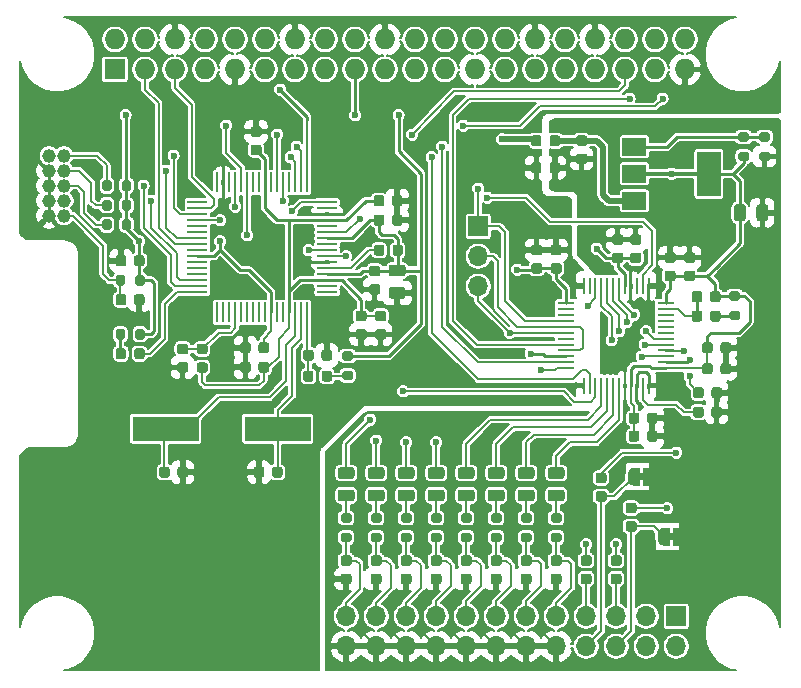
<source format=gtl>
G04 #@! TF.GenerationSoftware,KiCad,Pcbnew,(5.1.10)-1*
G04 #@! TF.CreationDate,2021-12-12T11:33:08-08:00*
G04 #@! TF.ProjectId,TsunamiHat,5473756e-616d-4694-9861-742e6b696361,rev?*
G04 #@! TF.SameCoordinates,Original*
G04 #@! TF.FileFunction,Copper,L1,Top*
G04 #@! TF.FilePolarity,Positive*
%FSLAX46Y46*%
G04 Gerber Fmt 4.6, Leading zero omitted, Abs format (unit mm)*
G04 Created by KiCad (PCBNEW (5.1.10)-1) date 2021-12-12 11:33:08*
%MOMM*%
%LPD*%
G01*
G04 APERTURE LIST*
G04 #@! TA.AperFunction,EtchedComponent*
%ADD10C,0.100000*%
G04 #@! TD*
G04 #@! TA.AperFunction,SMDPad,CuDef*
%ADD11C,0.100000*%
G04 #@! TD*
G04 #@! TA.AperFunction,ComponentPad*
%ADD12R,1.727200X1.727200*%
G04 #@! TD*
G04 #@! TA.AperFunction,ComponentPad*
%ADD13O,1.727200X1.727200*%
G04 #@! TD*
G04 #@! TA.AperFunction,SMDPad,CuDef*
%ADD14R,5.600000X2.100000*%
G04 #@! TD*
G04 #@! TA.AperFunction,ComponentPad*
%ADD15O,1.700000X1.700000*%
G04 #@! TD*
G04 #@! TA.AperFunction,ComponentPad*
%ADD16R,1.700000X1.700000*%
G04 #@! TD*
G04 #@! TA.AperFunction,ComponentPad*
%ADD17C,1.168400*%
G04 #@! TD*
G04 #@! TA.AperFunction,SMDPad,CuDef*
%ADD18R,2.000000X1.500000*%
G04 #@! TD*
G04 #@! TA.AperFunction,SMDPad,CuDef*
%ADD19R,2.000000X3.800000*%
G04 #@! TD*
G04 #@! TA.AperFunction,SMDPad,CuDef*
%ADD20R,1.461200X0.270000*%
G04 #@! TD*
G04 #@! TA.AperFunction,SMDPad,CuDef*
%ADD21R,0.270000X1.461200*%
G04 #@! TD*
G04 #@! TA.AperFunction,SMDPad,CuDef*
%ADD22R,0.279400X1.701800*%
G04 #@! TD*
G04 #@! TA.AperFunction,SMDPad,CuDef*
%ADD23R,1.701800X0.279400*%
G04 #@! TD*
G04 #@! TA.AperFunction,ViaPad*
%ADD24C,0.600000*%
G04 #@! TD*
G04 #@! TA.AperFunction,Conductor*
%ADD25C,0.250000*%
G04 #@! TD*
G04 #@! TA.AperFunction,Conductor*
%ADD26C,0.200000*%
G04 #@! TD*
G04 #@! TA.AperFunction,Conductor*
%ADD27C,0.300000*%
G04 #@! TD*
G04 #@! TA.AperFunction,Conductor*
%ADD28C,0.500000*%
G04 #@! TD*
G04 #@! TA.AperFunction,Conductor*
%ADD29C,0.100000*%
G04 #@! TD*
G04 APERTURE END LIST*
D10*
G36*
X126742000Y-101935000D02*
G01*
X126242000Y-101935000D01*
X126242000Y-102535000D01*
X126742000Y-102535000D01*
X126742000Y-101935000D01*
G37*
G36*
X129282000Y-107015000D02*
G01*
X128782000Y-107015000D01*
X128782000Y-107615000D01*
X129282000Y-107615000D01*
X129282000Y-107015000D01*
G37*
G04 #@! TA.AperFunction,SMDPad,CuDef*
D11*
G36*
X126342000Y-102985000D02*
G01*
X125842000Y-102985000D01*
X125842000Y-102984398D01*
X125817466Y-102984398D01*
X125768635Y-102979588D01*
X125720510Y-102970016D01*
X125673555Y-102955772D01*
X125628222Y-102936995D01*
X125584949Y-102913864D01*
X125544150Y-102886604D01*
X125506221Y-102855476D01*
X125471524Y-102820779D01*
X125440396Y-102782850D01*
X125413136Y-102742051D01*
X125390005Y-102698778D01*
X125371228Y-102653445D01*
X125356984Y-102606490D01*
X125347412Y-102558365D01*
X125342602Y-102509534D01*
X125342602Y-102485000D01*
X125342000Y-102485000D01*
X125342000Y-101985000D01*
X125342602Y-101985000D01*
X125342602Y-101960466D01*
X125347412Y-101911635D01*
X125356984Y-101863510D01*
X125371228Y-101816555D01*
X125390005Y-101771222D01*
X125413136Y-101727949D01*
X125440396Y-101687150D01*
X125471524Y-101649221D01*
X125506221Y-101614524D01*
X125544150Y-101583396D01*
X125584949Y-101556136D01*
X125628222Y-101533005D01*
X125673555Y-101514228D01*
X125720510Y-101499984D01*
X125768635Y-101490412D01*
X125817466Y-101485602D01*
X125842000Y-101485602D01*
X125842000Y-101485000D01*
X126342000Y-101485000D01*
X126342000Y-102985000D01*
G37*
G04 #@! TD.AperFunction*
G04 #@! TA.AperFunction,SMDPad,CuDef*
G36*
X127142000Y-101485602D02*
G01*
X127166534Y-101485602D01*
X127215365Y-101490412D01*
X127263490Y-101499984D01*
X127310445Y-101514228D01*
X127355778Y-101533005D01*
X127399051Y-101556136D01*
X127439850Y-101583396D01*
X127477779Y-101614524D01*
X127512476Y-101649221D01*
X127543604Y-101687150D01*
X127570864Y-101727949D01*
X127593995Y-101771222D01*
X127612772Y-101816555D01*
X127627016Y-101863510D01*
X127636588Y-101911635D01*
X127641398Y-101960466D01*
X127641398Y-101985000D01*
X127642000Y-101985000D01*
X127642000Y-102485000D01*
X127641398Y-102485000D01*
X127641398Y-102509534D01*
X127636588Y-102558365D01*
X127627016Y-102606490D01*
X127612772Y-102653445D01*
X127593995Y-102698778D01*
X127570864Y-102742051D01*
X127543604Y-102782850D01*
X127512476Y-102820779D01*
X127477779Y-102855476D01*
X127439850Y-102886604D01*
X127399051Y-102913864D01*
X127355778Y-102936995D01*
X127310445Y-102955772D01*
X127263490Y-102970016D01*
X127215365Y-102979588D01*
X127166534Y-102984398D01*
X127142000Y-102984398D01*
X127142000Y-102985000D01*
X126642000Y-102985000D01*
X126642000Y-101485000D01*
X127142000Y-101485000D01*
X127142000Y-101485602D01*
G37*
G04 #@! TD.AperFunction*
G04 #@! TA.AperFunction,SMDPad,CuDef*
G36*
X128882000Y-108065000D02*
G01*
X128382000Y-108065000D01*
X128382000Y-108064398D01*
X128357466Y-108064398D01*
X128308635Y-108059588D01*
X128260510Y-108050016D01*
X128213555Y-108035772D01*
X128168222Y-108016995D01*
X128124949Y-107993864D01*
X128084150Y-107966604D01*
X128046221Y-107935476D01*
X128011524Y-107900779D01*
X127980396Y-107862850D01*
X127953136Y-107822051D01*
X127930005Y-107778778D01*
X127911228Y-107733445D01*
X127896984Y-107686490D01*
X127887412Y-107638365D01*
X127882602Y-107589534D01*
X127882602Y-107565000D01*
X127882000Y-107565000D01*
X127882000Y-107065000D01*
X127882602Y-107065000D01*
X127882602Y-107040466D01*
X127887412Y-106991635D01*
X127896984Y-106943510D01*
X127911228Y-106896555D01*
X127930005Y-106851222D01*
X127953136Y-106807949D01*
X127980396Y-106767150D01*
X128011524Y-106729221D01*
X128046221Y-106694524D01*
X128084150Y-106663396D01*
X128124949Y-106636136D01*
X128168222Y-106613005D01*
X128213555Y-106594228D01*
X128260510Y-106579984D01*
X128308635Y-106570412D01*
X128357466Y-106565602D01*
X128382000Y-106565602D01*
X128382000Y-106565000D01*
X128882000Y-106565000D01*
X128882000Y-108065000D01*
G37*
G04 #@! TD.AperFunction*
G04 #@! TA.AperFunction,SMDPad,CuDef*
G36*
X129682000Y-106565602D02*
G01*
X129706534Y-106565602D01*
X129755365Y-106570412D01*
X129803490Y-106579984D01*
X129850445Y-106594228D01*
X129895778Y-106613005D01*
X129939051Y-106636136D01*
X129979850Y-106663396D01*
X130017779Y-106694524D01*
X130052476Y-106729221D01*
X130083604Y-106767150D01*
X130110864Y-106807949D01*
X130133995Y-106851222D01*
X130152772Y-106896555D01*
X130167016Y-106943510D01*
X130176588Y-106991635D01*
X130181398Y-107040466D01*
X130181398Y-107065000D01*
X130182000Y-107065000D01*
X130182000Y-107565000D01*
X130181398Y-107565000D01*
X130181398Y-107589534D01*
X130176588Y-107638365D01*
X130167016Y-107686490D01*
X130152772Y-107733445D01*
X130133995Y-107778778D01*
X130110864Y-107822051D01*
X130083604Y-107862850D01*
X130052476Y-107900779D01*
X130017779Y-107935476D01*
X129979850Y-107966604D01*
X129939051Y-107993864D01*
X129895778Y-108016995D01*
X129850445Y-108035772D01*
X129803490Y-108050016D01*
X129755365Y-108059588D01*
X129706534Y-108064398D01*
X129682000Y-108064398D01*
X129682000Y-108065000D01*
X129182000Y-108065000D01*
X129182000Y-106565000D01*
X129682000Y-106565000D01*
X129682000Y-106565602D01*
G37*
G04 #@! TD.AperFunction*
G04 #@! TA.AperFunction,SMDPad,CuDef*
G36*
G01*
X123313000Y-102799000D02*
X122813000Y-102799000D01*
G75*
G02*
X122588000Y-102574000I0J225000D01*
G01*
X122588000Y-102124000D01*
G75*
G02*
X122813000Y-101899000I225000J0D01*
G01*
X123313000Y-101899000D01*
G75*
G02*
X123538000Y-102124000I0J-225000D01*
G01*
X123538000Y-102574000D01*
G75*
G02*
X123313000Y-102799000I-225000J0D01*
G01*
G37*
G04 #@! TD.AperFunction*
G04 #@! TA.AperFunction,SMDPad,CuDef*
G36*
G01*
X123313000Y-104349000D02*
X122813000Y-104349000D01*
G75*
G02*
X122588000Y-104124000I0J225000D01*
G01*
X122588000Y-103674000D01*
G75*
G02*
X122813000Y-103449000I225000J0D01*
G01*
X123313000Y-103449000D01*
G75*
G02*
X123538000Y-103674000I0J-225000D01*
G01*
X123538000Y-104124000D01*
G75*
G02*
X123313000Y-104349000I-225000J0D01*
G01*
G37*
G04 #@! TD.AperFunction*
D12*
X81903000Y-67754000D03*
D13*
X81903000Y-65214000D03*
X84443000Y-67754000D03*
X84443000Y-65214000D03*
X86983000Y-67754000D03*
X86983000Y-65214000D03*
X89523000Y-67754000D03*
X89523000Y-65214000D03*
X92063000Y-67754000D03*
X92063000Y-65214000D03*
X94603000Y-67754000D03*
X94603000Y-65214000D03*
X97143000Y-67754000D03*
X97143000Y-65214000D03*
X99683000Y-67754000D03*
X99683000Y-65214000D03*
X102223000Y-67754000D03*
X102223000Y-65214000D03*
X104763000Y-67754000D03*
X104763000Y-65214000D03*
X107303000Y-67754000D03*
X107303000Y-65214000D03*
X109843000Y-67754000D03*
X109843000Y-65214000D03*
X112383000Y-67754000D03*
X112383000Y-65214000D03*
X114923000Y-67754000D03*
X114923000Y-65214000D03*
X117463000Y-67754000D03*
X117463000Y-65214000D03*
X120003000Y-67754000D03*
X120003000Y-65214000D03*
X122543000Y-67754000D03*
X122543000Y-65214000D03*
X125083000Y-67754000D03*
X125083000Y-65214000D03*
X127623000Y-67754000D03*
X127623000Y-65214000D03*
X130163000Y-67754000D03*
X130163000Y-65214000D03*
D14*
X86182000Y-98171000D03*
X95682000Y-98171000D03*
G04 #@! TA.AperFunction,SMDPad,CuDef*
G36*
G01*
X89024750Y-92552000D02*
X89537250Y-92552000D01*
G75*
G02*
X89756000Y-92770750I0J-218750D01*
G01*
X89756000Y-93208250D01*
G75*
G02*
X89537250Y-93427000I-218750J0D01*
G01*
X89024750Y-93427000D01*
G75*
G02*
X88806000Y-93208250I0J218750D01*
G01*
X88806000Y-92770750D01*
G75*
G02*
X89024750Y-92552000I218750J0D01*
G01*
G37*
G04 #@! TD.AperFunction*
G04 #@! TA.AperFunction,SMDPad,CuDef*
G36*
G01*
X89024750Y-90977000D02*
X89537250Y-90977000D01*
G75*
G02*
X89756000Y-91195750I0J-218750D01*
G01*
X89756000Y-91633250D01*
G75*
G02*
X89537250Y-91852000I-218750J0D01*
G01*
X89024750Y-91852000D01*
G75*
G02*
X88806000Y-91633250I0J218750D01*
G01*
X88806000Y-91195750D01*
G75*
G02*
X89024750Y-90977000I218750J0D01*
G01*
G37*
G04 #@! TD.AperFunction*
G04 #@! TA.AperFunction,SMDPad,CuDef*
G36*
G01*
X87380000Y-92527000D02*
X87880000Y-92527000D01*
G75*
G02*
X88105000Y-92752000I0J-225000D01*
G01*
X88105000Y-93202000D01*
G75*
G02*
X87880000Y-93427000I-225000J0D01*
G01*
X87380000Y-93427000D01*
G75*
G02*
X87155000Y-93202000I0J225000D01*
G01*
X87155000Y-92752000D01*
G75*
G02*
X87380000Y-92527000I225000J0D01*
G01*
G37*
G04 #@! TD.AperFunction*
G04 #@! TA.AperFunction,SMDPad,CuDef*
G36*
G01*
X87380000Y-90977000D02*
X87880000Y-90977000D01*
G75*
G02*
X88105000Y-91202000I0J-225000D01*
G01*
X88105000Y-91652000D01*
G75*
G02*
X87880000Y-91877000I-225000J0D01*
G01*
X87380000Y-91877000D01*
G75*
G02*
X87155000Y-91652000I0J225000D01*
G01*
X87155000Y-91202000D01*
G75*
G02*
X87380000Y-90977000I225000J0D01*
G01*
G37*
G04 #@! TD.AperFunction*
D15*
X112649000Y-86106000D03*
X112649000Y-83566000D03*
D16*
X112649000Y-81026000D03*
G04 #@! TA.AperFunction,SMDPad,CuDef*
G36*
G01*
X101748000Y-106128000D02*
X101198000Y-106128000D01*
G75*
G02*
X100998000Y-105928000I0J200000D01*
G01*
X100998000Y-105528000D01*
G75*
G02*
X101198000Y-105328000I200000J0D01*
G01*
X101748000Y-105328000D01*
G75*
G02*
X101948000Y-105528000I0J-200000D01*
G01*
X101948000Y-105928000D01*
G75*
G02*
X101748000Y-106128000I-200000J0D01*
G01*
G37*
G04 #@! TD.AperFunction*
G04 #@! TA.AperFunction,SMDPad,CuDef*
G36*
G01*
X101748000Y-107778000D02*
X101198000Y-107778000D01*
G75*
G02*
X100998000Y-107578000I0J200000D01*
G01*
X100998000Y-107178000D01*
G75*
G02*
X101198000Y-106978000I200000J0D01*
G01*
X101748000Y-106978000D01*
G75*
G02*
X101948000Y-107178000I0J-200000D01*
G01*
X101948000Y-107578000D01*
G75*
G02*
X101748000Y-107778000I-200000J0D01*
G01*
G37*
G04 #@! TD.AperFunction*
G04 #@! TA.AperFunction,SMDPad,CuDef*
G36*
G01*
X106828000Y-106128000D02*
X106278000Y-106128000D01*
G75*
G02*
X106078000Y-105928000I0J200000D01*
G01*
X106078000Y-105528000D01*
G75*
G02*
X106278000Y-105328000I200000J0D01*
G01*
X106828000Y-105328000D01*
G75*
G02*
X107028000Y-105528000I0J-200000D01*
G01*
X107028000Y-105928000D01*
G75*
G02*
X106828000Y-106128000I-200000J0D01*
G01*
G37*
G04 #@! TD.AperFunction*
G04 #@! TA.AperFunction,SMDPad,CuDef*
G36*
G01*
X106828000Y-107778000D02*
X106278000Y-107778000D01*
G75*
G02*
X106078000Y-107578000I0J200000D01*
G01*
X106078000Y-107178000D01*
G75*
G02*
X106278000Y-106978000I200000J0D01*
G01*
X106828000Y-106978000D01*
G75*
G02*
X107028000Y-107178000I0J-200000D01*
G01*
X107028000Y-107578000D01*
G75*
G02*
X106828000Y-107778000I-200000J0D01*
G01*
G37*
G04 #@! TD.AperFunction*
G04 #@! TA.AperFunction,SMDPad,CuDef*
G36*
G01*
X119528000Y-106128000D02*
X118978000Y-106128000D01*
G75*
G02*
X118778000Y-105928000I0J200000D01*
G01*
X118778000Y-105528000D01*
G75*
G02*
X118978000Y-105328000I200000J0D01*
G01*
X119528000Y-105328000D01*
G75*
G02*
X119728000Y-105528000I0J-200000D01*
G01*
X119728000Y-105928000D01*
G75*
G02*
X119528000Y-106128000I-200000J0D01*
G01*
G37*
G04 #@! TD.AperFunction*
G04 #@! TA.AperFunction,SMDPad,CuDef*
G36*
G01*
X119528000Y-107778000D02*
X118978000Y-107778000D01*
G75*
G02*
X118778000Y-107578000I0J200000D01*
G01*
X118778000Y-107178000D01*
G75*
G02*
X118978000Y-106978000I200000J0D01*
G01*
X119528000Y-106978000D01*
G75*
G02*
X119728000Y-107178000I0J-200000D01*
G01*
X119728000Y-107578000D01*
G75*
G02*
X119528000Y-107778000I-200000J0D01*
G01*
G37*
G04 #@! TD.AperFunction*
G04 #@! TA.AperFunction,SMDPad,CuDef*
G36*
G01*
X114448000Y-106128000D02*
X113898000Y-106128000D01*
G75*
G02*
X113698000Y-105928000I0J200000D01*
G01*
X113698000Y-105528000D01*
G75*
G02*
X113898000Y-105328000I200000J0D01*
G01*
X114448000Y-105328000D01*
G75*
G02*
X114648000Y-105528000I0J-200000D01*
G01*
X114648000Y-105928000D01*
G75*
G02*
X114448000Y-106128000I-200000J0D01*
G01*
G37*
G04 #@! TD.AperFunction*
G04 #@! TA.AperFunction,SMDPad,CuDef*
G36*
G01*
X114448000Y-107778000D02*
X113898000Y-107778000D01*
G75*
G02*
X113698000Y-107578000I0J200000D01*
G01*
X113698000Y-107178000D01*
G75*
G02*
X113898000Y-106978000I200000J0D01*
G01*
X114448000Y-106978000D01*
G75*
G02*
X114648000Y-107178000I0J-200000D01*
G01*
X114648000Y-107578000D01*
G75*
G02*
X114448000Y-107778000I-200000J0D01*
G01*
G37*
G04 #@! TD.AperFunction*
G04 #@! TA.AperFunction,SMDPad,CuDef*
G36*
G01*
X104288000Y-106128000D02*
X103738000Y-106128000D01*
G75*
G02*
X103538000Y-105928000I0J200000D01*
G01*
X103538000Y-105528000D01*
G75*
G02*
X103738000Y-105328000I200000J0D01*
G01*
X104288000Y-105328000D01*
G75*
G02*
X104488000Y-105528000I0J-200000D01*
G01*
X104488000Y-105928000D01*
G75*
G02*
X104288000Y-106128000I-200000J0D01*
G01*
G37*
G04 #@! TD.AperFunction*
G04 #@! TA.AperFunction,SMDPad,CuDef*
G36*
G01*
X104288000Y-107778000D02*
X103738000Y-107778000D01*
G75*
G02*
X103538000Y-107578000I0J200000D01*
G01*
X103538000Y-107178000D01*
G75*
G02*
X103738000Y-106978000I200000J0D01*
G01*
X104288000Y-106978000D01*
G75*
G02*
X104488000Y-107178000I0J-200000D01*
G01*
X104488000Y-107578000D01*
G75*
G02*
X104288000Y-107778000I-200000J0D01*
G01*
G37*
G04 #@! TD.AperFunction*
G04 #@! TA.AperFunction,SMDPad,CuDef*
G36*
G01*
X109368000Y-106128000D02*
X108818000Y-106128000D01*
G75*
G02*
X108618000Y-105928000I0J200000D01*
G01*
X108618000Y-105528000D01*
G75*
G02*
X108818000Y-105328000I200000J0D01*
G01*
X109368000Y-105328000D01*
G75*
G02*
X109568000Y-105528000I0J-200000D01*
G01*
X109568000Y-105928000D01*
G75*
G02*
X109368000Y-106128000I-200000J0D01*
G01*
G37*
G04 #@! TD.AperFunction*
G04 #@! TA.AperFunction,SMDPad,CuDef*
G36*
G01*
X109368000Y-107778000D02*
X108818000Y-107778000D01*
G75*
G02*
X108618000Y-107578000I0J200000D01*
G01*
X108618000Y-107178000D01*
G75*
G02*
X108818000Y-106978000I200000J0D01*
G01*
X109368000Y-106978000D01*
G75*
G02*
X109568000Y-107178000I0J-200000D01*
G01*
X109568000Y-107578000D01*
G75*
G02*
X109368000Y-107778000I-200000J0D01*
G01*
G37*
G04 #@! TD.AperFunction*
G04 #@! TA.AperFunction,SMDPad,CuDef*
G36*
G01*
X116988000Y-106128000D02*
X116438000Y-106128000D01*
G75*
G02*
X116238000Y-105928000I0J200000D01*
G01*
X116238000Y-105528000D01*
G75*
G02*
X116438000Y-105328000I200000J0D01*
G01*
X116988000Y-105328000D01*
G75*
G02*
X117188000Y-105528000I0J-200000D01*
G01*
X117188000Y-105928000D01*
G75*
G02*
X116988000Y-106128000I-200000J0D01*
G01*
G37*
G04 #@! TD.AperFunction*
G04 #@! TA.AperFunction,SMDPad,CuDef*
G36*
G01*
X116988000Y-107778000D02*
X116438000Y-107778000D01*
G75*
G02*
X116238000Y-107578000I0J200000D01*
G01*
X116238000Y-107178000D01*
G75*
G02*
X116438000Y-106978000I200000J0D01*
G01*
X116988000Y-106978000D01*
G75*
G02*
X117188000Y-107178000I0J-200000D01*
G01*
X117188000Y-107578000D01*
G75*
G02*
X116988000Y-107778000I-200000J0D01*
G01*
G37*
G04 #@! TD.AperFunction*
G04 #@! TA.AperFunction,SMDPad,CuDef*
G36*
G01*
X111908000Y-106128000D02*
X111358000Y-106128000D01*
G75*
G02*
X111158000Y-105928000I0J200000D01*
G01*
X111158000Y-105528000D01*
G75*
G02*
X111358000Y-105328000I200000J0D01*
G01*
X111908000Y-105328000D01*
G75*
G02*
X112108000Y-105528000I0J-200000D01*
G01*
X112108000Y-105928000D01*
G75*
G02*
X111908000Y-106128000I-200000J0D01*
G01*
G37*
G04 #@! TD.AperFunction*
G04 #@! TA.AperFunction,SMDPad,CuDef*
G36*
G01*
X111908000Y-107778000D02*
X111358000Y-107778000D01*
G75*
G02*
X111158000Y-107578000I0J200000D01*
G01*
X111158000Y-107178000D01*
G75*
G02*
X111358000Y-106978000I200000J0D01*
G01*
X111908000Y-106978000D01*
G75*
G02*
X112108000Y-107178000I0J-200000D01*
G01*
X112108000Y-107578000D01*
G75*
G02*
X111908000Y-107778000I-200000J0D01*
G01*
G37*
G04 #@! TD.AperFunction*
G04 #@! TA.AperFunction,SMDPad,CuDef*
G36*
G01*
X134091000Y-88182000D02*
X134641000Y-88182000D01*
G75*
G02*
X134841000Y-88382000I0J-200000D01*
G01*
X134841000Y-88782000D01*
G75*
G02*
X134641000Y-88982000I-200000J0D01*
G01*
X134091000Y-88982000D01*
G75*
G02*
X133891000Y-88782000I0J200000D01*
G01*
X133891000Y-88382000D01*
G75*
G02*
X134091000Y-88182000I200000J0D01*
G01*
G37*
G04 #@! TD.AperFunction*
G04 #@! TA.AperFunction,SMDPad,CuDef*
G36*
G01*
X134091000Y-86532000D02*
X134641000Y-86532000D01*
G75*
G02*
X134841000Y-86732000I0J-200000D01*
G01*
X134841000Y-87132000D01*
G75*
G02*
X134641000Y-87332000I-200000J0D01*
G01*
X134091000Y-87332000D01*
G75*
G02*
X133891000Y-87132000I0J200000D01*
G01*
X133891000Y-86732000D01*
G75*
G02*
X134091000Y-86532000I200000J0D01*
G01*
G37*
G04 #@! TD.AperFunction*
D15*
X101473000Y-116586000D03*
X101473000Y-114046000D03*
X104013000Y-116586000D03*
X104013000Y-114046000D03*
X106553000Y-116586000D03*
X106553000Y-114046000D03*
X109093000Y-116586000D03*
X109093000Y-114046000D03*
X111633000Y-116586000D03*
X111633000Y-114046000D03*
X114173000Y-116586000D03*
X114173000Y-114046000D03*
X116713000Y-116586000D03*
X116713000Y-114046000D03*
X119253000Y-116586000D03*
X119253000Y-114046000D03*
X121793000Y-116586000D03*
X121793000Y-114046000D03*
X124333000Y-116586000D03*
X124333000Y-114046000D03*
X126873000Y-116586000D03*
X126873000Y-114046000D03*
X129413000Y-116586000D03*
D16*
X129413000Y-114046000D03*
G04 #@! TA.AperFunction,SMDPad,CuDef*
G36*
G01*
X118014000Y-75816750D02*
X118014000Y-76329250D01*
G75*
G02*
X117795250Y-76548000I-218750J0D01*
G01*
X117357750Y-76548000D01*
G75*
G02*
X117139000Y-76329250I0J218750D01*
G01*
X117139000Y-75816750D01*
G75*
G02*
X117357750Y-75598000I218750J0D01*
G01*
X117795250Y-75598000D01*
G75*
G02*
X118014000Y-75816750I0J-218750D01*
G01*
G37*
G04 #@! TD.AperFunction*
G04 #@! TA.AperFunction,SMDPad,CuDef*
G36*
G01*
X119589000Y-75816750D02*
X119589000Y-76329250D01*
G75*
G02*
X119370250Y-76548000I-218750J0D01*
G01*
X118932750Y-76548000D01*
G75*
G02*
X118714000Y-76329250I0J218750D01*
G01*
X118714000Y-75816750D01*
G75*
G02*
X118932750Y-75598000I218750J0D01*
G01*
X119370250Y-75598000D01*
G75*
G02*
X119589000Y-75816750I0J-218750D01*
G01*
G37*
G04 #@! TD.AperFunction*
G04 #@! TA.AperFunction,SMDPad,CuDef*
G36*
G01*
X125853000Y-105339000D02*
X125353000Y-105339000D01*
G75*
G02*
X125128000Y-105114000I0J225000D01*
G01*
X125128000Y-104664000D01*
G75*
G02*
X125353000Y-104439000I225000J0D01*
G01*
X125853000Y-104439000D01*
G75*
G02*
X126078000Y-104664000I0J-225000D01*
G01*
X126078000Y-105114000D01*
G75*
G02*
X125853000Y-105339000I-225000J0D01*
G01*
G37*
G04 #@! TD.AperFunction*
G04 #@! TA.AperFunction,SMDPad,CuDef*
G36*
G01*
X125853000Y-106889000D02*
X125353000Y-106889000D01*
G75*
G02*
X125128000Y-106664000I0J225000D01*
G01*
X125128000Y-106214000D01*
G75*
G02*
X125353000Y-105989000I225000J0D01*
G01*
X125853000Y-105989000D01*
G75*
G02*
X126078000Y-106214000I0J-225000D01*
G01*
X126078000Y-106664000D01*
G75*
G02*
X125853000Y-106889000I-225000J0D01*
G01*
G37*
G04 #@! TD.AperFunction*
G04 #@! TA.AperFunction,SMDPad,CuDef*
G36*
G01*
X122043000Y-109784000D02*
X121543000Y-109784000D01*
G75*
G02*
X121318000Y-109559000I0J225000D01*
G01*
X121318000Y-109109000D01*
G75*
G02*
X121543000Y-108884000I225000J0D01*
G01*
X122043000Y-108884000D01*
G75*
G02*
X122268000Y-109109000I0J-225000D01*
G01*
X122268000Y-109559000D01*
G75*
G02*
X122043000Y-109784000I-225000J0D01*
G01*
G37*
G04 #@! TD.AperFunction*
G04 #@! TA.AperFunction,SMDPad,CuDef*
G36*
G01*
X122043000Y-111334000D02*
X121543000Y-111334000D01*
G75*
G02*
X121318000Y-111109000I0J225000D01*
G01*
X121318000Y-110659000D01*
G75*
G02*
X121543000Y-110434000I225000J0D01*
G01*
X122043000Y-110434000D01*
G75*
G02*
X122268000Y-110659000I0J-225000D01*
G01*
X122268000Y-111109000D01*
G75*
G02*
X122043000Y-111334000I-225000J0D01*
G01*
G37*
G04 #@! TD.AperFunction*
G04 #@! TA.AperFunction,SMDPad,CuDef*
G36*
G01*
X124583000Y-109784000D02*
X124083000Y-109784000D01*
G75*
G02*
X123858000Y-109559000I0J225000D01*
G01*
X123858000Y-109109000D01*
G75*
G02*
X124083000Y-108884000I225000J0D01*
G01*
X124583000Y-108884000D01*
G75*
G02*
X124808000Y-109109000I0J-225000D01*
G01*
X124808000Y-109559000D01*
G75*
G02*
X124583000Y-109784000I-225000J0D01*
G01*
G37*
G04 #@! TD.AperFunction*
G04 #@! TA.AperFunction,SMDPad,CuDef*
G36*
G01*
X124583000Y-111334000D02*
X124083000Y-111334000D01*
G75*
G02*
X123858000Y-111109000I0J225000D01*
G01*
X123858000Y-110659000D01*
G75*
G02*
X124083000Y-110434000I225000J0D01*
G01*
X124583000Y-110434000D01*
G75*
G02*
X124808000Y-110659000I0J-225000D01*
G01*
X124808000Y-111109000D01*
G75*
G02*
X124583000Y-111334000I-225000J0D01*
G01*
G37*
G04 #@! TD.AperFunction*
G04 #@! TA.AperFunction,SMDPad,CuDef*
G36*
G01*
X101723000Y-109784000D02*
X101223000Y-109784000D01*
G75*
G02*
X100998000Y-109559000I0J225000D01*
G01*
X100998000Y-109109000D01*
G75*
G02*
X101223000Y-108884000I225000J0D01*
G01*
X101723000Y-108884000D01*
G75*
G02*
X101948000Y-109109000I0J-225000D01*
G01*
X101948000Y-109559000D01*
G75*
G02*
X101723000Y-109784000I-225000J0D01*
G01*
G37*
G04 #@! TD.AperFunction*
G04 #@! TA.AperFunction,SMDPad,CuDef*
G36*
G01*
X101723000Y-111334000D02*
X101223000Y-111334000D01*
G75*
G02*
X100998000Y-111109000I0J225000D01*
G01*
X100998000Y-110659000D01*
G75*
G02*
X101223000Y-110434000I225000J0D01*
G01*
X101723000Y-110434000D01*
G75*
G02*
X101948000Y-110659000I0J-225000D01*
G01*
X101948000Y-111109000D01*
G75*
G02*
X101723000Y-111334000I-225000J0D01*
G01*
G37*
G04 #@! TD.AperFunction*
G04 #@! TA.AperFunction,SMDPad,CuDef*
G36*
G01*
X104263000Y-109784000D02*
X103763000Y-109784000D01*
G75*
G02*
X103538000Y-109559000I0J225000D01*
G01*
X103538000Y-109109000D01*
G75*
G02*
X103763000Y-108884000I225000J0D01*
G01*
X104263000Y-108884000D01*
G75*
G02*
X104488000Y-109109000I0J-225000D01*
G01*
X104488000Y-109559000D01*
G75*
G02*
X104263000Y-109784000I-225000J0D01*
G01*
G37*
G04 #@! TD.AperFunction*
G04 #@! TA.AperFunction,SMDPad,CuDef*
G36*
G01*
X104263000Y-111334000D02*
X103763000Y-111334000D01*
G75*
G02*
X103538000Y-111109000I0J225000D01*
G01*
X103538000Y-110659000D01*
G75*
G02*
X103763000Y-110434000I225000J0D01*
G01*
X104263000Y-110434000D01*
G75*
G02*
X104488000Y-110659000I0J-225000D01*
G01*
X104488000Y-111109000D01*
G75*
G02*
X104263000Y-111334000I-225000J0D01*
G01*
G37*
G04 #@! TD.AperFunction*
G04 #@! TA.AperFunction,SMDPad,CuDef*
G36*
G01*
X106803000Y-109784000D02*
X106303000Y-109784000D01*
G75*
G02*
X106078000Y-109559000I0J225000D01*
G01*
X106078000Y-109109000D01*
G75*
G02*
X106303000Y-108884000I225000J0D01*
G01*
X106803000Y-108884000D01*
G75*
G02*
X107028000Y-109109000I0J-225000D01*
G01*
X107028000Y-109559000D01*
G75*
G02*
X106803000Y-109784000I-225000J0D01*
G01*
G37*
G04 #@! TD.AperFunction*
G04 #@! TA.AperFunction,SMDPad,CuDef*
G36*
G01*
X106803000Y-111334000D02*
X106303000Y-111334000D01*
G75*
G02*
X106078000Y-111109000I0J225000D01*
G01*
X106078000Y-110659000D01*
G75*
G02*
X106303000Y-110434000I225000J0D01*
G01*
X106803000Y-110434000D01*
G75*
G02*
X107028000Y-110659000I0J-225000D01*
G01*
X107028000Y-111109000D01*
G75*
G02*
X106803000Y-111334000I-225000J0D01*
G01*
G37*
G04 #@! TD.AperFunction*
G04 #@! TA.AperFunction,SMDPad,CuDef*
G36*
G01*
X109343000Y-109784000D02*
X108843000Y-109784000D01*
G75*
G02*
X108618000Y-109559000I0J225000D01*
G01*
X108618000Y-109109000D01*
G75*
G02*
X108843000Y-108884000I225000J0D01*
G01*
X109343000Y-108884000D01*
G75*
G02*
X109568000Y-109109000I0J-225000D01*
G01*
X109568000Y-109559000D01*
G75*
G02*
X109343000Y-109784000I-225000J0D01*
G01*
G37*
G04 #@! TD.AperFunction*
G04 #@! TA.AperFunction,SMDPad,CuDef*
G36*
G01*
X109343000Y-111334000D02*
X108843000Y-111334000D01*
G75*
G02*
X108618000Y-111109000I0J225000D01*
G01*
X108618000Y-110659000D01*
G75*
G02*
X108843000Y-110434000I225000J0D01*
G01*
X109343000Y-110434000D01*
G75*
G02*
X109568000Y-110659000I0J-225000D01*
G01*
X109568000Y-111109000D01*
G75*
G02*
X109343000Y-111334000I-225000J0D01*
G01*
G37*
G04 #@! TD.AperFunction*
G04 #@! TA.AperFunction,SMDPad,CuDef*
G36*
G01*
X124710000Y-82606000D02*
X124210000Y-82606000D01*
G75*
G02*
X123985000Y-82381000I0J225000D01*
G01*
X123985000Y-81931000D01*
G75*
G02*
X124210000Y-81706000I225000J0D01*
G01*
X124710000Y-81706000D01*
G75*
G02*
X124935000Y-81931000I0J-225000D01*
G01*
X124935000Y-82381000D01*
G75*
G02*
X124710000Y-82606000I-225000J0D01*
G01*
G37*
G04 #@! TD.AperFunction*
G04 #@! TA.AperFunction,SMDPad,CuDef*
G36*
G01*
X124710000Y-84156000D02*
X124210000Y-84156000D01*
G75*
G02*
X123985000Y-83931000I0J225000D01*
G01*
X123985000Y-83481000D01*
G75*
G02*
X124210000Y-83256000I225000J0D01*
G01*
X124710000Y-83256000D01*
G75*
G02*
X124935000Y-83481000I0J-225000D01*
G01*
X124935000Y-83931000D01*
G75*
G02*
X124710000Y-84156000I-225000J0D01*
G01*
G37*
G04 #@! TD.AperFunction*
G04 #@! TA.AperFunction,SMDPad,CuDef*
G36*
G01*
X129155000Y-84130000D02*
X128655000Y-84130000D01*
G75*
G02*
X128430000Y-83905000I0J225000D01*
G01*
X128430000Y-83455000D01*
G75*
G02*
X128655000Y-83230000I225000J0D01*
G01*
X129155000Y-83230000D01*
G75*
G02*
X129380000Y-83455000I0J-225000D01*
G01*
X129380000Y-83905000D01*
G75*
G02*
X129155000Y-84130000I-225000J0D01*
G01*
G37*
G04 #@! TD.AperFunction*
G04 #@! TA.AperFunction,SMDPad,CuDef*
G36*
G01*
X129155000Y-85680000D02*
X128655000Y-85680000D01*
G75*
G02*
X128430000Y-85455000I0J225000D01*
G01*
X128430000Y-85005000D01*
G75*
G02*
X128655000Y-84780000I225000J0D01*
G01*
X129155000Y-84780000D01*
G75*
G02*
X129380000Y-85005000I0J-225000D01*
G01*
X129380000Y-85455000D01*
G75*
G02*
X129155000Y-85680000I-225000J0D01*
G01*
G37*
G04 #@! TD.AperFunction*
G04 #@! TA.AperFunction,SMDPad,CuDef*
G36*
G01*
X119503000Y-109784000D02*
X119003000Y-109784000D01*
G75*
G02*
X118778000Y-109559000I0J225000D01*
G01*
X118778000Y-109109000D01*
G75*
G02*
X119003000Y-108884000I225000J0D01*
G01*
X119503000Y-108884000D01*
G75*
G02*
X119728000Y-109109000I0J-225000D01*
G01*
X119728000Y-109559000D01*
G75*
G02*
X119503000Y-109784000I-225000J0D01*
G01*
G37*
G04 #@! TD.AperFunction*
G04 #@! TA.AperFunction,SMDPad,CuDef*
G36*
G01*
X119503000Y-111334000D02*
X119003000Y-111334000D01*
G75*
G02*
X118778000Y-111109000I0J225000D01*
G01*
X118778000Y-110659000D01*
G75*
G02*
X119003000Y-110434000I225000J0D01*
G01*
X119503000Y-110434000D01*
G75*
G02*
X119728000Y-110659000I0J-225000D01*
G01*
X119728000Y-111109000D01*
G75*
G02*
X119503000Y-111334000I-225000J0D01*
G01*
G37*
G04 #@! TD.AperFunction*
G04 #@! TA.AperFunction,SMDPad,CuDef*
G36*
G01*
X116963000Y-109784000D02*
X116463000Y-109784000D01*
G75*
G02*
X116238000Y-109559000I0J225000D01*
G01*
X116238000Y-109109000D01*
G75*
G02*
X116463000Y-108884000I225000J0D01*
G01*
X116963000Y-108884000D01*
G75*
G02*
X117188000Y-109109000I0J-225000D01*
G01*
X117188000Y-109559000D01*
G75*
G02*
X116963000Y-109784000I-225000J0D01*
G01*
G37*
G04 #@! TD.AperFunction*
G04 #@! TA.AperFunction,SMDPad,CuDef*
G36*
G01*
X116963000Y-111334000D02*
X116463000Y-111334000D01*
G75*
G02*
X116238000Y-111109000I0J225000D01*
G01*
X116238000Y-110659000D01*
G75*
G02*
X116463000Y-110434000I225000J0D01*
G01*
X116963000Y-110434000D01*
G75*
G02*
X117188000Y-110659000I0J-225000D01*
G01*
X117188000Y-111109000D01*
G75*
G02*
X116963000Y-111334000I-225000J0D01*
G01*
G37*
G04 #@! TD.AperFunction*
G04 #@! TA.AperFunction,SMDPad,CuDef*
G36*
G01*
X126234000Y-82606000D02*
X125734000Y-82606000D01*
G75*
G02*
X125509000Y-82381000I0J225000D01*
G01*
X125509000Y-81931000D01*
G75*
G02*
X125734000Y-81706000I225000J0D01*
G01*
X126234000Y-81706000D01*
G75*
G02*
X126459000Y-81931000I0J-225000D01*
G01*
X126459000Y-82381000D01*
G75*
G02*
X126234000Y-82606000I-225000J0D01*
G01*
G37*
G04 #@! TD.AperFunction*
G04 #@! TA.AperFunction,SMDPad,CuDef*
G36*
G01*
X126234000Y-84156000D02*
X125734000Y-84156000D01*
G75*
G02*
X125509000Y-83931000I0J225000D01*
G01*
X125509000Y-83481000D01*
G75*
G02*
X125734000Y-83256000I225000J0D01*
G01*
X126234000Y-83256000D01*
G75*
G02*
X126459000Y-83481000I0J-225000D01*
G01*
X126459000Y-83931000D01*
G75*
G02*
X126234000Y-84156000I-225000J0D01*
G01*
G37*
G04 #@! TD.AperFunction*
G04 #@! TA.AperFunction,SMDPad,CuDef*
G36*
G01*
X130806000Y-84130000D02*
X130306000Y-84130000D01*
G75*
G02*
X130081000Y-83905000I0J225000D01*
G01*
X130081000Y-83455000D01*
G75*
G02*
X130306000Y-83230000I225000J0D01*
G01*
X130806000Y-83230000D01*
G75*
G02*
X131031000Y-83455000I0J-225000D01*
G01*
X131031000Y-83905000D01*
G75*
G02*
X130806000Y-84130000I-225000J0D01*
G01*
G37*
G04 #@! TD.AperFunction*
G04 #@! TA.AperFunction,SMDPad,CuDef*
G36*
G01*
X130806000Y-85680000D02*
X130306000Y-85680000D01*
G75*
G02*
X130081000Y-85455000I0J225000D01*
G01*
X130081000Y-85005000D01*
G75*
G02*
X130306000Y-84780000I225000J0D01*
G01*
X130806000Y-84780000D01*
G75*
G02*
X131031000Y-85005000I0J-225000D01*
G01*
X131031000Y-85455000D01*
G75*
G02*
X130806000Y-85680000I-225000J0D01*
G01*
G37*
G04 #@! TD.AperFunction*
G04 #@! TA.AperFunction,SMDPad,CuDef*
G36*
G01*
X114423000Y-109784000D02*
X113923000Y-109784000D01*
G75*
G02*
X113698000Y-109559000I0J225000D01*
G01*
X113698000Y-109109000D01*
G75*
G02*
X113923000Y-108884000I225000J0D01*
G01*
X114423000Y-108884000D01*
G75*
G02*
X114648000Y-109109000I0J-225000D01*
G01*
X114648000Y-109559000D01*
G75*
G02*
X114423000Y-109784000I-225000J0D01*
G01*
G37*
G04 #@! TD.AperFunction*
G04 #@! TA.AperFunction,SMDPad,CuDef*
G36*
G01*
X114423000Y-111334000D02*
X113923000Y-111334000D01*
G75*
G02*
X113698000Y-111109000I0J225000D01*
G01*
X113698000Y-110659000D01*
G75*
G02*
X113923000Y-110434000I225000J0D01*
G01*
X114423000Y-110434000D01*
G75*
G02*
X114648000Y-110659000I0J-225000D01*
G01*
X114648000Y-111109000D01*
G75*
G02*
X114423000Y-111334000I-225000J0D01*
G01*
G37*
G04 #@! TD.AperFunction*
G04 #@! TA.AperFunction,SMDPad,CuDef*
G36*
G01*
X133167000Y-91563000D02*
X133167000Y-91063000D01*
G75*
G02*
X133392000Y-90838000I225000J0D01*
G01*
X133842000Y-90838000D01*
G75*
G02*
X134067000Y-91063000I0J-225000D01*
G01*
X134067000Y-91563000D01*
G75*
G02*
X133842000Y-91788000I-225000J0D01*
G01*
X133392000Y-91788000D01*
G75*
G02*
X133167000Y-91563000I0J225000D01*
G01*
G37*
G04 #@! TD.AperFunction*
G04 #@! TA.AperFunction,SMDPad,CuDef*
G36*
G01*
X131617000Y-91563000D02*
X131617000Y-91063000D01*
G75*
G02*
X131842000Y-90838000I225000J0D01*
G01*
X132292000Y-90838000D01*
G75*
G02*
X132517000Y-91063000I0J-225000D01*
G01*
X132517000Y-91563000D01*
G75*
G02*
X132292000Y-91788000I-225000J0D01*
G01*
X131842000Y-91788000D01*
G75*
G02*
X131617000Y-91563000I0J225000D01*
G01*
G37*
G04 #@! TD.AperFunction*
G04 #@! TA.AperFunction,SMDPad,CuDef*
G36*
G01*
X111883000Y-109784000D02*
X111383000Y-109784000D01*
G75*
G02*
X111158000Y-109559000I0J225000D01*
G01*
X111158000Y-109109000D01*
G75*
G02*
X111383000Y-108884000I225000J0D01*
G01*
X111883000Y-108884000D01*
G75*
G02*
X112108000Y-109109000I0J-225000D01*
G01*
X112108000Y-109559000D01*
G75*
G02*
X111883000Y-109784000I-225000J0D01*
G01*
G37*
G04 #@! TD.AperFunction*
G04 #@! TA.AperFunction,SMDPad,CuDef*
G36*
G01*
X111883000Y-111334000D02*
X111383000Y-111334000D01*
G75*
G02*
X111158000Y-111109000I0J225000D01*
G01*
X111158000Y-110659000D01*
G75*
G02*
X111383000Y-110434000I225000J0D01*
G01*
X111883000Y-110434000D01*
G75*
G02*
X112108000Y-110659000I0J-225000D01*
G01*
X112108000Y-111109000D01*
G75*
G02*
X111883000Y-111334000I-225000J0D01*
G01*
G37*
G04 #@! TD.AperFunction*
G04 #@! TA.AperFunction,SMDPad,CuDef*
G36*
G01*
X133167000Y-93341000D02*
X133167000Y-92841000D01*
G75*
G02*
X133392000Y-92616000I225000J0D01*
G01*
X133842000Y-92616000D01*
G75*
G02*
X134067000Y-92841000I0J-225000D01*
G01*
X134067000Y-93341000D01*
G75*
G02*
X133842000Y-93566000I-225000J0D01*
G01*
X133392000Y-93566000D01*
G75*
G02*
X133167000Y-93341000I0J225000D01*
G01*
G37*
G04 #@! TD.AperFunction*
G04 #@! TA.AperFunction,SMDPad,CuDef*
G36*
G01*
X131617000Y-93341000D02*
X131617000Y-92841000D01*
G75*
G02*
X131842000Y-92616000I225000J0D01*
G01*
X132292000Y-92616000D01*
G75*
G02*
X132517000Y-92841000I0J-225000D01*
G01*
X132517000Y-93341000D01*
G75*
G02*
X132292000Y-93566000I-225000J0D01*
G01*
X131842000Y-93566000D01*
G75*
G02*
X131617000Y-93341000I0J225000D01*
G01*
G37*
G04 #@! TD.AperFunction*
G04 #@! TA.AperFunction,SMDPad,CuDef*
G36*
G01*
X101948000Y-102420000D02*
X100998000Y-102420000D01*
G75*
G02*
X100748000Y-102170000I0J250000D01*
G01*
X100748000Y-101670000D01*
G75*
G02*
X100998000Y-101420000I250000J0D01*
G01*
X101948000Y-101420000D01*
G75*
G02*
X102198000Y-101670000I0J-250000D01*
G01*
X102198000Y-102170000D01*
G75*
G02*
X101948000Y-102420000I-250000J0D01*
G01*
G37*
G04 #@! TD.AperFunction*
G04 #@! TA.AperFunction,SMDPad,CuDef*
G36*
G01*
X101948000Y-104320000D02*
X100998000Y-104320000D01*
G75*
G02*
X100748000Y-104070000I0J250000D01*
G01*
X100748000Y-103570000D01*
G75*
G02*
X100998000Y-103320000I250000J0D01*
G01*
X101948000Y-103320000D01*
G75*
G02*
X102198000Y-103570000I0J-250000D01*
G01*
X102198000Y-104070000D01*
G75*
G02*
X101948000Y-104320000I-250000J0D01*
G01*
G37*
G04 #@! TD.AperFunction*
G04 #@! TA.AperFunction,SMDPad,CuDef*
G36*
G01*
X107028000Y-102420000D02*
X106078000Y-102420000D01*
G75*
G02*
X105828000Y-102170000I0J250000D01*
G01*
X105828000Y-101670000D01*
G75*
G02*
X106078000Y-101420000I250000J0D01*
G01*
X107028000Y-101420000D01*
G75*
G02*
X107278000Y-101670000I0J-250000D01*
G01*
X107278000Y-102170000D01*
G75*
G02*
X107028000Y-102420000I-250000J0D01*
G01*
G37*
G04 #@! TD.AperFunction*
G04 #@! TA.AperFunction,SMDPad,CuDef*
G36*
G01*
X107028000Y-104320000D02*
X106078000Y-104320000D01*
G75*
G02*
X105828000Y-104070000I0J250000D01*
G01*
X105828000Y-103570000D01*
G75*
G02*
X106078000Y-103320000I250000J0D01*
G01*
X107028000Y-103320000D01*
G75*
G02*
X107278000Y-103570000I0J-250000D01*
G01*
X107278000Y-104070000D01*
G75*
G02*
X107028000Y-104320000I-250000J0D01*
G01*
G37*
G04 #@! TD.AperFunction*
G04 #@! TA.AperFunction,SMDPad,CuDef*
G36*
G01*
X119728000Y-102420000D02*
X118778000Y-102420000D01*
G75*
G02*
X118528000Y-102170000I0J250000D01*
G01*
X118528000Y-101670000D01*
G75*
G02*
X118778000Y-101420000I250000J0D01*
G01*
X119728000Y-101420000D01*
G75*
G02*
X119978000Y-101670000I0J-250000D01*
G01*
X119978000Y-102170000D01*
G75*
G02*
X119728000Y-102420000I-250000J0D01*
G01*
G37*
G04 #@! TD.AperFunction*
G04 #@! TA.AperFunction,SMDPad,CuDef*
G36*
G01*
X119728000Y-104320000D02*
X118778000Y-104320000D01*
G75*
G02*
X118528000Y-104070000I0J250000D01*
G01*
X118528000Y-103570000D01*
G75*
G02*
X118778000Y-103320000I250000J0D01*
G01*
X119728000Y-103320000D01*
G75*
G02*
X119978000Y-103570000I0J-250000D01*
G01*
X119978000Y-104070000D01*
G75*
G02*
X119728000Y-104320000I-250000J0D01*
G01*
G37*
G04 #@! TD.AperFunction*
G04 #@! TA.AperFunction,SMDPad,CuDef*
G36*
G01*
X114648000Y-102420000D02*
X113698000Y-102420000D01*
G75*
G02*
X113448000Y-102170000I0J250000D01*
G01*
X113448000Y-101670000D01*
G75*
G02*
X113698000Y-101420000I250000J0D01*
G01*
X114648000Y-101420000D01*
G75*
G02*
X114898000Y-101670000I0J-250000D01*
G01*
X114898000Y-102170000D01*
G75*
G02*
X114648000Y-102420000I-250000J0D01*
G01*
G37*
G04 #@! TD.AperFunction*
G04 #@! TA.AperFunction,SMDPad,CuDef*
G36*
G01*
X114648000Y-104320000D02*
X113698000Y-104320000D01*
G75*
G02*
X113448000Y-104070000I0J250000D01*
G01*
X113448000Y-103570000D01*
G75*
G02*
X113698000Y-103320000I250000J0D01*
G01*
X114648000Y-103320000D01*
G75*
G02*
X114898000Y-103570000I0J-250000D01*
G01*
X114898000Y-104070000D01*
G75*
G02*
X114648000Y-104320000I-250000J0D01*
G01*
G37*
G04 #@! TD.AperFunction*
G04 #@! TA.AperFunction,SMDPad,CuDef*
G36*
G01*
X126944000Y-99056000D02*
X126944000Y-98556000D01*
G75*
G02*
X127169000Y-98331000I225000J0D01*
G01*
X127619000Y-98331000D01*
G75*
G02*
X127844000Y-98556000I0J-225000D01*
G01*
X127844000Y-99056000D01*
G75*
G02*
X127619000Y-99281000I-225000J0D01*
G01*
X127169000Y-99281000D01*
G75*
G02*
X126944000Y-99056000I0J225000D01*
G01*
G37*
G04 #@! TD.AperFunction*
G04 #@! TA.AperFunction,SMDPad,CuDef*
G36*
G01*
X125394000Y-99056000D02*
X125394000Y-98556000D01*
G75*
G02*
X125619000Y-98331000I225000J0D01*
G01*
X126069000Y-98331000D01*
G75*
G02*
X126294000Y-98556000I0J-225000D01*
G01*
X126294000Y-99056000D01*
G75*
G02*
X126069000Y-99281000I-225000J0D01*
G01*
X125619000Y-99281000D01*
G75*
G02*
X125394000Y-99056000I0J225000D01*
G01*
G37*
G04 #@! TD.AperFunction*
G04 #@! TA.AperFunction,SMDPad,CuDef*
G36*
G01*
X104488000Y-102420000D02*
X103538000Y-102420000D01*
G75*
G02*
X103288000Y-102170000I0J250000D01*
G01*
X103288000Y-101670000D01*
G75*
G02*
X103538000Y-101420000I250000J0D01*
G01*
X104488000Y-101420000D01*
G75*
G02*
X104738000Y-101670000I0J-250000D01*
G01*
X104738000Y-102170000D01*
G75*
G02*
X104488000Y-102420000I-250000J0D01*
G01*
G37*
G04 #@! TD.AperFunction*
G04 #@! TA.AperFunction,SMDPad,CuDef*
G36*
G01*
X104488000Y-104320000D02*
X103538000Y-104320000D01*
G75*
G02*
X103288000Y-104070000I0J250000D01*
G01*
X103288000Y-103570000D01*
G75*
G02*
X103538000Y-103320000I250000J0D01*
G01*
X104488000Y-103320000D01*
G75*
G02*
X104738000Y-103570000I0J-250000D01*
G01*
X104738000Y-104070000D01*
G75*
G02*
X104488000Y-104320000I-250000J0D01*
G01*
G37*
G04 #@! TD.AperFunction*
G04 #@! TA.AperFunction,SMDPad,CuDef*
G36*
G01*
X109568000Y-102420000D02*
X108618000Y-102420000D01*
G75*
G02*
X108368000Y-102170000I0J250000D01*
G01*
X108368000Y-101670000D01*
G75*
G02*
X108618000Y-101420000I250000J0D01*
G01*
X109568000Y-101420000D01*
G75*
G02*
X109818000Y-101670000I0J-250000D01*
G01*
X109818000Y-102170000D01*
G75*
G02*
X109568000Y-102420000I-250000J0D01*
G01*
G37*
G04 #@! TD.AperFunction*
G04 #@! TA.AperFunction,SMDPad,CuDef*
G36*
G01*
X109568000Y-104320000D02*
X108618000Y-104320000D01*
G75*
G02*
X108368000Y-104070000I0J250000D01*
G01*
X108368000Y-103570000D01*
G75*
G02*
X108618000Y-103320000I250000J0D01*
G01*
X109568000Y-103320000D01*
G75*
G02*
X109818000Y-103570000I0J-250000D01*
G01*
X109818000Y-104070000D01*
G75*
G02*
X109568000Y-104320000I-250000J0D01*
G01*
G37*
G04 #@! TD.AperFunction*
G04 #@! TA.AperFunction,SMDPad,CuDef*
G36*
G01*
X117188000Y-102420000D02*
X116238000Y-102420000D01*
G75*
G02*
X115988000Y-102170000I0J250000D01*
G01*
X115988000Y-101670000D01*
G75*
G02*
X116238000Y-101420000I250000J0D01*
G01*
X117188000Y-101420000D01*
G75*
G02*
X117438000Y-101670000I0J-250000D01*
G01*
X117438000Y-102170000D01*
G75*
G02*
X117188000Y-102420000I-250000J0D01*
G01*
G37*
G04 #@! TD.AperFunction*
G04 #@! TA.AperFunction,SMDPad,CuDef*
G36*
G01*
X117188000Y-104320000D02*
X116238000Y-104320000D01*
G75*
G02*
X115988000Y-104070000I0J250000D01*
G01*
X115988000Y-103570000D01*
G75*
G02*
X116238000Y-103320000I250000J0D01*
G01*
X117188000Y-103320000D01*
G75*
G02*
X117438000Y-103570000I0J-250000D01*
G01*
X117438000Y-104070000D01*
G75*
G02*
X117188000Y-104320000I-250000J0D01*
G01*
G37*
G04 #@! TD.AperFunction*
G04 #@! TA.AperFunction,SMDPad,CuDef*
G36*
G01*
X112108000Y-102420000D02*
X111158000Y-102420000D01*
G75*
G02*
X110908000Y-102170000I0J250000D01*
G01*
X110908000Y-101670000D01*
G75*
G02*
X111158000Y-101420000I250000J0D01*
G01*
X112108000Y-101420000D01*
G75*
G02*
X112358000Y-101670000I0J-250000D01*
G01*
X112358000Y-102170000D01*
G75*
G02*
X112108000Y-102420000I-250000J0D01*
G01*
G37*
G04 #@! TD.AperFunction*
G04 #@! TA.AperFunction,SMDPad,CuDef*
G36*
G01*
X112108000Y-104320000D02*
X111158000Y-104320000D01*
G75*
G02*
X110908000Y-104070000I0J250000D01*
G01*
X110908000Y-103570000D01*
G75*
G02*
X111158000Y-103320000I250000J0D01*
G01*
X112108000Y-103320000D01*
G75*
G02*
X112358000Y-103570000I0J-250000D01*
G01*
X112358000Y-104070000D01*
G75*
G02*
X112108000Y-104320000I-250000J0D01*
G01*
G37*
G04 #@! TD.AperFunction*
G04 #@! TA.AperFunction,SMDPad,CuDef*
G36*
G01*
X126944000Y-97532000D02*
X126944000Y-97032000D01*
G75*
G02*
X127169000Y-96807000I225000J0D01*
G01*
X127619000Y-96807000D01*
G75*
G02*
X127844000Y-97032000I0J-225000D01*
G01*
X127844000Y-97532000D01*
G75*
G02*
X127619000Y-97757000I-225000J0D01*
G01*
X127169000Y-97757000D01*
G75*
G02*
X126944000Y-97532000I0J225000D01*
G01*
G37*
G04 #@! TD.AperFunction*
G04 #@! TA.AperFunction,SMDPad,CuDef*
G36*
G01*
X125394000Y-97532000D02*
X125394000Y-97032000D01*
G75*
G02*
X125619000Y-96807000I225000J0D01*
G01*
X126069000Y-96807000D01*
G75*
G02*
X126294000Y-97032000I0J-225000D01*
G01*
X126294000Y-97532000D01*
G75*
G02*
X126069000Y-97757000I-225000J0D01*
G01*
X125619000Y-97757000D01*
G75*
G02*
X125394000Y-97532000I0J225000D01*
G01*
G37*
G04 #@! TD.AperFunction*
G04 #@! TA.AperFunction,SMDPad,CuDef*
G36*
G01*
X132278000Y-87245000D02*
X132278000Y-86745000D01*
G75*
G02*
X132503000Y-86520000I225000J0D01*
G01*
X132953000Y-86520000D01*
G75*
G02*
X133178000Y-86745000I0J-225000D01*
G01*
X133178000Y-87245000D01*
G75*
G02*
X132953000Y-87470000I-225000J0D01*
G01*
X132503000Y-87470000D01*
G75*
G02*
X132278000Y-87245000I0J225000D01*
G01*
G37*
G04 #@! TD.AperFunction*
G04 #@! TA.AperFunction,SMDPad,CuDef*
G36*
G01*
X130728000Y-87245000D02*
X130728000Y-86745000D01*
G75*
G02*
X130953000Y-86520000I225000J0D01*
G01*
X131403000Y-86520000D01*
G75*
G02*
X131628000Y-86745000I0J-225000D01*
G01*
X131628000Y-87245000D01*
G75*
G02*
X131403000Y-87470000I-225000J0D01*
G01*
X130953000Y-87470000D01*
G75*
G02*
X130728000Y-87245000I0J225000D01*
G01*
G37*
G04 #@! TD.AperFunction*
G04 #@! TA.AperFunction,SMDPad,CuDef*
G36*
G01*
X132405000Y-95373000D02*
X132405000Y-94873000D01*
G75*
G02*
X132630000Y-94648000I225000J0D01*
G01*
X133080000Y-94648000D01*
G75*
G02*
X133305000Y-94873000I0J-225000D01*
G01*
X133305000Y-95373000D01*
G75*
G02*
X133080000Y-95598000I-225000J0D01*
G01*
X132630000Y-95598000D01*
G75*
G02*
X132405000Y-95373000I0J225000D01*
G01*
G37*
G04 #@! TD.AperFunction*
G04 #@! TA.AperFunction,SMDPad,CuDef*
G36*
G01*
X130855000Y-95373000D02*
X130855000Y-94873000D01*
G75*
G02*
X131080000Y-94648000I225000J0D01*
G01*
X131530000Y-94648000D01*
G75*
G02*
X131755000Y-94873000I0J-225000D01*
G01*
X131755000Y-95373000D01*
G75*
G02*
X131530000Y-95598000I-225000J0D01*
G01*
X131080000Y-95598000D01*
G75*
G02*
X130855000Y-95373000I0J225000D01*
G01*
G37*
G04 #@! TD.AperFunction*
G04 #@! TA.AperFunction,SMDPad,CuDef*
G36*
G01*
X132278000Y-88896000D02*
X132278000Y-88396000D01*
G75*
G02*
X132503000Y-88171000I225000J0D01*
G01*
X132953000Y-88171000D01*
G75*
G02*
X133178000Y-88396000I0J-225000D01*
G01*
X133178000Y-88896000D01*
G75*
G02*
X132953000Y-89121000I-225000J0D01*
G01*
X132503000Y-89121000D01*
G75*
G02*
X132278000Y-88896000I0J225000D01*
G01*
G37*
G04 #@! TD.AperFunction*
G04 #@! TA.AperFunction,SMDPad,CuDef*
G36*
G01*
X130728000Y-88896000D02*
X130728000Y-88396000D01*
G75*
G02*
X130953000Y-88171000I225000J0D01*
G01*
X131403000Y-88171000D01*
G75*
G02*
X131628000Y-88396000I0J-225000D01*
G01*
X131628000Y-88896000D01*
G75*
G02*
X131403000Y-89121000I-225000J0D01*
G01*
X130953000Y-89121000D01*
G75*
G02*
X130728000Y-88896000I0J225000D01*
G01*
G37*
G04 #@! TD.AperFunction*
G04 #@! TA.AperFunction,SMDPad,CuDef*
G36*
G01*
X131742000Y-96524000D02*
X131742000Y-97024000D01*
G75*
G02*
X131517000Y-97249000I-225000J0D01*
G01*
X131067000Y-97249000D01*
G75*
G02*
X130842000Y-97024000I0J225000D01*
G01*
X130842000Y-96524000D01*
G75*
G02*
X131067000Y-96299000I225000J0D01*
G01*
X131517000Y-96299000D01*
G75*
G02*
X131742000Y-96524000I0J-225000D01*
G01*
G37*
G04 #@! TD.AperFunction*
G04 #@! TA.AperFunction,SMDPad,CuDef*
G36*
G01*
X133292000Y-96524000D02*
X133292000Y-97024000D01*
G75*
G02*
X133067000Y-97249000I-225000J0D01*
G01*
X132617000Y-97249000D01*
G75*
G02*
X132392000Y-97024000I0J225000D01*
G01*
X132392000Y-96524000D01*
G75*
G02*
X132617000Y-96299000I225000J0D01*
G01*
X133067000Y-96299000D01*
G75*
G02*
X133292000Y-96524000I0J-225000D01*
G01*
G37*
G04 #@! TD.AperFunction*
G04 #@! TA.AperFunction,SMDPad,CuDef*
G36*
G01*
X117852000Y-83495000D02*
X117352000Y-83495000D01*
G75*
G02*
X117127000Y-83270000I0J225000D01*
G01*
X117127000Y-82820000D01*
G75*
G02*
X117352000Y-82595000I225000J0D01*
G01*
X117852000Y-82595000D01*
G75*
G02*
X118077000Y-82820000I0J-225000D01*
G01*
X118077000Y-83270000D01*
G75*
G02*
X117852000Y-83495000I-225000J0D01*
G01*
G37*
G04 #@! TD.AperFunction*
G04 #@! TA.AperFunction,SMDPad,CuDef*
G36*
G01*
X117852000Y-85045000D02*
X117352000Y-85045000D01*
G75*
G02*
X117127000Y-84820000I0J225000D01*
G01*
X117127000Y-84370000D01*
G75*
G02*
X117352000Y-84145000I225000J0D01*
G01*
X117852000Y-84145000D01*
G75*
G02*
X118077000Y-84370000I0J-225000D01*
G01*
X118077000Y-84820000D01*
G75*
G02*
X117852000Y-85045000I-225000J0D01*
G01*
G37*
G04 #@! TD.AperFunction*
G04 #@! TA.AperFunction,SMDPad,CuDef*
G36*
G01*
X119503000Y-83495000D02*
X119003000Y-83495000D01*
G75*
G02*
X118778000Y-83270000I0J225000D01*
G01*
X118778000Y-82820000D01*
G75*
G02*
X119003000Y-82595000I225000J0D01*
G01*
X119503000Y-82595000D01*
G75*
G02*
X119728000Y-82820000I0J-225000D01*
G01*
X119728000Y-83270000D01*
G75*
G02*
X119503000Y-83495000I-225000J0D01*
G01*
G37*
G04 #@! TD.AperFunction*
G04 #@! TA.AperFunction,SMDPad,CuDef*
G36*
G01*
X119503000Y-85045000D02*
X119003000Y-85045000D01*
G75*
G02*
X118778000Y-84820000I0J225000D01*
G01*
X118778000Y-84370000D01*
G75*
G02*
X119003000Y-84145000I225000J0D01*
G01*
X119503000Y-84145000D01*
G75*
G02*
X119728000Y-84370000I0J-225000D01*
G01*
X119728000Y-84820000D01*
G75*
G02*
X119503000Y-85045000I-225000J0D01*
G01*
G37*
G04 #@! TD.AperFunction*
G04 #@! TA.AperFunction,SMDPad,CuDef*
G36*
G01*
X93401000Y-92714000D02*
X93401000Y-93214000D01*
G75*
G02*
X93176000Y-93439000I-225000J0D01*
G01*
X92726000Y-93439000D01*
G75*
G02*
X92501000Y-93214000I0J225000D01*
G01*
X92501000Y-92714000D01*
G75*
G02*
X92726000Y-92489000I225000J0D01*
G01*
X93176000Y-92489000D01*
G75*
G02*
X93401000Y-92714000I0J-225000D01*
G01*
G37*
G04 #@! TD.AperFunction*
G04 #@! TA.AperFunction,SMDPad,CuDef*
G36*
G01*
X94951000Y-92714000D02*
X94951000Y-93214000D01*
G75*
G02*
X94726000Y-93439000I-225000J0D01*
G01*
X94276000Y-93439000D01*
G75*
G02*
X94051000Y-93214000I0J225000D01*
G01*
X94051000Y-92714000D01*
G75*
G02*
X94276000Y-92489000I225000J0D01*
G01*
X94726000Y-92489000D01*
G75*
G02*
X94951000Y-92714000I0J-225000D01*
G01*
G37*
G04 #@! TD.AperFunction*
G04 #@! TA.AperFunction,SMDPad,CuDef*
G36*
G01*
X105354000Y-79117000D02*
X105354000Y-78617000D01*
G75*
G02*
X105579000Y-78392000I225000J0D01*
G01*
X106029000Y-78392000D01*
G75*
G02*
X106254000Y-78617000I0J-225000D01*
G01*
X106254000Y-79117000D01*
G75*
G02*
X106029000Y-79342000I-225000J0D01*
G01*
X105579000Y-79342000D01*
G75*
G02*
X105354000Y-79117000I0J225000D01*
G01*
G37*
G04 #@! TD.AperFunction*
G04 #@! TA.AperFunction,SMDPad,CuDef*
G36*
G01*
X103804000Y-79117000D02*
X103804000Y-78617000D01*
G75*
G02*
X104029000Y-78392000I225000J0D01*
G01*
X104479000Y-78392000D01*
G75*
G02*
X104704000Y-78617000I0J-225000D01*
G01*
X104704000Y-79117000D01*
G75*
G02*
X104479000Y-79342000I-225000J0D01*
G01*
X104029000Y-79342000D01*
G75*
G02*
X103804000Y-79117000I0J225000D01*
G01*
G37*
G04 #@! TD.AperFunction*
G04 #@! TA.AperFunction,SMDPad,CuDef*
G36*
G01*
X105354000Y-80768000D02*
X105354000Y-80268000D01*
G75*
G02*
X105579000Y-80043000I225000J0D01*
G01*
X106029000Y-80043000D01*
G75*
G02*
X106254000Y-80268000I0J-225000D01*
G01*
X106254000Y-80768000D01*
G75*
G02*
X106029000Y-80993000I-225000J0D01*
G01*
X105579000Y-80993000D01*
G75*
G02*
X105354000Y-80768000I0J225000D01*
G01*
G37*
G04 #@! TD.AperFunction*
G04 #@! TA.AperFunction,SMDPad,CuDef*
G36*
G01*
X103804000Y-80768000D02*
X103804000Y-80268000D01*
G75*
G02*
X104029000Y-80043000I225000J0D01*
G01*
X104479000Y-80043000D01*
G75*
G02*
X104704000Y-80268000I0J-225000D01*
G01*
X104704000Y-80768000D01*
G75*
G02*
X104479000Y-80993000I-225000J0D01*
G01*
X104029000Y-80993000D01*
G75*
G02*
X103804000Y-80768000I0J225000D01*
G01*
G37*
G04 #@! TD.AperFunction*
G04 #@! TA.AperFunction,SMDPad,CuDef*
G36*
G01*
X82467000Y-81174000D02*
X82467000Y-80624000D01*
G75*
G02*
X82667000Y-80424000I200000J0D01*
G01*
X83067000Y-80424000D01*
G75*
G02*
X83267000Y-80624000I0J-200000D01*
G01*
X83267000Y-81174000D01*
G75*
G02*
X83067000Y-81374000I-200000J0D01*
G01*
X82667000Y-81374000D01*
G75*
G02*
X82467000Y-81174000I0J200000D01*
G01*
G37*
G04 #@! TD.AperFunction*
G04 #@! TA.AperFunction,SMDPad,CuDef*
G36*
G01*
X80817000Y-81174000D02*
X80817000Y-80624000D01*
G75*
G02*
X81017000Y-80424000I200000J0D01*
G01*
X81417000Y-80424000D01*
G75*
G02*
X81617000Y-80624000I0J-200000D01*
G01*
X81617000Y-81174000D01*
G75*
G02*
X81417000Y-81374000I-200000J0D01*
G01*
X81017000Y-81374000D01*
G75*
G02*
X80817000Y-81174000I0J200000D01*
G01*
G37*
G04 #@! TD.AperFunction*
G04 #@! TA.AperFunction,SMDPad,CuDef*
G36*
G01*
X82467000Y-79523000D02*
X82467000Y-78973000D01*
G75*
G02*
X82667000Y-78773000I200000J0D01*
G01*
X83067000Y-78773000D01*
G75*
G02*
X83267000Y-78973000I0J-200000D01*
G01*
X83267000Y-79523000D01*
G75*
G02*
X83067000Y-79723000I-200000J0D01*
G01*
X82667000Y-79723000D01*
G75*
G02*
X82467000Y-79523000I0J200000D01*
G01*
G37*
G04 #@! TD.AperFunction*
G04 #@! TA.AperFunction,SMDPad,CuDef*
G36*
G01*
X80817000Y-79523000D02*
X80817000Y-78973000D01*
G75*
G02*
X81017000Y-78773000I200000J0D01*
G01*
X81417000Y-78773000D01*
G75*
G02*
X81617000Y-78973000I0J-200000D01*
G01*
X81617000Y-79523000D01*
G75*
G02*
X81417000Y-79723000I-200000J0D01*
G01*
X81017000Y-79723000D01*
G75*
G02*
X80817000Y-79523000I0J200000D01*
G01*
G37*
G04 #@! TD.AperFunction*
G04 #@! TA.AperFunction,SMDPad,CuDef*
G36*
G01*
X82467000Y-77872000D02*
X82467000Y-77322000D01*
G75*
G02*
X82667000Y-77122000I200000J0D01*
G01*
X83067000Y-77122000D01*
G75*
G02*
X83267000Y-77322000I0J-200000D01*
G01*
X83267000Y-77872000D01*
G75*
G02*
X83067000Y-78072000I-200000J0D01*
G01*
X82667000Y-78072000D01*
G75*
G02*
X82467000Y-77872000I0J200000D01*
G01*
G37*
G04 #@! TD.AperFunction*
G04 #@! TA.AperFunction,SMDPad,CuDef*
G36*
G01*
X80817000Y-77872000D02*
X80817000Y-77322000D01*
G75*
G02*
X81017000Y-77122000I200000J0D01*
G01*
X81417000Y-77122000D01*
G75*
G02*
X81617000Y-77322000I0J-200000D01*
G01*
X81617000Y-77872000D01*
G75*
G02*
X81417000Y-78072000I-200000J0D01*
G01*
X81017000Y-78072000D01*
G75*
G02*
X80817000Y-77872000I0J200000D01*
G01*
G37*
G04 #@! TD.AperFunction*
G04 #@! TA.AperFunction,SMDPad,CuDef*
G36*
G01*
X83610000Y-90445000D02*
X83610000Y-89895000D01*
G75*
G02*
X83810000Y-89695000I200000J0D01*
G01*
X84210000Y-89695000D01*
G75*
G02*
X84410000Y-89895000I0J-200000D01*
G01*
X84410000Y-90445000D01*
G75*
G02*
X84210000Y-90645000I-200000J0D01*
G01*
X83810000Y-90645000D01*
G75*
G02*
X83610000Y-90445000I0J200000D01*
G01*
G37*
G04 #@! TD.AperFunction*
G04 #@! TA.AperFunction,SMDPad,CuDef*
G36*
G01*
X81960000Y-90445000D02*
X81960000Y-89895000D01*
G75*
G02*
X82160000Y-89695000I200000J0D01*
G01*
X82560000Y-89695000D01*
G75*
G02*
X82760000Y-89895000I0J-200000D01*
G01*
X82760000Y-90445000D01*
G75*
G02*
X82560000Y-90645000I-200000J0D01*
G01*
X82160000Y-90645000D01*
G75*
G02*
X81960000Y-90445000I0J200000D01*
G01*
G37*
G04 #@! TD.AperFunction*
G04 #@! TA.AperFunction,SMDPad,CuDef*
G36*
G01*
X83610000Y-85873000D02*
X83610000Y-85323000D01*
G75*
G02*
X83810000Y-85123000I200000J0D01*
G01*
X84210000Y-85123000D01*
G75*
G02*
X84410000Y-85323000I0J-200000D01*
G01*
X84410000Y-85873000D01*
G75*
G02*
X84210000Y-86073000I-200000J0D01*
G01*
X83810000Y-86073000D01*
G75*
G02*
X83610000Y-85873000I0J200000D01*
G01*
G37*
G04 #@! TD.AperFunction*
G04 #@! TA.AperFunction,SMDPad,CuDef*
G36*
G01*
X81960000Y-85873000D02*
X81960000Y-85323000D01*
G75*
G02*
X82160000Y-85123000I200000J0D01*
G01*
X82560000Y-85123000D01*
G75*
G02*
X82760000Y-85323000I0J-200000D01*
G01*
X82760000Y-85873000D01*
G75*
G02*
X82560000Y-86073000I-200000J0D01*
G01*
X82160000Y-86073000D01*
G75*
G02*
X81960000Y-85873000I0J200000D01*
G01*
G37*
G04 #@! TD.AperFunction*
D17*
X77597000Y-80137000D03*
X76327000Y-80137000D03*
X77597000Y-78867000D03*
X76327000Y-78867000D03*
X77597000Y-77597000D03*
X76327000Y-77597000D03*
X77597000Y-76327000D03*
X76327000Y-76327000D03*
X77597000Y-75057000D03*
X76327000Y-75057000D03*
G04 #@! TA.AperFunction,SMDPad,CuDef*
G36*
G01*
X105404500Y-83314250D02*
X105404500Y-82801750D01*
G75*
G02*
X105623250Y-82583000I218750J0D01*
G01*
X106060750Y-82583000D01*
G75*
G02*
X106279500Y-82801750I0J-218750D01*
G01*
X106279500Y-83314250D01*
G75*
G02*
X106060750Y-83533000I-218750J0D01*
G01*
X105623250Y-83533000D01*
G75*
G02*
X105404500Y-83314250I0J218750D01*
G01*
G37*
G04 #@! TD.AperFunction*
G04 #@! TA.AperFunction,SMDPad,CuDef*
G36*
G01*
X103829500Y-83314250D02*
X103829500Y-82801750D01*
G75*
G02*
X104048250Y-82583000I218750J0D01*
G01*
X104485750Y-82583000D01*
G75*
G02*
X104704500Y-82801750I0J-218750D01*
G01*
X104704500Y-83314250D01*
G75*
G02*
X104485750Y-83533000I-218750J0D01*
G01*
X104048250Y-83533000D01*
G75*
G02*
X103829500Y-83314250I0J218750D01*
G01*
G37*
G04 #@! TD.AperFunction*
G04 #@! TA.AperFunction,SMDPad,CuDef*
G36*
G01*
X82835000Y-91564750D02*
X82835000Y-92077250D01*
G75*
G02*
X82616250Y-92296000I-218750J0D01*
G01*
X82178750Y-92296000D01*
G75*
G02*
X81960000Y-92077250I0J218750D01*
G01*
X81960000Y-91564750D01*
G75*
G02*
X82178750Y-91346000I218750J0D01*
G01*
X82616250Y-91346000D01*
G75*
G02*
X82835000Y-91564750I0J-218750D01*
G01*
G37*
G04 #@! TD.AperFunction*
G04 #@! TA.AperFunction,SMDPad,CuDef*
G36*
G01*
X84410000Y-91564750D02*
X84410000Y-92077250D01*
G75*
G02*
X84191250Y-92296000I-218750J0D01*
G01*
X83753750Y-92296000D01*
G75*
G02*
X83535000Y-92077250I0J218750D01*
G01*
X83535000Y-91564750D01*
G75*
G02*
X83753750Y-91346000I218750J0D01*
G01*
X84191250Y-91346000D01*
G75*
G02*
X84410000Y-91564750I0J-218750D01*
G01*
G37*
G04 #@! TD.AperFunction*
G04 #@! TA.AperFunction,SMDPad,CuDef*
G36*
G01*
X83510000Y-87499000D02*
X83510000Y-86999000D01*
G75*
G02*
X83735000Y-86774000I225000J0D01*
G01*
X84185000Y-86774000D01*
G75*
G02*
X84410000Y-86999000I0J-225000D01*
G01*
X84410000Y-87499000D01*
G75*
G02*
X84185000Y-87724000I-225000J0D01*
G01*
X83735000Y-87724000D01*
G75*
G02*
X83510000Y-87499000I0J225000D01*
G01*
G37*
G04 #@! TD.AperFunction*
G04 #@! TA.AperFunction,SMDPad,CuDef*
G36*
G01*
X81960000Y-87499000D02*
X81960000Y-86999000D01*
G75*
G02*
X82185000Y-86774000I225000J0D01*
G01*
X82635000Y-86774000D01*
G75*
G02*
X82860000Y-86999000I0J-225000D01*
G01*
X82860000Y-87499000D01*
G75*
G02*
X82635000Y-87724000I-225000J0D01*
G01*
X82185000Y-87724000D01*
G75*
G02*
X81960000Y-87499000I0J225000D01*
G01*
G37*
G04 #@! TD.AperFunction*
G04 #@! TA.AperFunction,SMDPad,CuDef*
G36*
G01*
X104136000Y-85273000D02*
X103636000Y-85273000D01*
G75*
G02*
X103411000Y-85048000I0J225000D01*
G01*
X103411000Y-84598000D01*
G75*
G02*
X103636000Y-84373000I225000J0D01*
G01*
X104136000Y-84373000D01*
G75*
G02*
X104361000Y-84598000I0J-225000D01*
G01*
X104361000Y-85048000D01*
G75*
G02*
X104136000Y-85273000I-225000J0D01*
G01*
G37*
G04 #@! TD.AperFunction*
G04 #@! TA.AperFunction,SMDPad,CuDef*
G36*
G01*
X104136000Y-86823000D02*
X103636000Y-86823000D01*
G75*
G02*
X103411000Y-86598000I0J225000D01*
G01*
X103411000Y-86148000D01*
G75*
G02*
X103636000Y-85923000I225000J0D01*
G01*
X104136000Y-85923000D01*
G75*
G02*
X104361000Y-86148000I0J-225000D01*
G01*
X104361000Y-86598000D01*
G75*
G02*
X104136000Y-86823000I-225000J0D01*
G01*
G37*
G04 #@! TD.AperFunction*
G04 #@! TA.AperFunction,SMDPad,CuDef*
G36*
G01*
X106266000Y-85275000D02*
X105316000Y-85275000D01*
G75*
G02*
X105066000Y-85025000I0J250000D01*
G01*
X105066000Y-84525000D01*
G75*
G02*
X105316000Y-84275000I250000J0D01*
G01*
X106266000Y-84275000D01*
G75*
G02*
X106516000Y-84525000I0J-250000D01*
G01*
X106516000Y-85025000D01*
G75*
G02*
X106266000Y-85275000I-250000J0D01*
G01*
G37*
G04 #@! TD.AperFunction*
G04 #@! TA.AperFunction,SMDPad,CuDef*
G36*
G01*
X106266000Y-87175000D02*
X105316000Y-87175000D01*
G75*
G02*
X105066000Y-86925000I0J250000D01*
G01*
X105066000Y-86425000D01*
G75*
G02*
X105316000Y-86175000I250000J0D01*
G01*
X106266000Y-86175000D01*
G75*
G02*
X106516000Y-86425000I0J-250000D01*
G01*
X106516000Y-86925000D01*
G75*
G02*
X106266000Y-87175000I-250000J0D01*
G01*
G37*
G04 #@! TD.AperFunction*
G04 #@! TA.AperFunction,SMDPad,CuDef*
G36*
G01*
X102993000Y-89083000D02*
X102493000Y-89083000D01*
G75*
G02*
X102268000Y-88858000I0J225000D01*
G01*
X102268000Y-88408000D01*
G75*
G02*
X102493000Y-88183000I225000J0D01*
G01*
X102993000Y-88183000D01*
G75*
G02*
X103218000Y-88408000I0J-225000D01*
G01*
X103218000Y-88858000D01*
G75*
G02*
X102993000Y-89083000I-225000J0D01*
G01*
G37*
G04 #@! TD.AperFunction*
G04 #@! TA.AperFunction,SMDPad,CuDef*
G36*
G01*
X102993000Y-90633000D02*
X102493000Y-90633000D01*
G75*
G02*
X102268000Y-90408000I0J225000D01*
G01*
X102268000Y-89958000D01*
G75*
G02*
X102493000Y-89733000I225000J0D01*
G01*
X102993000Y-89733000D01*
G75*
G02*
X103218000Y-89958000I0J-225000D01*
G01*
X103218000Y-90408000D01*
G75*
G02*
X102993000Y-90633000I-225000J0D01*
G01*
G37*
G04 #@! TD.AperFunction*
G04 #@! TA.AperFunction,SMDPad,CuDef*
G36*
G01*
X104644000Y-89083000D02*
X104144000Y-89083000D01*
G75*
G02*
X103919000Y-88858000I0J225000D01*
G01*
X103919000Y-88408000D01*
G75*
G02*
X104144000Y-88183000I225000J0D01*
G01*
X104644000Y-88183000D01*
G75*
G02*
X104869000Y-88408000I0J-225000D01*
G01*
X104869000Y-88858000D01*
G75*
G02*
X104644000Y-89083000I-225000J0D01*
G01*
G37*
G04 #@! TD.AperFunction*
G04 #@! TA.AperFunction,SMDPad,CuDef*
G36*
G01*
X104644000Y-90633000D02*
X104144000Y-90633000D01*
G75*
G02*
X103919000Y-90408000I0J225000D01*
G01*
X103919000Y-89958000D01*
G75*
G02*
X104144000Y-89733000I225000J0D01*
G01*
X104644000Y-89733000D01*
G75*
G02*
X104869000Y-89958000I0J-225000D01*
G01*
X104869000Y-90408000D01*
G75*
G02*
X104644000Y-90633000I-225000J0D01*
G01*
G37*
G04 #@! TD.AperFunction*
D18*
X125882000Y-74281000D03*
X125882000Y-78881000D03*
X125882000Y-76581000D03*
D19*
X132182000Y-76581000D03*
G04 #@! TA.AperFunction,SMDPad,CuDef*
G36*
G01*
X134853000Y-74720000D02*
X135403000Y-74720000D01*
G75*
G02*
X135603000Y-74920000I0J-200000D01*
G01*
X135603000Y-75320000D01*
G75*
G02*
X135403000Y-75520000I-200000J0D01*
G01*
X134853000Y-75520000D01*
G75*
G02*
X134653000Y-75320000I0J200000D01*
G01*
X134653000Y-74920000D01*
G75*
G02*
X134853000Y-74720000I200000J0D01*
G01*
G37*
G04 #@! TD.AperFunction*
G04 #@! TA.AperFunction,SMDPad,CuDef*
G36*
G01*
X134853000Y-73070000D02*
X135403000Y-73070000D01*
G75*
G02*
X135603000Y-73270000I0J-200000D01*
G01*
X135603000Y-73670000D01*
G75*
G02*
X135403000Y-73870000I-200000J0D01*
G01*
X134853000Y-73870000D01*
G75*
G02*
X134653000Y-73670000I0J200000D01*
G01*
X134653000Y-73270000D01*
G75*
G02*
X134853000Y-73070000I200000J0D01*
G01*
G37*
G04 #@! TD.AperFunction*
G04 #@! TA.AperFunction,SMDPad,CuDef*
G36*
G01*
X136631000Y-74720000D02*
X137181000Y-74720000D01*
G75*
G02*
X137381000Y-74920000I0J-200000D01*
G01*
X137381000Y-75320000D01*
G75*
G02*
X137181000Y-75520000I-200000J0D01*
G01*
X136631000Y-75520000D01*
G75*
G02*
X136431000Y-75320000I0J200000D01*
G01*
X136431000Y-74920000D01*
G75*
G02*
X136631000Y-74720000I200000J0D01*
G01*
G37*
G04 #@! TD.AperFunction*
G04 #@! TA.AperFunction,SMDPad,CuDef*
G36*
G01*
X136631000Y-73070000D02*
X137181000Y-73070000D01*
G75*
G02*
X137381000Y-73270000I0J-200000D01*
G01*
X137381000Y-73670000D01*
G75*
G02*
X137181000Y-73870000I-200000J0D01*
G01*
X136631000Y-73870000D01*
G75*
G02*
X136431000Y-73670000I0J200000D01*
G01*
X136431000Y-73270000D01*
G75*
G02*
X136631000Y-73070000I200000J0D01*
G01*
G37*
G04 #@! TD.AperFunction*
G04 #@! TA.AperFunction,SMDPad,CuDef*
G36*
G01*
X101325000Y-93262000D02*
X101875000Y-93262000D01*
G75*
G02*
X102075000Y-93462000I0J-200000D01*
G01*
X102075000Y-93862000D01*
G75*
G02*
X101875000Y-94062000I-200000J0D01*
G01*
X101325000Y-94062000D01*
G75*
G02*
X101125000Y-93862000I0J200000D01*
G01*
X101125000Y-93462000D01*
G75*
G02*
X101325000Y-93262000I200000J0D01*
G01*
G37*
G04 #@! TD.AperFunction*
G04 #@! TA.AperFunction,SMDPad,CuDef*
G36*
G01*
X101325000Y-91612000D02*
X101875000Y-91612000D01*
G75*
G02*
X102075000Y-91812000I0J-200000D01*
G01*
X102075000Y-92212000D01*
G75*
G02*
X101875000Y-92412000I-200000J0D01*
G01*
X101325000Y-92412000D01*
G75*
G02*
X101125000Y-92212000I0J200000D01*
G01*
X101125000Y-91812000D01*
G75*
G02*
X101325000Y-91612000I200000J0D01*
G01*
G37*
G04 #@! TD.AperFunction*
G04 #@! TA.AperFunction,SMDPad,CuDef*
G36*
G01*
X99410000Y-93982250D02*
X99410000Y-93469750D01*
G75*
G02*
X99628750Y-93251000I218750J0D01*
G01*
X100066250Y-93251000D01*
G75*
G02*
X100285000Y-93469750I0J-218750D01*
G01*
X100285000Y-93982250D01*
G75*
G02*
X100066250Y-94201000I-218750J0D01*
G01*
X99628750Y-94201000D01*
G75*
G02*
X99410000Y-93982250I0J218750D01*
G01*
G37*
G04 #@! TD.AperFunction*
G04 #@! TA.AperFunction,SMDPad,CuDef*
G36*
G01*
X97835000Y-93982250D02*
X97835000Y-93469750D01*
G75*
G02*
X98053750Y-93251000I218750J0D01*
G01*
X98491250Y-93251000D01*
G75*
G02*
X98710000Y-93469750I0J-218750D01*
G01*
X98710000Y-93982250D01*
G75*
G02*
X98491250Y-94201000I-218750J0D01*
G01*
X98053750Y-94201000D01*
G75*
G02*
X97835000Y-93982250I0J218750D01*
G01*
G37*
G04 #@! TD.AperFunction*
G04 #@! TA.AperFunction,SMDPad,CuDef*
G36*
G01*
X118014000Y-73530750D02*
X118014000Y-74043250D01*
G75*
G02*
X117795250Y-74262000I-218750J0D01*
G01*
X117357750Y-74262000D01*
G75*
G02*
X117139000Y-74043250I0J218750D01*
G01*
X117139000Y-73530750D01*
G75*
G02*
X117357750Y-73312000I218750J0D01*
G01*
X117795250Y-73312000D01*
G75*
G02*
X118014000Y-73530750I0J-218750D01*
G01*
G37*
G04 #@! TD.AperFunction*
G04 #@! TA.AperFunction,SMDPad,CuDef*
G36*
G01*
X119589000Y-73530750D02*
X119589000Y-74043250D01*
G75*
G02*
X119370250Y-74262000I-218750J0D01*
G01*
X118932750Y-74262000D01*
G75*
G02*
X118714000Y-74043250I0J218750D01*
G01*
X118714000Y-73530750D01*
G75*
G02*
X118932750Y-73312000I218750J0D01*
G01*
X119370250Y-73312000D01*
G75*
G02*
X119589000Y-73530750I0J-218750D01*
G01*
G37*
G04 #@! TD.AperFunction*
G04 #@! TA.AperFunction,SMDPad,CuDef*
G36*
G01*
X136213000Y-80358000D02*
X136213000Y-79408000D01*
G75*
G02*
X136463000Y-79158000I250000J0D01*
G01*
X136963000Y-79158000D01*
G75*
G02*
X137213000Y-79408000I0J-250000D01*
G01*
X137213000Y-80358000D01*
G75*
G02*
X136963000Y-80608000I-250000J0D01*
G01*
X136463000Y-80608000D01*
G75*
G02*
X136213000Y-80358000I0J250000D01*
G01*
G37*
G04 #@! TD.AperFunction*
G04 #@! TA.AperFunction,SMDPad,CuDef*
G36*
G01*
X134313000Y-80358000D02*
X134313000Y-79408000D01*
G75*
G02*
X134563000Y-79158000I250000J0D01*
G01*
X135063000Y-79158000D01*
G75*
G02*
X135313000Y-79408000I0J-250000D01*
G01*
X135313000Y-80358000D01*
G75*
G02*
X135063000Y-80608000I-250000J0D01*
G01*
X134563000Y-80608000D01*
G75*
G02*
X134313000Y-80358000I0J250000D01*
G01*
G37*
G04 #@! TD.AperFunction*
G04 #@! TA.AperFunction,SMDPad,CuDef*
G36*
G01*
X121162000Y-74874000D02*
X121662000Y-74874000D01*
G75*
G02*
X121887000Y-75099000I0J-225000D01*
G01*
X121887000Y-75549000D01*
G75*
G02*
X121662000Y-75774000I-225000J0D01*
G01*
X121162000Y-75774000D01*
G75*
G02*
X120937000Y-75549000I0J225000D01*
G01*
X120937000Y-75099000D01*
G75*
G02*
X121162000Y-74874000I225000J0D01*
G01*
G37*
G04 #@! TD.AperFunction*
G04 #@! TA.AperFunction,SMDPad,CuDef*
G36*
G01*
X121162000Y-73324000D02*
X121662000Y-73324000D01*
G75*
G02*
X121887000Y-73549000I0J-225000D01*
G01*
X121887000Y-73999000D01*
G75*
G02*
X121662000Y-74224000I-225000J0D01*
G01*
X121162000Y-74224000D01*
G75*
G02*
X120937000Y-73999000I0J225000D01*
G01*
X120937000Y-73549000D01*
G75*
G02*
X121162000Y-73324000I225000J0D01*
G01*
G37*
G04 #@! TD.AperFunction*
G04 #@! TA.AperFunction,SMDPad,CuDef*
G36*
G01*
X99385000Y-92198000D02*
X99385000Y-91698000D01*
G75*
G02*
X99610000Y-91473000I225000J0D01*
G01*
X100060000Y-91473000D01*
G75*
G02*
X100285000Y-91698000I0J-225000D01*
G01*
X100285000Y-92198000D01*
G75*
G02*
X100060000Y-92423000I-225000J0D01*
G01*
X99610000Y-92423000D01*
G75*
G02*
X99385000Y-92198000I0J225000D01*
G01*
G37*
G04 #@! TD.AperFunction*
G04 #@! TA.AperFunction,SMDPad,CuDef*
G36*
G01*
X97835000Y-92198000D02*
X97835000Y-91698000D01*
G75*
G02*
X98060000Y-91473000I225000J0D01*
G01*
X98510000Y-91473000D01*
G75*
G02*
X98735000Y-91698000I0J-225000D01*
G01*
X98735000Y-92198000D01*
G75*
G02*
X98510000Y-92423000I-225000J0D01*
G01*
X98060000Y-92423000D01*
G75*
G02*
X97835000Y-92198000I0J225000D01*
G01*
G37*
G04 #@! TD.AperFunction*
G04 #@! TA.AperFunction,SMDPad,CuDef*
G36*
G01*
X87193000Y-102104000D02*
X87193000Y-101604000D01*
G75*
G02*
X87418000Y-101379000I225000J0D01*
G01*
X87868000Y-101379000D01*
G75*
G02*
X88093000Y-101604000I0J-225000D01*
G01*
X88093000Y-102104000D01*
G75*
G02*
X87868000Y-102329000I-225000J0D01*
G01*
X87418000Y-102329000D01*
G75*
G02*
X87193000Y-102104000I0J225000D01*
G01*
G37*
G04 #@! TD.AperFunction*
G04 #@! TA.AperFunction,SMDPad,CuDef*
G36*
G01*
X85643000Y-102104000D02*
X85643000Y-101604000D01*
G75*
G02*
X85868000Y-101379000I225000J0D01*
G01*
X86318000Y-101379000D01*
G75*
G02*
X86543000Y-101604000I0J-225000D01*
G01*
X86543000Y-102104000D01*
G75*
G02*
X86318000Y-102329000I-225000J0D01*
G01*
X85868000Y-102329000D01*
G75*
G02*
X85643000Y-102104000I0J225000D01*
G01*
G37*
G04 #@! TD.AperFunction*
G04 #@! TA.AperFunction,SMDPad,CuDef*
G36*
G01*
X95194000Y-102104000D02*
X95194000Y-101604000D01*
G75*
G02*
X95419000Y-101379000I225000J0D01*
G01*
X95869000Y-101379000D01*
G75*
G02*
X96094000Y-101604000I0J-225000D01*
G01*
X96094000Y-102104000D01*
G75*
G02*
X95869000Y-102329000I-225000J0D01*
G01*
X95419000Y-102329000D01*
G75*
G02*
X95194000Y-102104000I0J225000D01*
G01*
G37*
G04 #@! TD.AperFunction*
G04 #@! TA.AperFunction,SMDPad,CuDef*
G36*
G01*
X93644000Y-102104000D02*
X93644000Y-101604000D01*
G75*
G02*
X93869000Y-101379000I225000J0D01*
G01*
X94319000Y-101379000D01*
G75*
G02*
X94544000Y-101604000I0J-225000D01*
G01*
X94544000Y-102104000D01*
G75*
G02*
X94319000Y-102329000I-225000J0D01*
G01*
X93869000Y-102329000D01*
G75*
G02*
X93644000Y-102104000I0J225000D01*
G01*
G37*
G04 #@! TD.AperFunction*
G04 #@! TA.AperFunction,SMDPad,CuDef*
G36*
G01*
X94103000Y-73462000D02*
X93603000Y-73462000D01*
G75*
G02*
X93378000Y-73237000I0J225000D01*
G01*
X93378000Y-72787000D01*
G75*
G02*
X93603000Y-72562000I225000J0D01*
G01*
X94103000Y-72562000D01*
G75*
G02*
X94328000Y-72787000I0J-225000D01*
G01*
X94328000Y-73237000D01*
G75*
G02*
X94103000Y-73462000I-225000J0D01*
G01*
G37*
G04 #@! TD.AperFunction*
G04 #@! TA.AperFunction,SMDPad,CuDef*
G36*
G01*
X94103000Y-75012000D02*
X93603000Y-75012000D01*
G75*
G02*
X93378000Y-74787000I0J225000D01*
G01*
X93378000Y-74337000D01*
G75*
G02*
X93603000Y-74112000I225000J0D01*
G01*
X94103000Y-74112000D01*
G75*
G02*
X94328000Y-74337000I0J-225000D01*
G01*
X94328000Y-74787000D01*
G75*
G02*
X94103000Y-75012000I-225000J0D01*
G01*
G37*
G04 #@! TD.AperFunction*
G04 #@! TA.AperFunction,SMDPad,CuDef*
G36*
G01*
X93401000Y-91063000D02*
X93401000Y-91563000D01*
G75*
G02*
X93176000Y-91788000I-225000J0D01*
G01*
X92726000Y-91788000D01*
G75*
G02*
X92501000Y-91563000I0J225000D01*
G01*
X92501000Y-91063000D01*
G75*
G02*
X92726000Y-90838000I225000J0D01*
G01*
X93176000Y-90838000D01*
G75*
G02*
X93401000Y-91063000I0J-225000D01*
G01*
G37*
G04 #@! TD.AperFunction*
G04 #@! TA.AperFunction,SMDPad,CuDef*
G36*
G01*
X94951000Y-91063000D02*
X94951000Y-91563000D01*
G75*
G02*
X94726000Y-91788000I-225000J0D01*
G01*
X94276000Y-91788000D01*
G75*
G02*
X94051000Y-91563000I0J225000D01*
G01*
X94051000Y-91063000D01*
G75*
G02*
X94276000Y-90838000I225000J0D01*
G01*
X94726000Y-90838000D01*
G75*
G02*
X94951000Y-91063000I0J-225000D01*
G01*
G37*
G04 #@! TD.AperFunction*
G04 #@! TA.AperFunction,SMDPad,CuDef*
G36*
G01*
X82860000Y-83697000D02*
X82860000Y-84197000D01*
G75*
G02*
X82635000Y-84422000I-225000J0D01*
G01*
X82185000Y-84422000D01*
G75*
G02*
X81960000Y-84197000I0J225000D01*
G01*
X81960000Y-83697000D01*
G75*
G02*
X82185000Y-83472000I225000J0D01*
G01*
X82635000Y-83472000D01*
G75*
G02*
X82860000Y-83697000I0J-225000D01*
G01*
G37*
G04 #@! TD.AperFunction*
G04 #@! TA.AperFunction,SMDPad,CuDef*
G36*
G01*
X84410000Y-83697000D02*
X84410000Y-84197000D01*
G75*
G02*
X84185000Y-84422000I-225000J0D01*
G01*
X83735000Y-84422000D01*
G75*
G02*
X83510000Y-84197000I0J225000D01*
G01*
X83510000Y-83697000D01*
G75*
G02*
X83735000Y-83472000I225000J0D01*
G01*
X84185000Y-83472000D01*
G75*
G02*
X84410000Y-83697000I0J-225000D01*
G01*
G37*
G04 #@! TD.AperFunction*
D20*
X128558000Y-87547000D03*
X128558000Y-88046999D03*
X128558000Y-88547001D03*
X128558000Y-89047000D03*
X128558000Y-89546999D03*
X128558000Y-90047000D03*
X128558000Y-90547000D03*
X128558000Y-91047001D03*
X128558000Y-91547000D03*
X128558000Y-92046999D03*
X128558000Y-92547001D03*
X128558000Y-93047000D03*
D21*
X127083000Y-94522000D03*
X126583001Y-94522000D03*
X126082999Y-94522000D03*
X125583000Y-94522000D03*
X125083001Y-94522000D03*
X124583000Y-94522000D03*
X124083000Y-94522000D03*
X123582999Y-94522000D03*
X123083000Y-94522000D03*
X122583001Y-94522000D03*
X122082999Y-94522000D03*
X121583000Y-94522000D03*
D20*
X120108000Y-93047000D03*
X120108000Y-92547001D03*
X120108000Y-92046999D03*
X120108000Y-91547000D03*
X120108000Y-91047001D03*
X120108000Y-90547000D03*
X120108000Y-90047000D03*
X120108000Y-89546999D03*
X120108000Y-89047000D03*
X120108000Y-88547001D03*
X120108000Y-88046999D03*
X120108000Y-87547000D03*
D21*
X121583000Y-86072000D03*
X122082999Y-86072000D03*
X122583001Y-86072000D03*
X123083000Y-86072000D03*
X123582999Y-86072000D03*
X124083000Y-86072000D03*
X124583000Y-86072000D03*
X125083001Y-86072000D03*
X125583000Y-86072000D03*
X126082999Y-86072000D03*
X126583001Y-86072000D03*
X127083000Y-86072000D03*
D22*
X98171000Y-88303100D03*
X97663000Y-88303100D03*
X97155000Y-88303100D03*
X96647000Y-88303100D03*
X96139000Y-88303100D03*
X95631000Y-88303100D03*
X95123000Y-88303100D03*
X94615000Y-88303100D03*
X94107000Y-88303100D03*
X93599000Y-88303100D03*
X93091000Y-88303100D03*
X92583000Y-88303100D03*
X92075000Y-88303100D03*
X91567000Y-88303100D03*
X91059000Y-88303100D03*
X90551000Y-88303100D03*
D23*
X88861900Y-86614000D03*
X88861900Y-86106000D03*
X88861900Y-85598000D03*
X88861900Y-85090000D03*
X88861900Y-84582000D03*
X88861900Y-84074000D03*
X88861900Y-83566000D03*
X88861900Y-83058000D03*
X88861900Y-82550000D03*
X88861900Y-82042000D03*
X88861900Y-81534000D03*
X88861900Y-81026000D03*
X88861900Y-80518000D03*
X88861900Y-80010000D03*
X88861900Y-79502000D03*
X88861900Y-78994000D03*
D22*
X90551000Y-77304900D03*
X91059000Y-77304900D03*
X91567000Y-77304900D03*
X92075000Y-77304900D03*
X92583000Y-77304900D03*
X93091000Y-77304900D03*
X93599000Y-77304900D03*
X94107000Y-77304900D03*
X94615000Y-77304900D03*
X95123000Y-77304900D03*
X95631000Y-77304900D03*
X96139000Y-77304900D03*
X96647000Y-77304900D03*
X97155000Y-77304900D03*
X97663000Y-77304900D03*
X98171000Y-77304900D03*
D23*
X99860100Y-78994000D03*
X99860100Y-79502000D03*
X99860100Y-80010000D03*
X99860100Y-80518000D03*
X99860100Y-81026000D03*
X99860100Y-81534000D03*
X99860100Y-82042000D03*
X99860100Y-82550000D03*
X99860100Y-83058000D03*
X99860100Y-83566000D03*
X99860100Y-84074000D03*
X99860100Y-84582000D03*
X99860100Y-85090000D03*
X99860100Y-85598000D03*
X99860100Y-86106000D03*
X99860100Y-86614000D03*
D24*
X91186000Y-92075000D03*
X87122000Y-73279000D03*
X91567000Y-85598000D03*
X87884000Y-77724000D03*
X97790000Y-81788000D03*
X117602000Y-86995000D03*
X102743000Y-82423000D03*
X115824000Y-71247000D03*
X114808000Y-91821000D03*
X112903000Y-89916000D03*
X106299000Y-89281000D03*
X105918000Y-71628000D03*
X82804000Y-71628000D03*
X83947000Y-82296000D03*
X102235000Y-71628000D03*
X90805000Y-82296000D03*
X115951000Y-84709000D03*
X121920000Y-81661000D03*
X130048000Y-95250000D03*
X122682000Y-82931000D03*
X129032000Y-76581000D03*
X90805000Y-80518000D03*
X114681000Y-73660000D03*
X84963000Y-78867000D03*
X84328000Y-77597000D03*
X86233000Y-76327000D03*
X86868000Y-75057000D03*
X91313000Y-72517000D03*
X111379000Y-72517000D03*
X128270000Y-70231000D03*
X107061000Y-73279000D03*
X95631000Y-73279000D03*
X95885000Y-69469000D03*
X125857000Y-88519000D03*
X109093000Y-99314000D03*
X124587000Y-89916000D03*
X104013000Y-99187000D03*
X125222000Y-89154000D03*
X106553000Y-99314000D03*
X123952000Y-90678000D03*
X103505000Y-97409000D03*
X126746000Y-91059000D03*
X124333000Y-107950000D03*
X126492000Y-92075000D03*
X121793000Y-107950000D03*
X129413000Y-100203000D03*
X130048000Y-91567000D03*
X126873000Y-89916000D03*
X128651000Y-104902000D03*
X125476000Y-70231000D03*
X98298000Y-83058000D03*
X115316000Y-90047000D03*
X117094000Y-91821000D03*
X101473000Y-83566000D03*
X96139000Y-78867000D03*
X112649000Y-77851000D03*
X117983000Y-93218000D03*
X92075000Y-79375000D03*
X106299000Y-94996000D03*
X93091000Y-81788000D03*
X96774000Y-75184000D03*
X108712000Y-75184000D03*
X97282000Y-74295000D03*
X109601000Y-74295000D03*
X113411000Y-78613000D03*
X102616000Y-80391000D03*
X130556000Y-92329000D03*
X130556000Y-93726000D03*
X121920000Y-87757000D03*
X96901000Y-79756000D03*
D25*
X76327000Y-76327000D02*
X76327000Y-77597000D01*
X76327000Y-77597000D02*
X76327000Y-78867000D01*
X76327000Y-78867000D02*
X76327000Y-80137000D01*
D26*
X94501000Y-91313000D02*
X94501000Y-90538000D01*
X95123000Y-89916000D02*
X95123000Y-88303100D01*
X94501000Y-90538000D02*
X95123000Y-89916000D01*
D25*
X82867000Y-77597000D02*
X82867000Y-79248000D01*
X82867000Y-79248000D02*
X82867000Y-80899000D01*
X84010000Y-83897000D02*
X83960000Y-83947000D01*
X82867000Y-71691000D02*
X82804000Y-71628000D01*
X82867000Y-77597000D02*
X82867000Y-71691000D01*
X82867000Y-81216000D02*
X83947000Y-82296000D01*
X82867000Y-80899000D02*
X82867000Y-81216000D01*
X83947000Y-83934000D02*
X83960000Y-83947000D01*
X83947000Y-82296000D02*
X83947000Y-83934000D01*
X83960000Y-85548000D02*
X84010000Y-85598000D01*
X83960000Y-83947000D02*
X83960000Y-85548000D01*
X102223000Y-71616000D02*
X102235000Y-71628000D01*
X102223000Y-67754000D02*
X102223000Y-71616000D01*
X90297000Y-83566000D02*
X88861900Y-83566000D01*
X90805000Y-83058000D02*
X90297000Y-83566000D01*
X90805000Y-82296000D02*
X90805000Y-83058000D01*
X95123000Y-86614000D02*
X93218000Y-84709000D01*
X95123000Y-88303100D02*
X95123000Y-86614000D01*
X90805000Y-83058000D02*
X92456000Y-84709000D01*
X92456000Y-84709000D02*
X93218000Y-84709000D01*
X104254000Y-80518000D02*
X104254000Y-81521000D01*
X104254000Y-81521000D02*
X104521000Y-81788000D01*
X104521000Y-81788000D02*
X105537000Y-81788000D01*
X105842000Y-82093000D02*
X105842000Y-83058000D01*
X105537000Y-81788000D02*
X105842000Y-82093000D01*
X105842000Y-84724000D02*
X105791000Y-84775000D01*
X105842000Y-83058000D02*
X105842000Y-84724000D01*
X103934000Y-84775000D02*
X103886000Y-84823000D01*
X105791000Y-84775000D02*
X103934000Y-84775000D01*
X105092000Y-92012000D02*
X101600000Y-92012000D01*
X105918000Y-74676000D02*
X107823000Y-76581000D01*
X105918000Y-71628000D02*
X105918000Y-74676000D01*
X107823000Y-89281000D02*
X105092000Y-92012000D01*
X107762000Y-84775000D02*
X107823000Y-84836000D01*
X105791000Y-84775000D02*
X107762000Y-84775000D01*
X107823000Y-84836000D02*
X107823000Y-89281000D01*
X107823000Y-76581000D02*
X107823000Y-84836000D01*
X102870000Y-84823000D02*
X103886000Y-84823000D01*
X102616000Y-85090000D02*
X102870000Y-84823000D01*
X99860100Y-85090000D02*
X102616000Y-85090000D01*
X117488000Y-84709000D02*
X117602000Y-84595000D01*
X115951000Y-84709000D02*
X117488000Y-84709000D01*
X117602000Y-84595000D02*
X119253000Y-84595000D01*
X119253000Y-84595000D02*
X119253000Y-85471000D01*
X120108000Y-86326000D02*
X120108000Y-87547000D01*
X119253000Y-85471000D02*
X120108000Y-86326000D01*
X84963000Y-85598000D02*
X84010000Y-85598000D01*
X85217000Y-85852000D02*
X84963000Y-85598000D01*
X85217000Y-89916000D02*
X85217000Y-85852000D01*
X84963000Y-90170000D02*
X85217000Y-89916000D01*
X84010000Y-90170000D02*
X84963000Y-90170000D01*
X103505000Y-80518000D02*
X104254000Y-80518000D01*
X101981000Y-82042000D02*
X103505000Y-80518000D01*
X99860100Y-82042000D02*
X101981000Y-82042000D01*
D26*
X102743000Y-88633000D02*
X104394000Y-88633000D01*
X89281000Y-92989500D02*
X89281000Y-94234000D01*
X89281000Y-94234000D02*
X89535000Y-94488000D01*
X89535000Y-94488000D02*
X94107000Y-94488000D01*
X94501000Y-94094000D02*
X94501000Y-92964000D01*
X94107000Y-94488000D02*
X94501000Y-94094000D01*
X95758000Y-90551000D02*
X96647000Y-89662000D01*
X95758000Y-92075000D02*
X95758000Y-90551000D01*
X96647000Y-89662000D02*
X96647000Y-88303100D01*
X94869000Y-92964000D02*
X95758000Y-92075000D01*
X94501000Y-92964000D02*
X94869000Y-92964000D01*
D25*
X99860100Y-80518000D02*
X98044000Y-80518000D01*
X94615000Y-79502000D02*
X94615000Y-77304900D01*
X95631000Y-80518000D02*
X94615000Y-79502000D01*
X96647000Y-86487000D02*
X96647000Y-88303100D01*
X98044000Y-80518000D02*
X97028000Y-80518000D01*
X96647000Y-86487000D02*
X96647000Y-80518000D01*
X96647000Y-80518000D02*
X95631000Y-80518000D01*
X97028000Y-80518000D02*
X96647000Y-80518000D01*
X97536000Y-85598000D02*
X99860100Y-85598000D01*
X96647000Y-86487000D02*
X97536000Y-85598000D01*
X101092000Y-85598000D02*
X99860100Y-85598000D01*
X102743000Y-87249000D02*
X101092000Y-85598000D01*
X102743000Y-88633000D02*
X102743000Y-87249000D01*
X94615000Y-75324000D02*
X93853000Y-74562000D01*
X94615000Y-77304900D02*
X94615000Y-75324000D01*
X103124000Y-78867000D02*
X104254000Y-78867000D01*
X101473000Y-80518000D02*
X103124000Y-78867000D01*
X99860100Y-80518000D02*
X101473000Y-80518000D01*
D26*
X98171000Y-91834000D02*
X98285000Y-91948000D01*
X98171000Y-88303100D02*
X98171000Y-91834000D01*
X98285000Y-93713500D02*
X98272500Y-93726000D01*
X98285000Y-91948000D02*
X98285000Y-93713500D01*
X86093000Y-98260000D02*
X86182000Y-98171000D01*
X86093000Y-101854000D02*
X86093000Y-98260000D01*
X88011000Y-98171000D02*
X86182000Y-98171000D01*
X90678000Y-95504000D02*
X88011000Y-98171000D01*
X94996000Y-95504000D02*
X90678000Y-95504000D01*
X96393000Y-94107000D02*
X94996000Y-95504000D01*
X96393000Y-91059000D02*
X96393000Y-94107000D01*
X97155000Y-90297000D02*
X96393000Y-91059000D01*
X97155000Y-88303100D02*
X97155000Y-90297000D01*
X87642500Y-91414500D02*
X87630000Y-91427000D01*
X89281000Y-91414500D02*
X87642500Y-91414500D01*
X89281000Y-91414500D02*
X89306500Y-91414500D01*
X89306500Y-91414500D02*
X90678000Y-90043000D01*
X90678000Y-90043000D02*
X91694000Y-90043000D01*
X92075000Y-89662000D02*
X92075000Y-88303100D01*
X91694000Y-90043000D02*
X92075000Y-89662000D01*
X106553000Y-110884000D02*
X106553000Y-111760000D01*
X106553000Y-111760000D02*
X105283000Y-113030000D01*
X105283000Y-115316000D02*
X106553000Y-116586000D01*
X105283000Y-113030000D02*
X105283000Y-115316000D01*
X109093000Y-110884000D02*
X109093000Y-111760000D01*
X109093000Y-111760000D02*
X107823000Y-113030000D01*
X107823000Y-115316000D02*
X109093000Y-116586000D01*
X107823000Y-113030000D02*
X107823000Y-115316000D01*
X111633000Y-110884000D02*
X111633000Y-111760000D01*
X111633000Y-111760000D02*
X110363000Y-113030000D01*
X110363000Y-115316000D02*
X111633000Y-116586000D01*
X110363000Y-113030000D02*
X110363000Y-115316000D01*
X114173000Y-110884000D02*
X114173000Y-111760000D01*
X114173000Y-111760000D02*
X112903000Y-113030000D01*
X112903000Y-115316000D02*
X114173000Y-116586000D01*
X112903000Y-113030000D02*
X112903000Y-115316000D01*
X116713000Y-110884000D02*
X116713000Y-111760000D01*
X116713000Y-111760000D02*
X115443000Y-113030000D01*
X115443000Y-115316000D02*
X116713000Y-116586000D01*
X115443000Y-113030000D02*
X115443000Y-115316000D01*
X119253000Y-110884000D02*
X119253000Y-111760000D01*
X119253000Y-111760000D02*
X117983000Y-113030000D01*
X117983000Y-115316000D02*
X119253000Y-116586000D01*
X117983000Y-113030000D02*
X117983000Y-115316000D01*
X104013000Y-110884000D02*
X104013000Y-111760000D01*
X104013000Y-111760000D02*
X102743000Y-113030000D01*
X102743000Y-115316000D02*
X104013000Y-116586000D01*
X102743000Y-113030000D02*
X102743000Y-115316000D01*
D25*
X127083000Y-93599000D02*
X127083000Y-94522000D01*
X126082999Y-93627001D02*
X126284321Y-93391321D01*
X126082999Y-94522000D02*
X126082999Y-93627001D01*
X126875321Y-93391321D02*
X127083000Y-93599000D01*
X126284321Y-93391321D02*
X126875321Y-93391321D01*
X125083001Y-85091400D02*
X124460000Y-84468399D01*
X125083001Y-86072000D02*
X125083001Y-85091400D01*
X124460000Y-84468399D02*
X124460000Y-83706000D01*
X124460000Y-83706000D02*
X125984000Y-83706000D01*
X135128000Y-75120000D02*
X135128000Y-75692000D01*
X134239000Y-76581000D02*
X132182000Y-76581000D01*
X135128000Y-75692000D02*
X134239000Y-76581000D01*
X134813000Y-77155000D02*
X134239000Y-76581000D01*
X134813000Y-79883000D02*
X134813000Y-77155000D01*
X134813000Y-79883000D02*
X134813000Y-82484000D01*
X132067000Y-85230000D02*
X130556000Y-85230000D01*
X132842000Y-84455000D02*
X132067000Y-85230000D01*
X134813000Y-82484000D02*
X132842000Y-84455000D01*
X130556000Y-85230000D02*
X128905000Y-85230000D01*
X123457000Y-83706000D02*
X122682000Y-82931000D01*
X124460000Y-83706000D02*
X123457000Y-83706000D01*
D27*
X129032000Y-76581000D02*
X125882000Y-76581000D01*
X132182000Y-76581000D02*
X129032000Y-76581000D01*
D25*
X128905000Y-85230000D02*
X128905000Y-86360000D01*
X128558000Y-86707000D02*
X128558000Y-87547000D01*
X128905000Y-86360000D02*
X128558000Y-86707000D01*
D26*
X125583000Y-94522000D02*
X125583000Y-95992000D01*
X125844000Y-96253000D02*
X125844000Y-97282000D01*
X125583000Y-95992000D02*
X125844000Y-96253000D01*
X125844000Y-97282000D02*
X125844000Y-98806000D01*
X132067000Y-93091000D02*
X132067000Y-91313000D01*
X132023000Y-93047000D02*
X132067000Y-93091000D01*
X128558000Y-93047000D02*
X132023000Y-93047000D01*
D25*
X132728000Y-85891000D02*
X132067000Y-85230000D01*
X132728000Y-86995000D02*
X132728000Y-85891000D01*
X132791000Y-86932000D02*
X132728000Y-86995000D01*
X134366000Y-86932000D02*
X132791000Y-86932000D01*
X134366000Y-86932000D02*
X135192000Y-86932000D01*
X135192000Y-86932000D02*
X135636000Y-87376000D01*
X135636000Y-87376000D02*
X135636000Y-89154000D01*
X135636000Y-89154000D02*
X134747000Y-90043000D01*
X134747000Y-90043000D02*
X132334000Y-90043000D01*
X132067000Y-90310000D02*
X132067000Y-91313000D01*
X132334000Y-90043000D02*
X132067000Y-90310000D01*
X125583000Y-94522000D02*
X125583000Y-93111000D01*
X125583000Y-93111000D02*
X125857000Y-92837000D01*
X125857000Y-92837000D02*
X127127000Y-92837000D01*
X127337000Y-93047000D02*
X127127000Y-92837000D01*
X128558000Y-93047000D02*
X127337000Y-93047000D01*
D26*
X101536000Y-93726000D02*
X101600000Y-93662000D01*
X99847500Y-93726000D02*
X101536000Y-93726000D01*
X97663000Y-88303100D02*
X97663000Y-90551000D01*
X97663000Y-90551000D02*
X96901000Y-91313000D01*
X96901000Y-91313000D02*
X96901000Y-95377000D01*
X95682000Y-96596000D02*
X95682000Y-98171000D01*
X96901000Y-95377000D02*
X95682000Y-96596000D01*
X95682000Y-101816000D02*
X95644000Y-101854000D01*
X95682000Y-98171000D02*
X95682000Y-101816000D01*
X90805000Y-80518000D02*
X88861900Y-80518000D01*
X77597000Y-80137000D02*
X78359000Y-80137000D01*
X78359000Y-80137000D02*
X80899000Y-82677000D01*
X80899000Y-82677000D02*
X80899000Y-85090000D01*
X81407000Y-85598000D02*
X82360000Y-85598000D01*
X80899000Y-85090000D02*
X81407000Y-85598000D01*
X82360000Y-87199000D02*
X82410000Y-87249000D01*
X82360000Y-85598000D02*
X82360000Y-87199000D01*
X119253000Y-103820000D02*
X119253000Y-105728000D01*
X106553000Y-103820000D02*
X106553000Y-105728000D01*
X124333000Y-110884000D02*
X124333000Y-114046000D01*
D25*
X82360000Y-91783500D02*
X82397500Y-91821000D01*
X82360000Y-90170000D02*
X82360000Y-91783500D01*
D26*
X84836000Y-91821000D02*
X83972500Y-91821000D01*
X86106000Y-90551000D02*
X84836000Y-91821000D01*
X86106000Y-87630000D02*
X86106000Y-90551000D01*
X87122000Y-86614000D02*
X86106000Y-87630000D01*
X88861900Y-86614000D02*
X87122000Y-86614000D01*
X103378000Y-83058000D02*
X104267000Y-83058000D01*
X101854000Y-84582000D02*
X103378000Y-83058000D01*
X99860100Y-84582000D02*
X101854000Y-84582000D01*
D25*
X117449500Y-73660000D02*
X117576500Y-73787000D01*
D28*
X114681000Y-73660000D02*
X117449500Y-73660000D01*
D26*
X87376000Y-85598000D02*
X88861900Y-85598000D01*
X87122000Y-83312000D02*
X87122000Y-85344000D01*
X87122000Y-85344000D02*
X87376000Y-85598000D01*
X84963000Y-81153000D02*
X87122000Y-83312000D01*
X84963000Y-78867000D02*
X84963000Y-81153000D01*
X77597000Y-77597000D02*
X78740000Y-77597000D01*
X78740000Y-77597000D02*
X79248000Y-78105000D01*
X79248000Y-78105000D02*
X79248000Y-79883000D01*
X80264000Y-80899000D02*
X81217000Y-80899000D01*
X79248000Y-79883000D02*
X80264000Y-80899000D01*
X86995000Y-86106000D02*
X88861900Y-86106000D01*
X86614000Y-85725000D02*
X86995000Y-86106000D01*
X86614000Y-83439000D02*
X86614000Y-85725000D01*
X84362999Y-81187999D02*
X86614000Y-83439000D01*
X84362999Y-77689001D02*
X84362999Y-81187999D01*
X84328000Y-77597000D02*
X84362999Y-77689001D01*
X87122000Y-82042000D02*
X88861900Y-82042000D01*
X86233000Y-81153000D02*
X87122000Y-82042000D01*
X86233000Y-76327000D02*
X86233000Y-81153000D01*
X77597000Y-76327000D02*
X78867000Y-76327000D01*
X78867000Y-76327000D02*
X79883000Y-77343000D01*
X79883000Y-77343000D02*
X79883000Y-78867000D01*
X80264000Y-79248000D02*
X81217000Y-79248000D01*
X79883000Y-78867000D02*
X80264000Y-79248000D01*
X77597000Y-75057000D02*
X80391000Y-75057000D01*
X81217000Y-75883000D02*
X81217000Y-77597000D01*
X80391000Y-75057000D02*
X81217000Y-75883000D01*
X87376000Y-80010000D02*
X88861900Y-80010000D01*
X86868000Y-79502000D02*
X87376000Y-80010000D01*
X86868000Y-75057000D02*
X86868000Y-79502000D01*
X84443000Y-69457000D02*
X84443000Y-67754000D01*
X85598000Y-70612000D02*
X84443000Y-69457000D01*
X85598000Y-81153000D02*
X85598000Y-70612000D01*
X86995000Y-82550000D02*
X85598000Y-81153000D01*
X88861900Y-82550000D02*
X86995000Y-82550000D01*
X92583000Y-77304900D02*
X92583000Y-76073000D01*
X91313000Y-74803000D02*
X91313000Y-72517000D01*
X92583000Y-76073000D02*
X91313000Y-74803000D01*
X117856000Y-70866000D02*
X127254000Y-70866000D01*
X111379000Y-72517000D02*
X116205000Y-72517000D01*
X116205000Y-72517000D02*
X117856000Y-70866000D01*
X127635000Y-70866000D02*
X127254000Y-70866000D01*
X128270000Y-70231000D02*
X127635000Y-70866000D01*
X125095000Y-69088000D02*
X125083000Y-67754000D01*
X124587000Y-69596000D02*
X125095000Y-69088000D01*
X110617000Y-69596000D02*
X124587000Y-69596000D01*
X107061000Y-73279000D02*
X110617000Y-69596000D01*
X95631000Y-77304900D02*
X95631000Y-73279000D01*
X98171000Y-77304900D02*
X98171000Y-72009000D01*
D25*
X98171000Y-71755000D02*
X98171000Y-72009000D01*
X95885000Y-69469000D02*
X98171000Y-71755000D01*
D26*
X86983000Y-69330000D02*
X86983000Y-67754000D01*
X88392000Y-76835000D02*
X88392000Y-70739000D01*
X90297000Y-78740000D02*
X88392000Y-76835000D01*
X90297000Y-79248000D02*
X90297000Y-78740000D01*
X90043000Y-79502000D02*
X90297000Y-79248000D01*
X88392000Y-70739000D02*
X86983000Y-69330000D01*
X88861900Y-79502000D02*
X90043000Y-79502000D01*
X111633000Y-99441000D02*
X111633000Y-101920000D01*
X113665000Y-97409000D02*
X111633000Y-99441000D01*
X121920000Y-97409000D02*
X113665000Y-97409000D01*
X123083000Y-96246000D02*
X121920000Y-97409000D01*
X123083000Y-94522000D02*
X123083000Y-96246000D01*
X124083000Y-94522000D02*
X124083000Y-97024000D01*
X124083000Y-97024000D02*
X122428000Y-98679000D01*
X122428000Y-98679000D02*
X117348000Y-98679000D01*
X116713000Y-99314000D02*
X116713000Y-101920000D01*
X117348000Y-98679000D02*
X116713000Y-99314000D01*
X124583000Y-87245000D02*
X124583000Y-86072000D01*
X125857000Y-88519000D02*
X124583000Y-87245000D01*
X109093000Y-101920000D02*
X109093000Y-99314000D01*
X123582999Y-87514999D02*
X123582999Y-86072000D01*
X124587000Y-88519000D02*
X123582999Y-87514999D01*
X124587000Y-89916000D02*
X124587000Y-88519000D01*
X104013000Y-101920000D02*
X104013000Y-99187000D01*
X114173000Y-99441000D02*
X114173000Y-101920000D01*
X115570000Y-98044000D02*
X114173000Y-99441000D01*
X122174000Y-98044000D02*
X115570000Y-98044000D01*
X123582999Y-96647000D02*
X122174000Y-98044000D01*
X123582999Y-94522000D02*
X123582999Y-96647000D01*
X124583000Y-94522000D02*
X124583000Y-97413000D01*
X124583000Y-97413000D02*
X122682000Y-99314000D01*
X122682000Y-99314000D02*
X120396000Y-99314000D01*
X119253000Y-100457000D02*
X119253000Y-101920000D01*
X120396000Y-99314000D02*
X119253000Y-100457000D01*
X124083000Y-87245000D02*
X124083000Y-86072000D01*
X125222000Y-88519000D02*
X124079000Y-87376000D01*
X124079000Y-87249000D02*
X124083000Y-87245000D01*
X124079000Y-87376000D02*
X124079000Y-87249000D01*
X125222000Y-89154000D02*
X125222000Y-88519000D01*
X106553000Y-101920000D02*
X106553000Y-99314000D01*
X123083000Y-87777000D02*
X123083000Y-86072000D01*
X123952000Y-88646000D02*
X123083000Y-87777000D01*
X123952000Y-90678000D02*
X123952000Y-88646000D01*
X101473000Y-99441000D02*
X101473000Y-101920000D01*
X103505000Y-97409000D02*
X101473000Y-99441000D01*
X126583001Y-94522000D02*
X126583001Y-95722001D01*
X126583001Y-95722001D02*
X127000000Y-96139000D01*
X127000000Y-96139000D02*
X129413000Y-96139000D01*
X130048000Y-96774000D02*
X131292000Y-96774000D01*
X129413000Y-96139000D02*
X130048000Y-96774000D01*
D25*
X134302000Y-88646000D02*
X134366000Y-88582000D01*
X132728000Y-88646000D02*
X134302000Y-88646000D01*
D26*
X128546001Y-91059000D02*
X128558000Y-91047001D01*
X126746000Y-91059000D02*
X128546001Y-91059000D01*
X124333000Y-109334000D02*
X124333000Y-107950000D01*
X126520001Y-92046999D02*
X126492000Y-92075000D01*
X128558000Y-92046999D02*
X126520001Y-92046999D01*
X121793000Y-109334000D02*
X121793000Y-107950000D01*
X128578000Y-91567000D02*
X128558000Y-91547000D01*
X130048000Y-91567000D02*
X128578000Y-91567000D01*
X123063000Y-102349000D02*
X123063000Y-101981000D01*
X124841000Y-100203000D02*
X129413000Y-100203000D01*
X123063000Y-101981000D02*
X124841000Y-100203000D01*
X127504000Y-90547000D02*
X128558000Y-90547000D01*
X126873000Y-89916000D02*
X127504000Y-90547000D01*
X128638000Y-104889000D02*
X128651000Y-104902000D01*
X125603000Y-104889000D02*
X128638000Y-104889000D01*
X115304001Y-91047001D02*
X120108000Y-91047001D01*
X112522000Y-91047001D02*
X115304001Y-91047001D01*
X110490000Y-89027000D02*
X112522000Y-91047001D01*
X110490000Y-71628000D02*
X110490000Y-89027000D01*
X111887000Y-70231000D02*
X110490000Y-71628000D01*
X125476000Y-70231000D02*
X111887000Y-70231000D01*
X99860100Y-83058000D02*
X98298000Y-83058000D01*
X115316000Y-90047000D02*
X120108000Y-90047000D01*
X112649000Y-87376000D02*
X115316000Y-90047000D01*
X112649000Y-86106000D02*
X112649000Y-87376000D01*
X115316000Y-90047000D02*
X115316000Y-90047000D01*
D25*
X117094000Y-91821000D02*
X118110000Y-91821000D01*
X118335999Y-92046999D02*
X120108000Y-92046999D01*
X118110000Y-91821000D02*
X118335999Y-92046999D01*
D26*
X99860100Y-83566000D02*
X101473000Y-83566000D01*
X114300000Y-87884000D02*
X115951000Y-89535000D01*
X114300000Y-83947000D02*
X114300000Y-87884000D01*
X113919000Y-83566000D02*
X114300000Y-83947000D01*
X115951000Y-89535000D02*
X120108000Y-89546999D01*
X112649000Y-83566000D02*
X113919000Y-83566000D01*
X120108000Y-89546999D02*
X121285000Y-89535000D01*
X121285000Y-89535000D02*
X121539000Y-89789000D01*
X121539000Y-89789000D02*
X121539000Y-91313000D01*
X121539000Y-91313000D02*
X121305000Y-91547000D01*
X121305000Y-91547000D02*
X120108000Y-91547000D01*
X96139000Y-77304900D02*
X96139000Y-78867000D01*
X112649000Y-77851000D02*
X112649000Y-81026000D01*
X112649000Y-81026000D02*
X113411000Y-81026000D01*
X114427000Y-81026000D02*
X112649000Y-81026000D01*
X114935000Y-81534000D02*
X114427000Y-81026000D01*
X116586699Y-89027699D02*
X114935000Y-87376000D01*
X114935000Y-87376000D02*
X114935000Y-81534000D01*
X120108000Y-89047000D02*
X116586699Y-89027699D01*
X117983000Y-93218000D02*
X119126000Y-93218000D01*
X119297000Y-93047000D02*
X120108000Y-93047000D01*
X119126000Y-93218000D02*
X119297000Y-93047000D01*
X92075000Y-77304900D02*
X92075000Y-79375000D01*
X122583001Y-95504000D02*
X122583001Y-94522000D01*
X122174000Y-95885000D02*
X122583001Y-95504000D01*
X120777000Y-95885000D02*
X122174000Y-95885000D01*
X119888000Y-94996000D02*
X120777000Y-95885000D01*
X106299000Y-94996000D02*
X119888000Y-94996000D01*
X93091000Y-77304900D02*
X93091000Y-81788000D01*
X97155000Y-75565000D02*
X96774000Y-75184000D01*
X97155000Y-77304900D02*
X97155000Y-75565000D01*
X122082999Y-93507999D02*
X122082999Y-94522000D01*
X121793000Y-93218000D02*
X122082999Y-93507999D01*
X121412000Y-93218000D02*
X121793000Y-93218000D01*
X112649000Y-93980000D02*
X120650000Y-93980000D01*
X120650000Y-93980000D02*
X121412000Y-93218000D01*
X108712000Y-90043000D02*
X112649000Y-93980000D01*
X108712000Y-75184000D02*
X108712000Y-90043000D01*
X97663000Y-74676000D02*
X97282000Y-74295000D01*
X97663000Y-77304900D02*
X97663000Y-74676000D01*
X112613001Y-92547001D02*
X120108000Y-92547001D01*
X109601000Y-89535000D02*
X112613001Y-92547001D01*
X109601000Y-74295000D02*
X109601000Y-89535000D01*
X116713000Y-78613000D02*
X113411000Y-78613000D01*
X118745000Y-80645000D02*
X116713000Y-78613000D01*
X126619000Y-80645000D02*
X118745000Y-80645000D01*
X127381000Y-81407000D02*
X126619000Y-80645000D01*
X127381000Y-84343401D02*
X127381000Y-81407000D01*
X126583001Y-85141400D02*
X127381000Y-84343401D01*
X126583001Y-86072000D02*
X126583001Y-85141400D01*
X101473000Y-81534000D02*
X99860100Y-81534000D01*
X102616000Y-80391000D02*
X101473000Y-81534000D01*
X111633000Y-103820000D02*
X111633000Y-105728000D01*
X116713000Y-103820000D02*
X116713000Y-105728000D01*
X109093000Y-103820000D02*
X109093000Y-105728000D01*
X104013000Y-103820000D02*
X104013000Y-105728000D01*
X114173000Y-103820000D02*
X114173000Y-105728000D01*
X101473000Y-103820000D02*
X101473000Y-105728000D01*
X111633000Y-107378000D02*
X111633000Y-109334000D01*
X111633000Y-109334000D02*
X112509000Y-109334000D01*
X112509000Y-109334000D02*
X112903000Y-109728000D01*
X112903000Y-109728000D02*
X112903000Y-111506000D01*
X111633000Y-112776000D02*
X111633000Y-114046000D01*
X112903000Y-111506000D02*
X111633000Y-112776000D01*
X114173000Y-107378000D02*
X114173000Y-109334000D01*
X114173000Y-109334000D02*
X115049000Y-109334000D01*
X115049000Y-109334000D02*
X115443000Y-109728000D01*
X115443000Y-109728000D02*
X115443000Y-111506000D01*
X114173000Y-112776000D02*
X114173000Y-114046000D01*
X115443000Y-111506000D02*
X114173000Y-112776000D01*
X116713000Y-107378000D02*
X116713000Y-109334000D01*
X116713000Y-109334000D02*
X117716000Y-109334000D01*
X117716000Y-109334000D02*
X117983000Y-109601000D01*
X117983000Y-109601000D02*
X117983000Y-111506000D01*
X116713000Y-112776000D02*
X116713000Y-114046000D01*
X117983000Y-111506000D02*
X116713000Y-112776000D01*
X119253000Y-107378000D02*
X119253000Y-109334000D01*
X119253000Y-109334000D02*
X120256000Y-109334000D01*
X120256000Y-109334000D02*
X120523000Y-109601000D01*
X120523000Y-109601000D02*
X120523000Y-111633000D01*
X119253000Y-112903000D02*
X119253000Y-114046000D01*
X120523000Y-111633000D02*
X119253000Y-112903000D01*
X109093000Y-107378000D02*
X109093000Y-109334000D01*
X109093000Y-109334000D02*
X109969000Y-109334000D01*
X109969000Y-109334000D02*
X110363000Y-109728000D01*
X110363000Y-109728000D02*
X110363000Y-111506000D01*
X109093000Y-112776000D02*
X109093000Y-114046000D01*
X110363000Y-111506000D02*
X109093000Y-112776000D01*
X106553000Y-107378000D02*
X106553000Y-109334000D01*
X106553000Y-109334000D02*
X107429000Y-109334000D01*
X107429000Y-109334000D02*
X107823000Y-109728000D01*
X107823000Y-109728000D02*
X107823000Y-111633000D01*
X106553000Y-112903000D02*
X106553000Y-114046000D01*
X107823000Y-111633000D02*
X106553000Y-112903000D01*
X104013000Y-107378000D02*
X104013000Y-109334000D01*
X104013000Y-109334000D02*
X104889000Y-109334000D01*
X104889000Y-109334000D02*
X105283000Y-109728000D01*
X105283000Y-109728000D02*
X105283000Y-111633000D01*
X104013000Y-112903000D02*
X104013000Y-114046000D01*
X105283000Y-111633000D02*
X104013000Y-112903000D01*
X101473000Y-107378000D02*
X101473000Y-109334000D01*
X101473000Y-109334000D02*
X102349000Y-109334000D01*
X102349000Y-109334000D02*
X102616000Y-109601000D01*
X102616000Y-109601000D02*
X102616000Y-111760000D01*
X101473000Y-112903000D02*
X101473000Y-114046000D01*
X102616000Y-111760000D02*
X101473000Y-112903000D01*
X121793000Y-110884000D02*
X121793000Y-114046000D01*
D25*
X121399000Y-73787000D02*
X121412000Y-73774000D01*
D28*
X119151500Y-73787000D02*
X121399000Y-73787000D01*
X123712000Y-78881000D02*
X125882000Y-78881000D01*
X123190000Y-78359000D02*
X123712000Y-78881000D01*
X123190000Y-74295000D02*
X123190000Y-78359000D01*
X122682000Y-73787000D02*
X123190000Y-74295000D01*
X121412000Y-73774000D02*
X122682000Y-73787000D01*
D25*
X131178000Y-88646000D02*
X131178000Y-86995000D01*
D26*
X128558000Y-88046999D02*
X129575999Y-88046999D01*
X130175000Y-88646000D02*
X131178000Y-88646000D01*
X129575999Y-88046999D02*
X130175000Y-88646000D01*
D25*
X130337999Y-92547001D02*
X130556000Y-92329000D01*
X128558000Y-92547001D02*
X130337999Y-92547001D01*
D26*
X130556000Y-94374000D02*
X131305000Y-95123000D01*
X130556000Y-93726000D02*
X130556000Y-94374000D01*
D25*
X136906000Y-73470000D02*
X135128000Y-73470000D01*
X135128000Y-73470000D02*
X129476000Y-73470000D01*
X128665000Y-74281000D02*
X125882000Y-74281000D01*
X129476000Y-73470000D02*
X128665000Y-74281000D01*
D26*
X122583001Y-87093999D02*
X121920000Y-87757000D01*
X122583001Y-86072000D02*
X122583001Y-87093999D01*
X96901000Y-79756000D02*
X97663000Y-78994000D01*
X98552000Y-78994000D02*
X99860100Y-78994000D01*
X97663000Y-78994000D02*
X98552000Y-78994000D01*
X124333000Y-116586000D02*
X125603000Y-115316000D01*
X125603000Y-115316000D02*
X125603000Y-106439000D01*
X127506000Y-106439000D02*
X128382000Y-107315000D01*
X125603000Y-106439000D02*
X127506000Y-106439000D01*
X121793000Y-116586000D02*
X123063000Y-115316000D01*
X123063000Y-115316000D02*
X123063000Y-103899000D01*
X124178000Y-103899000D02*
X125842000Y-102235000D01*
X123063000Y-103899000D02*
X124178000Y-103899000D01*
X138160307Y-71996464D02*
X138183000Y-72005864D01*
X138183001Y-114917468D01*
X138110025Y-114550595D01*
X137868803Y-113968232D01*
X137518602Y-113444119D01*
X137072881Y-112998398D01*
X136548768Y-112648197D01*
X135966405Y-112406975D01*
X135348172Y-112284000D01*
X134717828Y-112284000D01*
X134099595Y-112406975D01*
X133517232Y-112648197D01*
X132993119Y-112998398D01*
X132547398Y-113444119D01*
X132197197Y-113968232D01*
X131955975Y-114550595D01*
X131833000Y-115168828D01*
X131833000Y-115799172D01*
X131955975Y-116417405D01*
X132197197Y-116999768D01*
X132547398Y-117523881D01*
X132993119Y-117969602D01*
X133517232Y-118319803D01*
X134099595Y-118561025D01*
X134466463Y-118634000D01*
X99822592Y-118634000D01*
X99809464Y-118602307D01*
X99795000Y-118492441D01*
X99795000Y-116964911D01*
X100065091Y-116964911D01*
X100166065Y-117232300D01*
X100317264Y-117474852D01*
X100512878Y-117683246D01*
X100745389Y-117849473D01*
X101005861Y-117967146D01*
X101094090Y-117993903D01*
X101319000Y-117882889D01*
X101319000Y-116740000D01*
X101627000Y-116740000D01*
X101627000Y-117882889D01*
X101851910Y-117993903D01*
X101940139Y-117967146D01*
X102200611Y-117849473D01*
X102433122Y-117683246D01*
X102628736Y-117474852D01*
X102743000Y-117291551D01*
X102857264Y-117474852D01*
X103052878Y-117683246D01*
X103285389Y-117849473D01*
X103545861Y-117967146D01*
X103634090Y-117993903D01*
X103859000Y-117882889D01*
X103859000Y-116740000D01*
X104167000Y-116740000D01*
X104167000Y-117882889D01*
X104391910Y-117993903D01*
X104480139Y-117967146D01*
X104740611Y-117849473D01*
X104973122Y-117683246D01*
X105168736Y-117474852D01*
X105283000Y-117291551D01*
X105397264Y-117474852D01*
X105592878Y-117683246D01*
X105825389Y-117849473D01*
X106085861Y-117967146D01*
X106174090Y-117993903D01*
X106399000Y-117882889D01*
X106399000Y-116740000D01*
X106707000Y-116740000D01*
X106707000Y-117882889D01*
X106931910Y-117993903D01*
X107020139Y-117967146D01*
X107280611Y-117849473D01*
X107513122Y-117683246D01*
X107708736Y-117474852D01*
X107823000Y-117291551D01*
X107937264Y-117474852D01*
X108132878Y-117683246D01*
X108365389Y-117849473D01*
X108625861Y-117967146D01*
X108714090Y-117993903D01*
X108939000Y-117882889D01*
X108939000Y-116740000D01*
X109247000Y-116740000D01*
X109247000Y-117882889D01*
X109471910Y-117993903D01*
X109560139Y-117967146D01*
X109820611Y-117849473D01*
X110053122Y-117683246D01*
X110248736Y-117474852D01*
X110363000Y-117291551D01*
X110477264Y-117474852D01*
X110672878Y-117683246D01*
X110905389Y-117849473D01*
X111165861Y-117967146D01*
X111254090Y-117993903D01*
X111479000Y-117882889D01*
X111479000Y-116740000D01*
X111787000Y-116740000D01*
X111787000Y-117882889D01*
X112011910Y-117993903D01*
X112100139Y-117967146D01*
X112360611Y-117849473D01*
X112593122Y-117683246D01*
X112788736Y-117474852D01*
X112903000Y-117291551D01*
X113017264Y-117474852D01*
X113212878Y-117683246D01*
X113445389Y-117849473D01*
X113705861Y-117967146D01*
X113794090Y-117993903D01*
X114019000Y-117882889D01*
X114019000Y-116740000D01*
X114327000Y-116740000D01*
X114327000Y-117882889D01*
X114551910Y-117993903D01*
X114640139Y-117967146D01*
X114900611Y-117849473D01*
X115133122Y-117683246D01*
X115328736Y-117474852D01*
X115443000Y-117291551D01*
X115557264Y-117474852D01*
X115752878Y-117683246D01*
X115985389Y-117849473D01*
X116245861Y-117967146D01*
X116334090Y-117993903D01*
X116559000Y-117882889D01*
X116559000Y-116740000D01*
X116867000Y-116740000D01*
X116867000Y-117882889D01*
X117091910Y-117993903D01*
X117180139Y-117967146D01*
X117440611Y-117849473D01*
X117673122Y-117683246D01*
X117868736Y-117474852D01*
X117983000Y-117291551D01*
X118097264Y-117474852D01*
X118292878Y-117683246D01*
X118525389Y-117849473D01*
X118785861Y-117967146D01*
X118874090Y-117993903D01*
X119099000Y-117882889D01*
X119099000Y-116740000D01*
X116867000Y-116740000D01*
X116559000Y-116740000D01*
X114327000Y-116740000D01*
X114019000Y-116740000D01*
X111787000Y-116740000D01*
X111479000Y-116740000D01*
X109247000Y-116740000D01*
X108939000Y-116740000D01*
X106707000Y-116740000D01*
X106399000Y-116740000D01*
X104167000Y-116740000D01*
X103859000Y-116740000D01*
X101627000Y-116740000D01*
X101319000Y-116740000D01*
X100175150Y-116740000D01*
X100065091Y-116964911D01*
X99795000Y-116964911D01*
X99795000Y-116207089D01*
X100065091Y-116207089D01*
X100175150Y-116432000D01*
X101319000Y-116432000D01*
X101319000Y-116412000D01*
X101627000Y-116412000D01*
X101627000Y-116432000D01*
X103859000Y-116432000D01*
X103859000Y-116412000D01*
X104167000Y-116412000D01*
X104167000Y-116432000D01*
X106399000Y-116432000D01*
X106399000Y-116412000D01*
X106707000Y-116412000D01*
X106707000Y-116432000D01*
X108939000Y-116432000D01*
X108939000Y-116412000D01*
X109247000Y-116412000D01*
X109247000Y-116432000D01*
X111479000Y-116432000D01*
X111479000Y-116412000D01*
X111787000Y-116412000D01*
X111787000Y-116432000D01*
X114019000Y-116432000D01*
X114019000Y-116412000D01*
X114327000Y-116412000D01*
X114327000Y-116432000D01*
X116559000Y-116432000D01*
X116559000Y-116412000D01*
X116867000Y-116412000D01*
X116867000Y-116432000D01*
X119099000Y-116432000D01*
X119099000Y-116412000D01*
X119407000Y-116412000D01*
X119407000Y-116432000D01*
X119427000Y-116432000D01*
X119427000Y-116740000D01*
X119407000Y-116740000D01*
X119407000Y-117882889D01*
X119631910Y-117993903D01*
X119720139Y-117967146D01*
X119980611Y-117849473D01*
X120213122Y-117683246D01*
X120408736Y-117474852D01*
X120559935Y-117232300D01*
X120660909Y-116964911D01*
X120550851Y-116740002D01*
X120651103Y-116740002D01*
X120687194Y-116921443D01*
X120773884Y-117130729D01*
X120899737Y-117319082D01*
X121059918Y-117479263D01*
X121248271Y-117605116D01*
X121457557Y-117691806D01*
X121679735Y-117736000D01*
X121906265Y-117736000D01*
X122128443Y-117691806D01*
X122337729Y-117605116D01*
X122526082Y-117479263D01*
X122686263Y-117319082D01*
X122812116Y-117130729D01*
X122898806Y-116921443D01*
X122943000Y-116699265D01*
X122943000Y-116472735D01*
X122898806Y-116250557D01*
X122838857Y-116105829D01*
X123331954Y-115612732D01*
X123347211Y-115600211D01*
X123397197Y-115539303D01*
X123434340Y-115469814D01*
X123457212Y-115394414D01*
X123463000Y-115335647D01*
X123463000Y-115335637D01*
X123464934Y-115316001D01*
X123463000Y-115296365D01*
X123463000Y-114802345D01*
X123599918Y-114939263D01*
X123788271Y-115065116D01*
X123997557Y-115151806D01*
X124219735Y-115196000D01*
X124446265Y-115196000D01*
X124668443Y-115151806D01*
X124877729Y-115065116D01*
X125066082Y-114939263D01*
X125203000Y-114802345D01*
X125203000Y-115150314D01*
X124813171Y-115540143D01*
X124668443Y-115480194D01*
X124446265Y-115436000D01*
X124219735Y-115436000D01*
X123997557Y-115480194D01*
X123788271Y-115566884D01*
X123599918Y-115692737D01*
X123439737Y-115852918D01*
X123313884Y-116041271D01*
X123227194Y-116250557D01*
X123183000Y-116472735D01*
X123183000Y-116699265D01*
X123227194Y-116921443D01*
X123313884Y-117130729D01*
X123439737Y-117319082D01*
X123599918Y-117479263D01*
X123788271Y-117605116D01*
X123997557Y-117691806D01*
X124219735Y-117736000D01*
X124446265Y-117736000D01*
X124668443Y-117691806D01*
X124877729Y-117605116D01*
X125066082Y-117479263D01*
X125226263Y-117319082D01*
X125352116Y-117130729D01*
X125438806Y-116921443D01*
X125483000Y-116699265D01*
X125483000Y-116472735D01*
X125723000Y-116472735D01*
X125723000Y-116699265D01*
X125767194Y-116921443D01*
X125853884Y-117130729D01*
X125979737Y-117319082D01*
X126139918Y-117479263D01*
X126328271Y-117605116D01*
X126537557Y-117691806D01*
X126759735Y-117736000D01*
X126986265Y-117736000D01*
X127208443Y-117691806D01*
X127417729Y-117605116D01*
X127606082Y-117479263D01*
X127766263Y-117319082D01*
X127892116Y-117130729D01*
X127978806Y-116921443D01*
X128023000Y-116699265D01*
X128023000Y-116472735D01*
X128263000Y-116472735D01*
X128263000Y-116699265D01*
X128307194Y-116921443D01*
X128393884Y-117130729D01*
X128519737Y-117319082D01*
X128679918Y-117479263D01*
X128868271Y-117605116D01*
X129077557Y-117691806D01*
X129299735Y-117736000D01*
X129526265Y-117736000D01*
X129748443Y-117691806D01*
X129957729Y-117605116D01*
X130146082Y-117479263D01*
X130306263Y-117319082D01*
X130432116Y-117130729D01*
X130518806Y-116921443D01*
X130563000Y-116699265D01*
X130563000Y-116472735D01*
X130518806Y-116250557D01*
X130432116Y-116041271D01*
X130306263Y-115852918D01*
X130146082Y-115692737D01*
X129957729Y-115566884D01*
X129748443Y-115480194D01*
X129526265Y-115436000D01*
X129299735Y-115436000D01*
X129077557Y-115480194D01*
X128868271Y-115566884D01*
X128679918Y-115692737D01*
X128519737Y-115852918D01*
X128393884Y-116041271D01*
X128307194Y-116250557D01*
X128263000Y-116472735D01*
X128023000Y-116472735D01*
X127978806Y-116250557D01*
X127892116Y-116041271D01*
X127766263Y-115852918D01*
X127606082Y-115692737D01*
X127417729Y-115566884D01*
X127208443Y-115480194D01*
X126986265Y-115436000D01*
X126759735Y-115436000D01*
X126537557Y-115480194D01*
X126328271Y-115566884D01*
X126139918Y-115692737D01*
X125979737Y-115852918D01*
X125853884Y-116041271D01*
X125767194Y-116250557D01*
X125723000Y-116472735D01*
X125483000Y-116472735D01*
X125438806Y-116250557D01*
X125378857Y-116105829D01*
X125871954Y-115612732D01*
X125887211Y-115600211D01*
X125937197Y-115539303D01*
X125974340Y-115469814D01*
X125997212Y-115394414D01*
X126003000Y-115335647D01*
X126003000Y-115335637D01*
X126004934Y-115316001D01*
X126003000Y-115296365D01*
X126003000Y-114802345D01*
X126139918Y-114939263D01*
X126328271Y-115065116D01*
X126537557Y-115151806D01*
X126759735Y-115196000D01*
X126986265Y-115196000D01*
X127208443Y-115151806D01*
X127417729Y-115065116D01*
X127606082Y-114939263D01*
X127766263Y-114779082D01*
X127892116Y-114590729D01*
X127978806Y-114381443D01*
X128023000Y-114159265D01*
X128023000Y-113932735D01*
X127978806Y-113710557D01*
X127892116Y-113501271D01*
X127766263Y-113312918D01*
X127649345Y-113196000D01*
X128261549Y-113196000D01*
X128261549Y-114896000D01*
X128267341Y-114954810D01*
X128284496Y-115011360D01*
X128312353Y-115063477D01*
X128349842Y-115109158D01*
X128395523Y-115146647D01*
X128447640Y-115174504D01*
X128504190Y-115191659D01*
X128563000Y-115197451D01*
X130263000Y-115197451D01*
X130321810Y-115191659D01*
X130378360Y-115174504D01*
X130430477Y-115146647D01*
X130476158Y-115109158D01*
X130513647Y-115063477D01*
X130541504Y-115011360D01*
X130558659Y-114954810D01*
X130564451Y-114896000D01*
X130564451Y-113196000D01*
X130558659Y-113137190D01*
X130541504Y-113080640D01*
X130513647Y-113028523D01*
X130476158Y-112982842D01*
X130430477Y-112945353D01*
X130378360Y-112917496D01*
X130321810Y-112900341D01*
X130263000Y-112894549D01*
X128563000Y-112894549D01*
X128504190Y-112900341D01*
X128447640Y-112917496D01*
X128395523Y-112945353D01*
X128349842Y-112982842D01*
X128312353Y-113028523D01*
X128284496Y-113080640D01*
X128267341Y-113137190D01*
X128261549Y-113196000D01*
X127649345Y-113196000D01*
X127606082Y-113152737D01*
X127417729Y-113026884D01*
X127208443Y-112940194D01*
X126986265Y-112896000D01*
X126759735Y-112896000D01*
X126537557Y-112940194D01*
X126328271Y-113026884D01*
X126139918Y-113152737D01*
X126003000Y-113289655D01*
X126003000Y-107165988D01*
X126054464Y-107150377D01*
X126145481Y-107101728D01*
X126225257Y-107036257D01*
X126290728Y-106956481D01*
X126339377Y-106865464D01*
X126347405Y-106839000D01*
X127340315Y-106839000D01*
X127580548Y-107079233D01*
X127580548Y-107565000D01*
X127582956Y-107589450D01*
X127582956Y-107614009D01*
X127588748Y-107672819D01*
X127607870Y-107768952D01*
X127625024Y-107825501D01*
X127662000Y-107914770D01*
X127662000Y-108458000D01*
X127663921Y-108477509D01*
X127669612Y-108496268D01*
X127678853Y-108513557D01*
X127691289Y-108528711D01*
X127706443Y-108541147D01*
X127723732Y-108550388D01*
X127742491Y-108556079D01*
X127762000Y-108558000D01*
X129667000Y-108558000D01*
X129686509Y-108556079D01*
X129705268Y-108550388D01*
X129722557Y-108541147D01*
X129737711Y-108528711D01*
X129750147Y-108513557D01*
X129759388Y-108496268D01*
X129765079Y-108477509D01*
X129767000Y-108458000D01*
X129767000Y-106172000D01*
X129765079Y-106152491D01*
X129759388Y-106133732D01*
X129750147Y-106116443D01*
X129737711Y-106101289D01*
X129722557Y-106088853D01*
X129705268Y-106079612D01*
X129686509Y-106073921D01*
X129667000Y-106072000D01*
X127762000Y-106072000D01*
X127742491Y-106073921D01*
X127723732Y-106079612D01*
X127706443Y-106088853D01*
X127703690Y-106091112D01*
X127659814Y-106067660D01*
X127584414Y-106044788D01*
X127525647Y-106039000D01*
X127525646Y-106039000D01*
X127506000Y-106037065D01*
X127486354Y-106039000D01*
X126347405Y-106039000D01*
X126339377Y-106012536D01*
X126290728Y-105921519D01*
X126225257Y-105841743D01*
X126145481Y-105776272D01*
X126054464Y-105727623D01*
X125955705Y-105697665D01*
X125853000Y-105687549D01*
X125353000Y-105687549D01*
X125250295Y-105697665D01*
X125151536Y-105727623D01*
X125060519Y-105776272D01*
X124980743Y-105841743D01*
X124915272Y-105921519D01*
X124866623Y-106012536D01*
X124836665Y-106111295D01*
X124826549Y-106214000D01*
X124826549Y-106664000D01*
X124836665Y-106766705D01*
X124866623Y-106865464D01*
X124915272Y-106956481D01*
X124980743Y-107036257D01*
X125060519Y-107101728D01*
X125151536Y-107150377D01*
X125203001Y-107165989D01*
X125203000Y-113289655D01*
X125066082Y-113152737D01*
X124877729Y-113026884D01*
X124733000Y-112966935D01*
X124733000Y-111610988D01*
X124784464Y-111595377D01*
X124875481Y-111546728D01*
X124955257Y-111481257D01*
X125020728Y-111401481D01*
X125069377Y-111310464D01*
X125099335Y-111211705D01*
X125109451Y-111109000D01*
X125109451Y-110659000D01*
X125099335Y-110556295D01*
X125069377Y-110457536D01*
X125020728Y-110366519D01*
X124955257Y-110286743D01*
X124875481Y-110221272D01*
X124784464Y-110172623D01*
X124685705Y-110142665D01*
X124583000Y-110132549D01*
X124083000Y-110132549D01*
X123980295Y-110142665D01*
X123881536Y-110172623D01*
X123790519Y-110221272D01*
X123710743Y-110286743D01*
X123645272Y-110366519D01*
X123596623Y-110457536D01*
X123566665Y-110556295D01*
X123556549Y-110659000D01*
X123556549Y-111109000D01*
X123566665Y-111211705D01*
X123596623Y-111310464D01*
X123645272Y-111401481D01*
X123710743Y-111481257D01*
X123790519Y-111546728D01*
X123881536Y-111595377D01*
X123933000Y-111610988D01*
X123933001Y-112966934D01*
X123788271Y-113026884D01*
X123599918Y-113152737D01*
X123463000Y-113289655D01*
X123463000Y-109109000D01*
X123556549Y-109109000D01*
X123556549Y-109559000D01*
X123566665Y-109661705D01*
X123596623Y-109760464D01*
X123645272Y-109851481D01*
X123710743Y-109931257D01*
X123790519Y-109996728D01*
X123881536Y-110045377D01*
X123980295Y-110075335D01*
X124083000Y-110085451D01*
X124583000Y-110085451D01*
X124685705Y-110075335D01*
X124784464Y-110045377D01*
X124875481Y-109996728D01*
X124955257Y-109931257D01*
X125020728Y-109851481D01*
X125069377Y-109760464D01*
X125099335Y-109661705D01*
X125109451Y-109559000D01*
X125109451Y-109109000D01*
X125099335Y-109006295D01*
X125069377Y-108907536D01*
X125020728Y-108816519D01*
X124955257Y-108736743D01*
X124875481Y-108671272D01*
X124784464Y-108622623D01*
X124733000Y-108607012D01*
X124733000Y-108398528D01*
X124799050Y-108332478D01*
X124864713Y-108234207D01*
X124909942Y-108125014D01*
X124933000Y-108009095D01*
X124933000Y-107890905D01*
X124909942Y-107774986D01*
X124864713Y-107665793D01*
X124799050Y-107567522D01*
X124715478Y-107483950D01*
X124617207Y-107418287D01*
X124508014Y-107373058D01*
X124392095Y-107350000D01*
X124273905Y-107350000D01*
X124157986Y-107373058D01*
X124048793Y-107418287D01*
X123950522Y-107483950D01*
X123866950Y-107567522D01*
X123801287Y-107665793D01*
X123756058Y-107774986D01*
X123733000Y-107890905D01*
X123733000Y-108009095D01*
X123756058Y-108125014D01*
X123801287Y-108234207D01*
X123866950Y-108332478D01*
X123933001Y-108398529D01*
X123933001Y-108607012D01*
X123881536Y-108622623D01*
X123790519Y-108671272D01*
X123710743Y-108736743D01*
X123645272Y-108816519D01*
X123596623Y-108907536D01*
X123566665Y-109006295D01*
X123556549Y-109109000D01*
X123463000Y-109109000D01*
X123463000Y-104664000D01*
X124826549Y-104664000D01*
X124826549Y-105114000D01*
X124836665Y-105216705D01*
X124866623Y-105315464D01*
X124915272Y-105406481D01*
X124980743Y-105486257D01*
X125060519Y-105551728D01*
X125151536Y-105600377D01*
X125250295Y-105630335D01*
X125353000Y-105640451D01*
X125853000Y-105640451D01*
X125955705Y-105630335D01*
X126054464Y-105600377D01*
X126145481Y-105551728D01*
X126225257Y-105486257D01*
X126290728Y-105406481D01*
X126339377Y-105315464D01*
X126347405Y-105289000D01*
X128189472Y-105289000D01*
X128268522Y-105368050D01*
X128366793Y-105433713D01*
X128475986Y-105478942D01*
X128591905Y-105502000D01*
X128710095Y-105502000D01*
X128826014Y-105478942D01*
X128935207Y-105433713D01*
X129033478Y-105368050D01*
X129117050Y-105284478D01*
X129182713Y-105186207D01*
X129227942Y-105077014D01*
X129251000Y-104961095D01*
X129251000Y-104842905D01*
X129227942Y-104726986D01*
X129182713Y-104617793D01*
X129117050Y-104519522D01*
X129033478Y-104435950D01*
X128935207Y-104370287D01*
X128826014Y-104325058D01*
X128710095Y-104302000D01*
X128591905Y-104302000D01*
X128475986Y-104325058D01*
X128366793Y-104370287D01*
X128268522Y-104435950D01*
X128215472Y-104489000D01*
X126347405Y-104489000D01*
X126339377Y-104462536D01*
X126290728Y-104371519D01*
X126225257Y-104291743D01*
X126145481Y-104226272D01*
X126054464Y-104177623D01*
X125955705Y-104147665D01*
X125853000Y-104137549D01*
X125353000Y-104137549D01*
X125250295Y-104147665D01*
X125151536Y-104177623D01*
X125060519Y-104226272D01*
X124980743Y-104291743D01*
X124915272Y-104371519D01*
X124866623Y-104462536D01*
X124836665Y-104561295D01*
X124826549Y-104664000D01*
X123463000Y-104664000D01*
X123463000Y-104625988D01*
X123514464Y-104610377D01*
X123605481Y-104561728D01*
X123685257Y-104496257D01*
X123750728Y-104416481D01*
X123799377Y-104325464D01*
X123807405Y-104299000D01*
X124158354Y-104299000D01*
X124178000Y-104300935D01*
X124197646Y-104299000D01*
X124197647Y-104299000D01*
X124256414Y-104293212D01*
X124331814Y-104270340D01*
X124401303Y-104233197D01*
X124462211Y-104183211D01*
X124474737Y-104167948D01*
X125176280Y-103466405D01*
X125183732Y-103470388D01*
X125202491Y-103476079D01*
X125222000Y-103478000D01*
X127127000Y-103478000D01*
X127146509Y-103476079D01*
X127165268Y-103470388D01*
X127182557Y-103461147D01*
X127197711Y-103448711D01*
X127210147Y-103433557D01*
X127219388Y-103416268D01*
X127225079Y-103397509D01*
X127227000Y-103378000D01*
X127227000Y-101092000D01*
X127225079Y-101072491D01*
X127219388Y-101053732D01*
X127210147Y-101036443D01*
X127197711Y-101021289D01*
X127182557Y-101008853D01*
X127165268Y-100999612D01*
X127146509Y-100993921D01*
X127127000Y-100992000D01*
X125222000Y-100992000D01*
X125202491Y-100993921D01*
X125183732Y-100999612D01*
X125166443Y-101008853D01*
X125151289Y-101021289D01*
X125138853Y-101036443D01*
X125129612Y-101053732D01*
X125123921Y-101072491D01*
X125122000Y-101092000D01*
X125122000Y-101635230D01*
X125085024Y-101724499D01*
X125067870Y-101781048D01*
X125048748Y-101877181D01*
X125042956Y-101935991D01*
X125042956Y-101960550D01*
X125040548Y-101985000D01*
X125040548Y-102470767D01*
X124012315Y-103499000D01*
X123807405Y-103499000D01*
X123799377Y-103472536D01*
X123750728Y-103381519D01*
X123685257Y-103301743D01*
X123605481Y-103236272D01*
X123514464Y-103187623D01*
X123415705Y-103157665D01*
X123313000Y-103147549D01*
X122813000Y-103147549D01*
X122710295Y-103157665D01*
X122611536Y-103187623D01*
X122520519Y-103236272D01*
X122440743Y-103301743D01*
X122375272Y-103381519D01*
X122326623Y-103472536D01*
X122296665Y-103571295D01*
X122286549Y-103674000D01*
X122286549Y-104124000D01*
X122296665Y-104226705D01*
X122326623Y-104325464D01*
X122375272Y-104416481D01*
X122440743Y-104496257D01*
X122520519Y-104561728D01*
X122611536Y-104610377D01*
X122663001Y-104625989D01*
X122663000Y-113289655D01*
X122526082Y-113152737D01*
X122337729Y-113026884D01*
X122193000Y-112966935D01*
X122193000Y-111610988D01*
X122244464Y-111595377D01*
X122335481Y-111546728D01*
X122415257Y-111481257D01*
X122480728Y-111401481D01*
X122529377Y-111310464D01*
X122559335Y-111211705D01*
X122569451Y-111109000D01*
X122569451Y-110659000D01*
X122559335Y-110556295D01*
X122529377Y-110457536D01*
X122480728Y-110366519D01*
X122415257Y-110286743D01*
X122335481Y-110221272D01*
X122244464Y-110172623D01*
X122145705Y-110142665D01*
X122043000Y-110132549D01*
X121543000Y-110132549D01*
X121440295Y-110142665D01*
X121341536Y-110172623D01*
X121250519Y-110221272D01*
X121170743Y-110286743D01*
X121105272Y-110366519D01*
X121056623Y-110457536D01*
X121026665Y-110556295D01*
X121016549Y-110659000D01*
X121016549Y-111109000D01*
X121026665Y-111211705D01*
X121056623Y-111310464D01*
X121105272Y-111401481D01*
X121170743Y-111481257D01*
X121250519Y-111546728D01*
X121341536Y-111595377D01*
X121393000Y-111610988D01*
X121393001Y-112966934D01*
X121248271Y-113026884D01*
X121059918Y-113152737D01*
X120899737Y-113312918D01*
X120773884Y-113501271D01*
X120687194Y-113710557D01*
X120643000Y-113932735D01*
X120643000Y-114159265D01*
X120687194Y-114381443D01*
X120773884Y-114590729D01*
X120899737Y-114779082D01*
X121059918Y-114939263D01*
X121248271Y-115065116D01*
X121457557Y-115151806D01*
X121679735Y-115196000D01*
X121906265Y-115196000D01*
X122128443Y-115151806D01*
X122337729Y-115065116D01*
X122526082Y-114939263D01*
X122663000Y-114802345D01*
X122663000Y-115150314D01*
X122273171Y-115540143D01*
X122128443Y-115480194D01*
X121906265Y-115436000D01*
X121679735Y-115436000D01*
X121457557Y-115480194D01*
X121248271Y-115566884D01*
X121059918Y-115692737D01*
X120899737Y-115852918D01*
X120773884Y-116041271D01*
X120687194Y-116250557D01*
X120651103Y-116431998D01*
X120550851Y-116431998D01*
X120660909Y-116207089D01*
X120559935Y-115939700D01*
X120408736Y-115697148D01*
X120213122Y-115488754D01*
X119980611Y-115322527D01*
X119720139Y-115204854D01*
X119631910Y-115178097D01*
X119407002Y-115289110D01*
X119407002Y-115187897D01*
X119588443Y-115151806D01*
X119797729Y-115065116D01*
X119986082Y-114939263D01*
X120146263Y-114779082D01*
X120272116Y-114590729D01*
X120358806Y-114381443D01*
X120403000Y-114159265D01*
X120403000Y-113932735D01*
X120358806Y-113710557D01*
X120272116Y-113501271D01*
X120146263Y-113312918D01*
X119986082Y-113152737D01*
X119797729Y-113026884D01*
X119724948Y-112996737D01*
X120791953Y-111929733D01*
X120807211Y-111917211D01*
X120822619Y-111898437D01*
X120857196Y-111856304D01*
X120857197Y-111856303D01*
X120894340Y-111786814D01*
X120917212Y-111711414D01*
X120923000Y-111652647D01*
X120923000Y-111652637D01*
X120924934Y-111633001D01*
X120923000Y-111613365D01*
X120923000Y-109620646D01*
X120924935Y-109600999D01*
X120917212Y-109522586D01*
X120911786Y-109504698D01*
X120894340Y-109447186D01*
X120857197Y-109377697D01*
X120807211Y-109316789D01*
X120791949Y-109304264D01*
X120596685Y-109109000D01*
X121016549Y-109109000D01*
X121016549Y-109559000D01*
X121026665Y-109661705D01*
X121056623Y-109760464D01*
X121105272Y-109851481D01*
X121170743Y-109931257D01*
X121250519Y-109996728D01*
X121341536Y-110045377D01*
X121440295Y-110075335D01*
X121543000Y-110085451D01*
X122043000Y-110085451D01*
X122145705Y-110075335D01*
X122244464Y-110045377D01*
X122335481Y-109996728D01*
X122415257Y-109931257D01*
X122480728Y-109851481D01*
X122529377Y-109760464D01*
X122559335Y-109661705D01*
X122569451Y-109559000D01*
X122569451Y-109109000D01*
X122559335Y-109006295D01*
X122529377Y-108907536D01*
X122480728Y-108816519D01*
X122415257Y-108736743D01*
X122335481Y-108671272D01*
X122244464Y-108622623D01*
X122193000Y-108607012D01*
X122193000Y-108398528D01*
X122259050Y-108332478D01*
X122324713Y-108234207D01*
X122369942Y-108125014D01*
X122393000Y-108009095D01*
X122393000Y-107890905D01*
X122369942Y-107774986D01*
X122324713Y-107665793D01*
X122259050Y-107567522D01*
X122175478Y-107483950D01*
X122077207Y-107418287D01*
X121968014Y-107373058D01*
X121852095Y-107350000D01*
X121733905Y-107350000D01*
X121617986Y-107373058D01*
X121508793Y-107418287D01*
X121410522Y-107483950D01*
X121326950Y-107567522D01*
X121261287Y-107665793D01*
X121216058Y-107774986D01*
X121193000Y-107890905D01*
X121193000Y-108009095D01*
X121216058Y-108125014D01*
X121261287Y-108234207D01*
X121326950Y-108332478D01*
X121393001Y-108398529D01*
X121393001Y-108607012D01*
X121341536Y-108622623D01*
X121250519Y-108671272D01*
X121170743Y-108736743D01*
X121105272Y-108816519D01*
X121056623Y-108907536D01*
X121026665Y-109006295D01*
X121016549Y-109109000D01*
X120596685Y-109109000D01*
X120552737Y-109065052D01*
X120540211Y-109049789D01*
X120479303Y-108999803D01*
X120409814Y-108962660D01*
X120334414Y-108939788D01*
X120275647Y-108934000D01*
X120275646Y-108934000D01*
X120256000Y-108932065D01*
X120236354Y-108934000D01*
X119997405Y-108934000D01*
X119989377Y-108907536D01*
X119940728Y-108816519D01*
X119875257Y-108736743D01*
X119795481Y-108671272D01*
X119704464Y-108622623D01*
X119653000Y-108607012D01*
X119653000Y-108061573D01*
X119719897Y-108041280D01*
X119806591Y-107994941D01*
X119882579Y-107932579D01*
X119944941Y-107856591D01*
X119991280Y-107769897D01*
X120019816Y-107675828D01*
X120029451Y-107578000D01*
X120029451Y-107178000D01*
X120019816Y-107080172D01*
X119991280Y-106986103D01*
X119944941Y-106899409D01*
X119882579Y-106823421D01*
X119806591Y-106761059D01*
X119719897Y-106714720D01*
X119625828Y-106686184D01*
X119528000Y-106676549D01*
X118978000Y-106676549D01*
X118880172Y-106686184D01*
X118786103Y-106714720D01*
X118699409Y-106761059D01*
X118623421Y-106823421D01*
X118561059Y-106899409D01*
X118514720Y-106986103D01*
X118486184Y-107080172D01*
X118476549Y-107178000D01*
X118476549Y-107578000D01*
X118486184Y-107675828D01*
X118514720Y-107769897D01*
X118561059Y-107856591D01*
X118623421Y-107932579D01*
X118699409Y-107994941D01*
X118786103Y-108041280D01*
X118853000Y-108061573D01*
X118853001Y-108607011D01*
X118801536Y-108622623D01*
X118710519Y-108671272D01*
X118630743Y-108736743D01*
X118565272Y-108816519D01*
X118516623Y-108907536D01*
X118486665Y-109006295D01*
X118476549Y-109109000D01*
X118476549Y-109559000D01*
X118486665Y-109661705D01*
X118516623Y-109760464D01*
X118565272Y-109851481D01*
X118572954Y-109860841D01*
X118544203Y-109869563D01*
X118438579Y-109926020D01*
X118383000Y-109971633D01*
X118383000Y-109620646D01*
X118384935Y-109600999D01*
X118377212Y-109522586D01*
X118371786Y-109504698D01*
X118354340Y-109447186D01*
X118317197Y-109377697D01*
X118267211Y-109316789D01*
X118251949Y-109304264D01*
X118012737Y-109065052D01*
X118000211Y-109049789D01*
X117939303Y-108999803D01*
X117869814Y-108962660D01*
X117794414Y-108939788D01*
X117735647Y-108934000D01*
X117735646Y-108934000D01*
X117716000Y-108932065D01*
X117696354Y-108934000D01*
X117457405Y-108934000D01*
X117449377Y-108907536D01*
X117400728Y-108816519D01*
X117335257Y-108736743D01*
X117255481Y-108671272D01*
X117164464Y-108622623D01*
X117113000Y-108607012D01*
X117113000Y-108061573D01*
X117179897Y-108041280D01*
X117266591Y-107994941D01*
X117342579Y-107932579D01*
X117404941Y-107856591D01*
X117451280Y-107769897D01*
X117479816Y-107675828D01*
X117489451Y-107578000D01*
X117489451Y-107178000D01*
X117479816Y-107080172D01*
X117451280Y-106986103D01*
X117404941Y-106899409D01*
X117342579Y-106823421D01*
X117266591Y-106761059D01*
X117179897Y-106714720D01*
X117085828Y-106686184D01*
X116988000Y-106676549D01*
X116438000Y-106676549D01*
X116340172Y-106686184D01*
X116246103Y-106714720D01*
X116159409Y-106761059D01*
X116083421Y-106823421D01*
X116021059Y-106899409D01*
X115974720Y-106986103D01*
X115946184Y-107080172D01*
X115936549Y-107178000D01*
X115936549Y-107578000D01*
X115946184Y-107675828D01*
X115974720Y-107769897D01*
X116021059Y-107856591D01*
X116083421Y-107932579D01*
X116159409Y-107994941D01*
X116246103Y-108041280D01*
X116313000Y-108061573D01*
X116313001Y-108607011D01*
X116261536Y-108622623D01*
X116170519Y-108671272D01*
X116090743Y-108736743D01*
X116025272Y-108816519D01*
X115976623Y-108907536D01*
X115946665Y-109006295D01*
X115936549Y-109109000D01*
X115936549Y-109559000D01*
X115946665Y-109661705D01*
X115976623Y-109760464D01*
X116025272Y-109851481D01*
X116032954Y-109860841D01*
X116004203Y-109869563D01*
X115898579Y-109926020D01*
X115843000Y-109971633D01*
X115843000Y-109747635D01*
X115844934Y-109727999D01*
X115843000Y-109708363D01*
X115843000Y-109708353D01*
X115837212Y-109649586D01*
X115814340Y-109574186D01*
X115777197Y-109504697D01*
X115727211Y-109443789D01*
X115711954Y-109431268D01*
X115345737Y-109065052D01*
X115333211Y-109049789D01*
X115272303Y-108999803D01*
X115202814Y-108962660D01*
X115127414Y-108939788D01*
X115068647Y-108934000D01*
X115068646Y-108934000D01*
X115049000Y-108932065D01*
X115029354Y-108934000D01*
X114917405Y-108934000D01*
X114909377Y-108907536D01*
X114860728Y-108816519D01*
X114795257Y-108736743D01*
X114715481Y-108671272D01*
X114624464Y-108622623D01*
X114573000Y-108607012D01*
X114573000Y-108061573D01*
X114639897Y-108041280D01*
X114726591Y-107994941D01*
X114802579Y-107932579D01*
X114864941Y-107856591D01*
X114911280Y-107769897D01*
X114939816Y-107675828D01*
X114949451Y-107578000D01*
X114949451Y-107178000D01*
X114939816Y-107080172D01*
X114911280Y-106986103D01*
X114864941Y-106899409D01*
X114802579Y-106823421D01*
X114726591Y-106761059D01*
X114639897Y-106714720D01*
X114545828Y-106686184D01*
X114448000Y-106676549D01*
X113898000Y-106676549D01*
X113800172Y-106686184D01*
X113706103Y-106714720D01*
X113619409Y-106761059D01*
X113543421Y-106823421D01*
X113481059Y-106899409D01*
X113434720Y-106986103D01*
X113406184Y-107080172D01*
X113396549Y-107178000D01*
X113396549Y-107578000D01*
X113406184Y-107675828D01*
X113434720Y-107769897D01*
X113481059Y-107856591D01*
X113543421Y-107932579D01*
X113619409Y-107994941D01*
X113706103Y-108041280D01*
X113773000Y-108061573D01*
X113773001Y-108607011D01*
X113721536Y-108622623D01*
X113630519Y-108671272D01*
X113550743Y-108736743D01*
X113485272Y-108816519D01*
X113436623Y-108907536D01*
X113406665Y-109006295D01*
X113396549Y-109109000D01*
X113396549Y-109559000D01*
X113406665Y-109661705D01*
X113436623Y-109760464D01*
X113485272Y-109851481D01*
X113492954Y-109860841D01*
X113464203Y-109869563D01*
X113358579Y-109926020D01*
X113303000Y-109971633D01*
X113303000Y-109747635D01*
X113304934Y-109727999D01*
X113303000Y-109708363D01*
X113303000Y-109708353D01*
X113297212Y-109649586D01*
X113274340Y-109574186D01*
X113237197Y-109504697D01*
X113187211Y-109443789D01*
X113171954Y-109431268D01*
X112805737Y-109065052D01*
X112793211Y-109049789D01*
X112732303Y-108999803D01*
X112662814Y-108962660D01*
X112587414Y-108939788D01*
X112528647Y-108934000D01*
X112528646Y-108934000D01*
X112509000Y-108932065D01*
X112489354Y-108934000D01*
X112377405Y-108934000D01*
X112369377Y-108907536D01*
X112320728Y-108816519D01*
X112255257Y-108736743D01*
X112175481Y-108671272D01*
X112084464Y-108622623D01*
X112033000Y-108607012D01*
X112033000Y-108061573D01*
X112099897Y-108041280D01*
X112186591Y-107994941D01*
X112262579Y-107932579D01*
X112324941Y-107856591D01*
X112371280Y-107769897D01*
X112399816Y-107675828D01*
X112409451Y-107578000D01*
X112409451Y-107178000D01*
X112399816Y-107080172D01*
X112371280Y-106986103D01*
X112324941Y-106899409D01*
X112262579Y-106823421D01*
X112186591Y-106761059D01*
X112099897Y-106714720D01*
X112005828Y-106686184D01*
X111908000Y-106676549D01*
X111358000Y-106676549D01*
X111260172Y-106686184D01*
X111166103Y-106714720D01*
X111079409Y-106761059D01*
X111003421Y-106823421D01*
X110941059Y-106899409D01*
X110894720Y-106986103D01*
X110866184Y-107080172D01*
X110856549Y-107178000D01*
X110856549Y-107578000D01*
X110866184Y-107675828D01*
X110894720Y-107769897D01*
X110941059Y-107856591D01*
X111003421Y-107932579D01*
X111079409Y-107994941D01*
X111166103Y-108041280D01*
X111233000Y-108061573D01*
X111233001Y-108607011D01*
X111181536Y-108622623D01*
X111090519Y-108671272D01*
X111010743Y-108736743D01*
X110945272Y-108816519D01*
X110896623Y-108907536D01*
X110866665Y-109006295D01*
X110856549Y-109109000D01*
X110856549Y-109559000D01*
X110866665Y-109661705D01*
X110896623Y-109760464D01*
X110945272Y-109851481D01*
X110952954Y-109860841D01*
X110924203Y-109869563D01*
X110818579Y-109926020D01*
X110763000Y-109971633D01*
X110763000Y-109747635D01*
X110764934Y-109727999D01*
X110763000Y-109708363D01*
X110763000Y-109708353D01*
X110757212Y-109649586D01*
X110734340Y-109574186D01*
X110697197Y-109504697D01*
X110647211Y-109443789D01*
X110631954Y-109431268D01*
X110265737Y-109065052D01*
X110253211Y-109049789D01*
X110192303Y-108999803D01*
X110122814Y-108962660D01*
X110047414Y-108939788D01*
X109988647Y-108934000D01*
X109988646Y-108934000D01*
X109969000Y-108932065D01*
X109949354Y-108934000D01*
X109837405Y-108934000D01*
X109829377Y-108907536D01*
X109780728Y-108816519D01*
X109715257Y-108736743D01*
X109635481Y-108671272D01*
X109544464Y-108622623D01*
X109493000Y-108607012D01*
X109493000Y-108061573D01*
X109559897Y-108041280D01*
X109646591Y-107994941D01*
X109722579Y-107932579D01*
X109784941Y-107856591D01*
X109831280Y-107769897D01*
X109859816Y-107675828D01*
X109869451Y-107578000D01*
X109869451Y-107178000D01*
X109859816Y-107080172D01*
X109831280Y-106986103D01*
X109784941Y-106899409D01*
X109722579Y-106823421D01*
X109646591Y-106761059D01*
X109559897Y-106714720D01*
X109465828Y-106686184D01*
X109368000Y-106676549D01*
X108818000Y-106676549D01*
X108720172Y-106686184D01*
X108626103Y-106714720D01*
X108539409Y-106761059D01*
X108463421Y-106823421D01*
X108401059Y-106899409D01*
X108354720Y-106986103D01*
X108326184Y-107080172D01*
X108316549Y-107178000D01*
X108316549Y-107578000D01*
X108326184Y-107675828D01*
X108354720Y-107769897D01*
X108401059Y-107856591D01*
X108463421Y-107932579D01*
X108539409Y-107994941D01*
X108626103Y-108041280D01*
X108693000Y-108061573D01*
X108693001Y-108607011D01*
X108641536Y-108622623D01*
X108550519Y-108671272D01*
X108470743Y-108736743D01*
X108405272Y-108816519D01*
X108356623Y-108907536D01*
X108326665Y-109006295D01*
X108316549Y-109109000D01*
X108316549Y-109559000D01*
X108326665Y-109661705D01*
X108356623Y-109760464D01*
X108405272Y-109851481D01*
X108412954Y-109860841D01*
X108384203Y-109869563D01*
X108278579Y-109926020D01*
X108223000Y-109971633D01*
X108223000Y-109747635D01*
X108224934Y-109727999D01*
X108223000Y-109708363D01*
X108223000Y-109708353D01*
X108217212Y-109649586D01*
X108194340Y-109574186D01*
X108157197Y-109504697D01*
X108107211Y-109443789D01*
X108091954Y-109431268D01*
X107725737Y-109065052D01*
X107713211Y-109049789D01*
X107652303Y-108999803D01*
X107582814Y-108962660D01*
X107507414Y-108939788D01*
X107448647Y-108934000D01*
X107448646Y-108934000D01*
X107429000Y-108932065D01*
X107409354Y-108934000D01*
X107297405Y-108934000D01*
X107289377Y-108907536D01*
X107240728Y-108816519D01*
X107175257Y-108736743D01*
X107095481Y-108671272D01*
X107004464Y-108622623D01*
X106953000Y-108607012D01*
X106953000Y-108061573D01*
X107019897Y-108041280D01*
X107106591Y-107994941D01*
X107182579Y-107932579D01*
X107244941Y-107856591D01*
X107291280Y-107769897D01*
X107319816Y-107675828D01*
X107329451Y-107578000D01*
X107329451Y-107178000D01*
X107319816Y-107080172D01*
X107291280Y-106986103D01*
X107244941Y-106899409D01*
X107182579Y-106823421D01*
X107106591Y-106761059D01*
X107019897Y-106714720D01*
X106925828Y-106686184D01*
X106828000Y-106676549D01*
X106278000Y-106676549D01*
X106180172Y-106686184D01*
X106086103Y-106714720D01*
X105999409Y-106761059D01*
X105923421Y-106823421D01*
X105861059Y-106899409D01*
X105814720Y-106986103D01*
X105786184Y-107080172D01*
X105776549Y-107178000D01*
X105776549Y-107578000D01*
X105786184Y-107675828D01*
X105814720Y-107769897D01*
X105861059Y-107856591D01*
X105923421Y-107932579D01*
X105999409Y-107994941D01*
X106086103Y-108041280D01*
X106153000Y-108061573D01*
X106153001Y-108607011D01*
X106101536Y-108622623D01*
X106010519Y-108671272D01*
X105930743Y-108736743D01*
X105865272Y-108816519D01*
X105816623Y-108907536D01*
X105786665Y-109006295D01*
X105776549Y-109109000D01*
X105776549Y-109559000D01*
X105786665Y-109661705D01*
X105816623Y-109760464D01*
X105865272Y-109851481D01*
X105872954Y-109860841D01*
X105844203Y-109869563D01*
X105738579Y-109926020D01*
X105683000Y-109971633D01*
X105683000Y-109747635D01*
X105684934Y-109727999D01*
X105683000Y-109708363D01*
X105683000Y-109708353D01*
X105677212Y-109649586D01*
X105654340Y-109574186D01*
X105617197Y-109504697D01*
X105567211Y-109443789D01*
X105551954Y-109431268D01*
X105185737Y-109065052D01*
X105173211Y-109049789D01*
X105112303Y-108999803D01*
X105042814Y-108962660D01*
X104967414Y-108939788D01*
X104908647Y-108934000D01*
X104908646Y-108934000D01*
X104889000Y-108932065D01*
X104869354Y-108934000D01*
X104757405Y-108934000D01*
X104749377Y-108907536D01*
X104700728Y-108816519D01*
X104635257Y-108736743D01*
X104555481Y-108671272D01*
X104464464Y-108622623D01*
X104413000Y-108607012D01*
X104413000Y-108061573D01*
X104479897Y-108041280D01*
X104566591Y-107994941D01*
X104642579Y-107932579D01*
X104704941Y-107856591D01*
X104751280Y-107769897D01*
X104779816Y-107675828D01*
X104789451Y-107578000D01*
X104789451Y-107178000D01*
X104779816Y-107080172D01*
X104751280Y-106986103D01*
X104704941Y-106899409D01*
X104642579Y-106823421D01*
X104566591Y-106761059D01*
X104479897Y-106714720D01*
X104385828Y-106686184D01*
X104288000Y-106676549D01*
X103738000Y-106676549D01*
X103640172Y-106686184D01*
X103546103Y-106714720D01*
X103459409Y-106761059D01*
X103383421Y-106823421D01*
X103321059Y-106899409D01*
X103274720Y-106986103D01*
X103246184Y-107080172D01*
X103236549Y-107178000D01*
X103236549Y-107578000D01*
X103246184Y-107675828D01*
X103274720Y-107769897D01*
X103321059Y-107856591D01*
X103383421Y-107932579D01*
X103459409Y-107994941D01*
X103546103Y-108041280D01*
X103613000Y-108061573D01*
X103613001Y-108607011D01*
X103561536Y-108622623D01*
X103470519Y-108671272D01*
X103390743Y-108736743D01*
X103325272Y-108816519D01*
X103276623Y-108907536D01*
X103246665Y-109006295D01*
X103236549Y-109109000D01*
X103236549Y-109559000D01*
X103246665Y-109661705D01*
X103276623Y-109760464D01*
X103325272Y-109851481D01*
X103332954Y-109860841D01*
X103304203Y-109869563D01*
X103198579Y-109926020D01*
X103105999Y-110001999D01*
X103030020Y-110094579D01*
X103016000Y-110120809D01*
X103016000Y-109620646D01*
X103017935Y-109600999D01*
X103010212Y-109522586D01*
X103004786Y-109504698D01*
X102987340Y-109447186D01*
X102950197Y-109377697D01*
X102900211Y-109316789D01*
X102884949Y-109304264D01*
X102645737Y-109065052D01*
X102633211Y-109049789D01*
X102572303Y-108999803D01*
X102502814Y-108962660D01*
X102427414Y-108939788D01*
X102368647Y-108934000D01*
X102368646Y-108934000D01*
X102349000Y-108932065D01*
X102329354Y-108934000D01*
X102217405Y-108934000D01*
X102209377Y-108907536D01*
X102160728Y-108816519D01*
X102095257Y-108736743D01*
X102015481Y-108671272D01*
X101924464Y-108622623D01*
X101873000Y-108607012D01*
X101873000Y-108061573D01*
X101939897Y-108041280D01*
X102026591Y-107994941D01*
X102102579Y-107932579D01*
X102164941Y-107856591D01*
X102211280Y-107769897D01*
X102239816Y-107675828D01*
X102249451Y-107578000D01*
X102249451Y-107178000D01*
X102239816Y-107080172D01*
X102211280Y-106986103D01*
X102164941Y-106899409D01*
X102102579Y-106823421D01*
X102026591Y-106761059D01*
X101939897Y-106714720D01*
X101845828Y-106686184D01*
X101748000Y-106676549D01*
X101198000Y-106676549D01*
X101100172Y-106686184D01*
X101006103Y-106714720D01*
X100919409Y-106761059D01*
X100843421Y-106823421D01*
X100781059Y-106899409D01*
X100734720Y-106986103D01*
X100706184Y-107080172D01*
X100696549Y-107178000D01*
X100696549Y-107578000D01*
X100706184Y-107675828D01*
X100734720Y-107769897D01*
X100781059Y-107856591D01*
X100843421Y-107932579D01*
X100919409Y-107994941D01*
X101006103Y-108041280D01*
X101073000Y-108061573D01*
X101073001Y-108607011D01*
X101021536Y-108622623D01*
X100930519Y-108671272D01*
X100850743Y-108736743D01*
X100785272Y-108816519D01*
X100736623Y-108907536D01*
X100706665Y-109006295D01*
X100696549Y-109109000D01*
X100696549Y-109559000D01*
X100706665Y-109661705D01*
X100736623Y-109760464D01*
X100785272Y-109851481D01*
X100792954Y-109860841D01*
X100764203Y-109869563D01*
X100658579Y-109926020D01*
X100565999Y-110001999D01*
X100490020Y-110094579D01*
X100433563Y-110200203D01*
X100398797Y-110314811D01*
X100387058Y-110434000D01*
X100390000Y-110578000D01*
X100542000Y-110730000D01*
X101319000Y-110730000D01*
X101319000Y-110710000D01*
X101627000Y-110710000D01*
X101627000Y-110730000D01*
X101647000Y-110730000D01*
X101647000Y-111038000D01*
X101627000Y-111038000D01*
X101627000Y-111790000D01*
X101779000Y-111942000D01*
X101866786Y-111943528D01*
X101204052Y-112606263D01*
X101188789Y-112618789D01*
X101138803Y-112679698D01*
X101101660Y-112749187D01*
X101078788Y-112824586D01*
X101078788Y-112824587D01*
X101071065Y-112903000D01*
X101073000Y-112922647D01*
X101073000Y-112966935D01*
X100928271Y-113026884D01*
X100739918Y-113152737D01*
X100579737Y-113312918D01*
X100453884Y-113501271D01*
X100367194Y-113710557D01*
X100323000Y-113932735D01*
X100323000Y-114159265D01*
X100367194Y-114381443D01*
X100453884Y-114590729D01*
X100579737Y-114779082D01*
X100739918Y-114939263D01*
X100928271Y-115065116D01*
X101137557Y-115151806D01*
X101318998Y-115187897D01*
X101318998Y-115289110D01*
X101094090Y-115178097D01*
X101005861Y-115204854D01*
X100745389Y-115322527D01*
X100512878Y-115488754D01*
X100317264Y-115697148D01*
X100166065Y-115939700D01*
X100065091Y-116207089D01*
X99795000Y-116207089D01*
X99795000Y-111334000D01*
X100387058Y-111334000D01*
X100398797Y-111453189D01*
X100433563Y-111567797D01*
X100490020Y-111673421D01*
X100565999Y-111766001D01*
X100658579Y-111841980D01*
X100764203Y-111898437D01*
X100878811Y-111933203D01*
X100998000Y-111944942D01*
X101167000Y-111942000D01*
X101319000Y-111790000D01*
X101319000Y-111038000D01*
X100542000Y-111038000D01*
X100390000Y-111190000D01*
X100387058Y-111334000D01*
X99795000Y-111334000D01*
X99795000Y-103570000D01*
X100446549Y-103570000D01*
X100446549Y-104070000D01*
X100457145Y-104177583D01*
X100488526Y-104281031D01*
X100539485Y-104376370D01*
X100608065Y-104459935D01*
X100691630Y-104528515D01*
X100786969Y-104579474D01*
X100890417Y-104610855D01*
X100998000Y-104621451D01*
X101073000Y-104621451D01*
X101073001Y-105044426D01*
X101006103Y-105064720D01*
X100919409Y-105111059D01*
X100843421Y-105173421D01*
X100781059Y-105249409D01*
X100734720Y-105336103D01*
X100706184Y-105430172D01*
X100696549Y-105528000D01*
X100696549Y-105928000D01*
X100706184Y-106025828D01*
X100734720Y-106119897D01*
X100781059Y-106206591D01*
X100843421Y-106282579D01*
X100919409Y-106344941D01*
X101006103Y-106391280D01*
X101100172Y-106419816D01*
X101198000Y-106429451D01*
X101748000Y-106429451D01*
X101845828Y-106419816D01*
X101939897Y-106391280D01*
X102026591Y-106344941D01*
X102102579Y-106282579D01*
X102164941Y-106206591D01*
X102211280Y-106119897D01*
X102239816Y-106025828D01*
X102249451Y-105928000D01*
X102249451Y-105528000D01*
X102239816Y-105430172D01*
X102211280Y-105336103D01*
X102164941Y-105249409D01*
X102102579Y-105173421D01*
X102026591Y-105111059D01*
X101939897Y-105064720D01*
X101873000Y-105044427D01*
X101873000Y-104621451D01*
X101948000Y-104621451D01*
X102055583Y-104610855D01*
X102159031Y-104579474D01*
X102254370Y-104528515D01*
X102337935Y-104459935D01*
X102406515Y-104376370D01*
X102457474Y-104281031D01*
X102488855Y-104177583D01*
X102499451Y-104070000D01*
X102499451Y-103570000D01*
X102986549Y-103570000D01*
X102986549Y-104070000D01*
X102997145Y-104177583D01*
X103028526Y-104281031D01*
X103079485Y-104376370D01*
X103148065Y-104459935D01*
X103231630Y-104528515D01*
X103326969Y-104579474D01*
X103430417Y-104610855D01*
X103538000Y-104621451D01*
X103613000Y-104621451D01*
X103613001Y-105044426D01*
X103546103Y-105064720D01*
X103459409Y-105111059D01*
X103383421Y-105173421D01*
X103321059Y-105249409D01*
X103274720Y-105336103D01*
X103246184Y-105430172D01*
X103236549Y-105528000D01*
X103236549Y-105928000D01*
X103246184Y-106025828D01*
X103274720Y-106119897D01*
X103321059Y-106206591D01*
X103383421Y-106282579D01*
X103459409Y-106344941D01*
X103546103Y-106391280D01*
X103640172Y-106419816D01*
X103738000Y-106429451D01*
X104288000Y-106429451D01*
X104385828Y-106419816D01*
X104479897Y-106391280D01*
X104566591Y-106344941D01*
X104642579Y-106282579D01*
X104704941Y-106206591D01*
X104751280Y-106119897D01*
X104779816Y-106025828D01*
X104789451Y-105928000D01*
X104789451Y-105528000D01*
X104779816Y-105430172D01*
X104751280Y-105336103D01*
X104704941Y-105249409D01*
X104642579Y-105173421D01*
X104566591Y-105111059D01*
X104479897Y-105064720D01*
X104413000Y-105044427D01*
X104413000Y-104621451D01*
X104488000Y-104621451D01*
X104595583Y-104610855D01*
X104699031Y-104579474D01*
X104794370Y-104528515D01*
X104877935Y-104459935D01*
X104946515Y-104376370D01*
X104997474Y-104281031D01*
X105028855Y-104177583D01*
X105039451Y-104070000D01*
X105039451Y-103570000D01*
X105526549Y-103570000D01*
X105526549Y-104070000D01*
X105537145Y-104177583D01*
X105568526Y-104281031D01*
X105619485Y-104376370D01*
X105688065Y-104459935D01*
X105771630Y-104528515D01*
X105866969Y-104579474D01*
X105970417Y-104610855D01*
X106078000Y-104621451D01*
X106153000Y-104621451D01*
X106153001Y-105044426D01*
X106086103Y-105064720D01*
X105999409Y-105111059D01*
X105923421Y-105173421D01*
X105861059Y-105249409D01*
X105814720Y-105336103D01*
X105786184Y-105430172D01*
X105776549Y-105528000D01*
X105776549Y-105928000D01*
X105786184Y-106025828D01*
X105814720Y-106119897D01*
X105861059Y-106206591D01*
X105923421Y-106282579D01*
X105999409Y-106344941D01*
X106086103Y-106391280D01*
X106180172Y-106419816D01*
X106278000Y-106429451D01*
X106828000Y-106429451D01*
X106925828Y-106419816D01*
X107019897Y-106391280D01*
X107106591Y-106344941D01*
X107182579Y-106282579D01*
X107244941Y-106206591D01*
X107291280Y-106119897D01*
X107319816Y-106025828D01*
X107329451Y-105928000D01*
X107329451Y-105528000D01*
X107319816Y-105430172D01*
X107291280Y-105336103D01*
X107244941Y-105249409D01*
X107182579Y-105173421D01*
X107106591Y-105111059D01*
X107019897Y-105064720D01*
X106953000Y-105044427D01*
X106953000Y-104621451D01*
X107028000Y-104621451D01*
X107135583Y-104610855D01*
X107239031Y-104579474D01*
X107334370Y-104528515D01*
X107417935Y-104459935D01*
X107486515Y-104376370D01*
X107537474Y-104281031D01*
X107568855Y-104177583D01*
X107579451Y-104070000D01*
X107579451Y-103570000D01*
X108066549Y-103570000D01*
X108066549Y-104070000D01*
X108077145Y-104177583D01*
X108108526Y-104281031D01*
X108159485Y-104376370D01*
X108228065Y-104459935D01*
X108311630Y-104528515D01*
X108406969Y-104579474D01*
X108510417Y-104610855D01*
X108618000Y-104621451D01*
X108693000Y-104621451D01*
X108693001Y-105044426D01*
X108626103Y-105064720D01*
X108539409Y-105111059D01*
X108463421Y-105173421D01*
X108401059Y-105249409D01*
X108354720Y-105336103D01*
X108326184Y-105430172D01*
X108316549Y-105528000D01*
X108316549Y-105928000D01*
X108326184Y-106025828D01*
X108354720Y-106119897D01*
X108401059Y-106206591D01*
X108463421Y-106282579D01*
X108539409Y-106344941D01*
X108626103Y-106391280D01*
X108720172Y-106419816D01*
X108818000Y-106429451D01*
X109368000Y-106429451D01*
X109465828Y-106419816D01*
X109559897Y-106391280D01*
X109646591Y-106344941D01*
X109722579Y-106282579D01*
X109784941Y-106206591D01*
X109831280Y-106119897D01*
X109859816Y-106025828D01*
X109869451Y-105928000D01*
X109869451Y-105528000D01*
X109859816Y-105430172D01*
X109831280Y-105336103D01*
X109784941Y-105249409D01*
X109722579Y-105173421D01*
X109646591Y-105111059D01*
X109559897Y-105064720D01*
X109493000Y-105044427D01*
X109493000Y-104621451D01*
X109568000Y-104621451D01*
X109675583Y-104610855D01*
X109779031Y-104579474D01*
X109874370Y-104528515D01*
X109957935Y-104459935D01*
X110026515Y-104376370D01*
X110077474Y-104281031D01*
X110108855Y-104177583D01*
X110119451Y-104070000D01*
X110119451Y-103570000D01*
X110606549Y-103570000D01*
X110606549Y-104070000D01*
X110617145Y-104177583D01*
X110648526Y-104281031D01*
X110699485Y-104376370D01*
X110768065Y-104459935D01*
X110851630Y-104528515D01*
X110946969Y-104579474D01*
X111050417Y-104610855D01*
X111158000Y-104621451D01*
X111233000Y-104621451D01*
X111233001Y-105044426D01*
X111166103Y-105064720D01*
X111079409Y-105111059D01*
X111003421Y-105173421D01*
X110941059Y-105249409D01*
X110894720Y-105336103D01*
X110866184Y-105430172D01*
X110856549Y-105528000D01*
X110856549Y-105928000D01*
X110866184Y-106025828D01*
X110894720Y-106119897D01*
X110941059Y-106206591D01*
X111003421Y-106282579D01*
X111079409Y-106344941D01*
X111166103Y-106391280D01*
X111260172Y-106419816D01*
X111358000Y-106429451D01*
X111908000Y-106429451D01*
X112005828Y-106419816D01*
X112099897Y-106391280D01*
X112186591Y-106344941D01*
X112262579Y-106282579D01*
X112324941Y-106206591D01*
X112371280Y-106119897D01*
X112399816Y-106025828D01*
X112409451Y-105928000D01*
X112409451Y-105528000D01*
X112399816Y-105430172D01*
X112371280Y-105336103D01*
X112324941Y-105249409D01*
X112262579Y-105173421D01*
X112186591Y-105111059D01*
X112099897Y-105064720D01*
X112033000Y-105044427D01*
X112033000Y-104621451D01*
X112108000Y-104621451D01*
X112215583Y-104610855D01*
X112319031Y-104579474D01*
X112414370Y-104528515D01*
X112497935Y-104459935D01*
X112566515Y-104376370D01*
X112617474Y-104281031D01*
X112648855Y-104177583D01*
X112659451Y-104070000D01*
X112659451Y-103570000D01*
X113146549Y-103570000D01*
X113146549Y-104070000D01*
X113157145Y-104177583D01*
X113188526Y-104281031D01*
X113239485Y-104376370D01*
X113308065Y-104459935D01*
X113391630Y-104528515D01*
X113486969Y-104579474D01*
X113590417Y-104610855D01*
X113698000Y-104621451D01*
X113773000Y-104621451D01*
X113773001Y-105044426D01*
X113706103Y-105064720D01*
X113619409Y-105111059D01*
X113543421Y-105173421D01*
X113481059Y-105249409D01*
X113434720Y-105336103D01*
X113406184Y-105430172D01*
X113396549Y-105528000D01*
X113396549Y-105928000D01*
X113406184Y-106025828D01*
X113434720Y-106119897D01*
X113481059Y-106206591D01*
X113543421Y-106282579D01*
X113619409Y-106344941D01*
X113706103Y-106391280D01*
X113800172Y-106419816D01*
X113898000Y-106429451D01*
X114448000Y-106429451D01*
X114545828Y-106419816D01*
X114639897Y-106391280D01*
X114726591Y-106344941D01*
X114802579Y-106282579D01*
X114864941Y-106206591D01*
X114911280Y-106119897D01*
X114939816Y-106025828D01*
X114949451Y-105928000D01*
X114949451Y-105528000D01*
X114939816Y-105430172D01*
X114911280Y-105336103D01*
X114864941Y-105249409D01*
X114802579Y-105173421D01*
X114726591Y-105111059D01*
X114639897Y-105064720D01*
X114573000Y-105044427D01*
X114573000Y-104621451D01*
X114648000Y-104621451D01*
X114755583Y-104610855D01*
X114859031Y-104579474D01*
X114954370Y-104528515D01*
X115037935Y-104459935D01*
X115106515Y-104376370D01*
X115157474Y-104281031D01*
X115188855Y-104177583D01*
X115199451Y-104070000D01*
X115199451Y-103570000D01*
X115686549Y-103570000D01*
X115686549Y-104070000D01*
X115697145Y-104177583D01*
X115728526Y-104281031D01*
X115779485Y-104376370D01*
X115848065Y-104459935D01*
X115931630Y-104528515D01*
X116026969Y-104579474D01*
X116130417Y-104610855D01*
X116238000Y-104621451D01*
X116313000Y-104621451D01*
X116313001Y-105044426D01*
X116246103Y-105064720D01*
X116159409Y-105111059D01*
X116083421Y-105173421D01*
X116021059Y-105249409D01*
X115974720Y-105336103D01*
X115946184Y-105430172D01*
X115936549Y-105528000D01*
X115936549Y-105928000D01*
X115946184Y-106025828D01*
X115974720Y-106119897D01*
X116021059Y-106206591D01*
X116083421Y-106282579D01*
X116159409Y-106344941D01*
X116246103Y-106391280D01*
X116340172Y-106419816D01*
X116438000Y-106429451D01*
X116988000Y-106429451D01*
X117085828Y-106419816D01*
X117179897Y-106391280D01*
X117266591Y-106344941D01*
X117342579Y-106282579D01*
X117404941Y-106206591D01*
X117451280Y-106119897D01*
X117479816Y-106025828D01*
X117489451Y-105928000D01*
X117489451Y-105528000D01*
X117479816Y-105430172D01*
X117451280Y-105336103D01*
X117404941Y-105249409D01*
X117342579Y-105173421D01*
X117266591Y-105111059D01*
X117179897Y-105064720D01*
X117113000Y-105044427D01*
X117113000Y-104621451D01*
X117188000Y-104621451D01*
X117295583Y-104610855D01*
X117399031Y-104579474D01*
X117494370Y-104528515D01*
X117577935Y-104459935D01*
X117646515Y-104376370D01*
X117697474Y-104281031D01*
X117728855Y-104177583D01*
X117739451Y-104070000D01*
X117739451Y-103570000D01*
X118226549Y-103570000D01*
X118226549Y-104070000D01*
X118237145Y-104177583D01*
X118268526Y-104281031D01*
X118319485Y-104376370D01*
X118388065Y-104459935D01*
X118471630Y-104528515D01*
X118566969Y-104579474D01*
X118670417Y-104610855D01*
X118778000Y-104621451D01*
X118853000Y-104621451D01*
X118853001Y-105044426D01*
X118786103Y-105064720D01*
X118699409Y-105111059D01*
X118623421Y-105173421D01*
X118561059Y-105249409D01*
X118514720Y-105336103D01*
X118486184Y-105430172D01*
X118476549Y-105528000D01*
X118476549Y-105928000D01*
X118486184Y-106025828D01*
X118514720Y-106119897D01*
X118561059Y-106206591D01*
X118623421Y-106282579D01*
X118699409Y-106344941D01*
X118786103Y-106391280D01*
X118880172Y-106419816D01*
X118978000Y-106429451D01*
X119528000Y-106429451D01*
X119625828Y-106419816D01*
X119719897Y-106391280D01*
X119806591Y-106344941D01*
X119882579Y-106282579D01*
X119944941Y-106206591D01*
X119991280Y-106119897D01*
X120019816Y-106025828D01*
X120029451Y-105928000D01*
X120029451Y-105528000D01*
X120019816Y-105430172D01*
X119991280Y-105336103D01*
X119944941Y-105249409D01*
X119882579Y-105173421D01*
X119806591Y-105111059D01*
X119719897Y-105064720D01*
X119653000Y-105044427D01*
X119653000Y-104621451D01*
X119728000Y-104621451D01*
X119835583Y-104610855D01*
X119939031Y-104579474D01*
X120034370Y-104528515D01*
X120117935Y-104459935D01*
X120186515Y-104376370D01*
X120237474Y-104281031D01*
X120268855Y-104177583D01*
X120279451Y-104070000D01*
X120279451Y-103570000D01*
X120268855Y-103462417D01*
X120237474Y-103358969D01*
X120186515Y-103263630D01*
X120117935Y-103180065D01*
X120034370Y-103111485D01*
X119939031Y-103060526D01*
X119835583Y-103029145D01*
X119728000Y-103018549D01*
X118778000Y-103018549D01*
X118670417Y-103029145D01*
X118566969Y-103060526D01*
X118471630Y-103111485D01*
X118388065Y-103180065D01*
X118319485Y-103263630D01*
X118268526Y-103358969D01*
X118237145Y-103462417D01*
X118226549Y-103570000D01*
X117739451Y-103570000D01*
X117728855Y-103462417D01*
X117697474Y-103358969D01*
X117646515Y-103263630D01*
X117577935Y-103180065D01*
X117494370Y-103111485D01*
X117399031Y-103060526D01*
X117295583Y-103029145D01*
X117188000Y-103018549D01*
X116238000Y-103018549D01*
X116130417Y-103029145D01*
X116026969Y-103060526D01*
X115931630Y-103111485D01*
X115848065Y-103180065D01*
X115779485Y-103263630D01*
X115728526Y-103358969D01*
X115697145Y-103462417D01*
X115686549Y-103570000D01*
X115199451Y-103570000D01*
X115188855Y-103462417D01*
X115157474Y-103358969D01*
X115106515Y-103263630D01*
X115037935Y-103180065D01*
X114954370Y-103111485D01*
X114859031Y-103060526D01*
X114755583Y-103029145D01*
X114648000Y-103018549D01*
X113698000Y-103018549D01*
X113590417Y-103029145D01*
X113486969Y-103060526D01*
X113391630Y-103111485D01*
X113308065Y-103180065D01*
X113239485Y-103263630D01*
X113188526Y-103358969D01*
X113157145Y-103462417D01*
X113146549Y-103570000D01*
X112659451Y-103570000D01*
X112648855Y-103462417D01*
X112617474Y-103358969D01*
X112566515Y-103263630D01*
X112497935Y-103180065D01*
X112414370Y-103111485D01*
X112319031Y-103060526D01*
X112215583Y-103029145D01*
X112108000Y-103018549D01*
X111158000Y-103018549D01*
X111050417Y-103029145D01*
X110946969Y-103060526D01*
X110851630Y-103111485D01*
X110768065Y-103180065D01*
X110699485Y-103263630D01*
X110648526Y-103358969D01*
X110617145Y-103462417D01*
X110606549Y-103570000D01*
X110119451Y-103570000D01*
X110108855Y-103462417D01*
X110077474Y-103358969D01*
X110026515Y-103263630D01*
X109957935Y-103180065D01*
X109874370Y-103111485D01*
X109779031Y-103060526D01*
X109675583Y-103029145D01*
X109568000Y-103018549D01*
X108618000Y-103018549D01*
X108510417Y-103029145D01*
X108406969Y-103060526D01*
X108311630Y-103111485D01*
X108228065Y-103180065D01*
X108159485Y-103263630D01*
X108108526Y-103358969D01*
X108077145Y-103462417D01*
X108066549Y-103570000D01*
X107579451Y-103570000D01*
X107568855Y-103462417D01*
X107537474Y-103358969D01*
X107486515Y-103263630D01*
X107417935Y-103180065D01*
X107334370Y-103111485D01*
X107239031Y-103060526D01*
X107135583Y-103029145D01*
X107028000Y-103018549D01*
X106078000Y-103018549D01*
X105970417Y-103029145D01*
X105866969Y-103060526D01*
X105771630Y-103111485D01*
X105688065Y-103180065D01*
X105619485Y-103263630D01*
X105568526Y-103358969D01*
X105537145Y-103462417D01*
X105526549Y-103570000D01*
X105039451Y-103570000D01*
X105028855Y-103462417D01*
X104997474Y-103358969D01*
X104946515Y-103263630D01*
X104877935Y-103180065D01*
X104794370Y-103111485D01*
X104699031Y-103060526D01*
X104595583Y-103029145D01*
X104488000Y-103018549D01*
X103538000Y-103018549D01*
X103430417Y-103029145D01*
X103326969Y-103060526D01*
X103231630Y-103111485D01*
X103148065Y-103180065D01*
X103079485Y-103263630D01*
X103028526Y-103358969D01*
X102997145Y-103462417D01*
X102986549Y-103570000D01*
X102499451Y-103570000D01*
X102488855Y-103462417D01*
X102457474Y-103358969D01*
X102406515Y-103263630D01*
X102337935Y-103180065D01*
X102254370Y-103111485D01*
X102159031Y-103060526D01*
X102055583Y-103029145D01*
X101948000Y-103018549D01*
X100998000Y-103018549D01*
X100890417Y-103029145D01*
X100786969Y-103060526D01*
X100691630Y-103111485D01*
X100608065Y-103180065D01*
X100539485Y-103263630D01*
X100488526Y-103358969D01*
X100457145Y-103462417D01*
X100446549Y-103570000D01*
X99795000Y-103570000D01*
X99795000Y-101670000D01*
X100446549Y-101670000D01*
X100446549Y-102170000D01*
X100457145Y-102277583D01*
X100488526Y-102381031D01*
X100539485Y-102476370D01*
X100608065Y-102559935D01*
X100691630Y-102628515D01*
X100786969Y-102679474D01*
X100890417Y-102710855D01*
X100998000Y-102721451D01*
X101948000Y-102721451D01*
X102055583Y-102710855D01*
X102159031Y-102679474D01*
X102254370Y-102628515D01*
X102337935Y-102559935D01*
X102406515Y-102476370D01*
X102457474Y-102381031D01*
X102488855Y-102277583D01*
X102499451Y-102170000D01*
X102499451Y-101670000D01*
X102986549Y-101670000D01*
X102986549Y-102170000D01*
X102997145Y-102277583D01*
X103028526Y-102381031D01*
X103079485Y-102476370D01*
X103148065Y-102559935D01*
X103231630Y-102628515D01*
X103326969Y-102679474D01*
X103430417Y-102710855D01*
X103538000Y-102721451D01*
X104488000Y-102721451D01*
X104595583Y-102710855D01*
X104699031Y-102679474D01*
X104794370Y-102628515D01*
X104877935Y-102559935D01*
X104946515Y-102476370D01*
X104997474Y-102381031D01*
X105028855Y-102277583D01*
X105039451Y-102170000D01*
X105039451Y-101670000D01*
X105526549Y-101670000D01*
X105526549Y-102170000D01*
X105537145Y-102277583D01*
X105568526Y-102381031D01*
X105619485Y-102476370D01*
X105688065Y-102559935D01*
X105771630Y-102628515D01*
X105866969Y-102679474D01*
X105970417Y-102710855D01*
X106078000Y-102721451D01*
X107028000Y-102721451D01*
X107135583Y-102710855D01*
X107239031Y-102679474D01*
X107334370Y-102628515D01*
X107417935Y-102559935D01*
X107486515Y-102476370D01*
X107537474Y-102381031D01*
X107568855Y-102277583D01*
X107579451Y-102170000D01*
X107579451Y-101670000D01*
X108066549Y-101670000D01*
X108066549Y-102170000D01*
X108077145Y-102277583D01*
X108108526Y-102381031D01*
X108159485Y-102476370D01*
X108228065Y-102559935D01*
X108311630Y-102628515D01*
X108406969Y-102679474D01*
X108510417Y-102710855D01*
X108618000Y-102721451D01*
X109568000Y-102721451D01*
X109675583Y-102710855D01*
X109779031Y-102679474D01*
X109874370Y-102628515D01*
X109957935Y-102559935D01*
X110026515Y-102476370D01*
X110077474Y-102381031D01*
X110108855Y-102277583D01*
X110119451Y-102170000D01*
X110119451Y-101670000D01*
X110108855Y-101562417D01*
X110077474Y-101458969D01*
X110026515Y-101363630D01*
X109957935Y-101280065D01*
X109874370Y-101211485D01*
X109779031Y-101160526D01*
X109675583Y-101129145D01*
X109568000Y-101118549D01*
X109493000Y-101118549D01*
X109493000Y-99762528D01*
X109559050Y-99696478D01*
X109624713Y-99598207D01*
X109669942Y-99489014D01*
X109693000Y-99373095D01*
X109693000Y-99254905D01*
X109669942Y-99138986D01*
X109624713Y-99029793D01*
X109559050Y-98931522D01*
X109475478Y-98847950D01*
X109377207Y-98782287D01*
X109268014Y-98737058D01*
X109152095Y-98714000D01*
X109033905Y-98714000D01*
X108917986Y-98737058D01*
X108808793Y-98782287D01*
X108710522Y-98847950D01*
X108626950Y-98931522D01*
X108561287Y-99029793D01*
X108516058Y-99138986D01*
X108493000Y-99254905D01*
X108493000Y-99373095D01*
X108516058Y-99489014D01*
X108561287Y-99598207D01*
X108626950Y-99696478D01*
X108693001Y-99762529D01*
X108693000Y-101118549D01*
X108618000Y-101118549D01*
X108510417Y-101129145D01*
X108406969Y-101160526D01*
X108311630Y-101211485D01*
X108228065Y-101280065D01*
X108159485Y-101363630D01*
X108108526Y-101458969D01*
X108077145Y-101562417D01*
X108066549Y-101670000D01*
X107579451Y-101670000D01*
X107568855Y-101562417D01*
X107537474Y-101458969D01*
X107486515Y-101363630D01*
X107417935Y-101280065D01*
X107334370Y-101211485D01*
X107239031Y-101160526D01*
X107135583Y-101129145D01*
X107028000Y-101118549D01*
X106953000Y-101118549D01*
X106953000Y-99762528D01*
X107019050Y-99696478D01*
X107084713Y-99598207D01*
X107129942Y-99489014D01*
X107153000Y-99373095D01*
X107153000Y-99254905D01*
X107129942Y-99138986D01*
X107084713Y-99029793D01*
X107019050Y-98931522D01*
X106935478Y-98847950D01*
X106837207Y-98782287D01*
X106728014Y-98737058D01*
X106612095Y-98714000D01*
X106493905Y-98714000D01*
X106377986Y-98737058D01*
X106268793Y-98782287D01*
X106170522Y-98847950D01*
X106086950Y-98931522D01*
X106021287Y-99029793D01*
X105976058Y-99138986D01*
X105953000Y-99254905D01*
X105953000Y-99373095D01*
X105976058Y-99489014D01*
X106021287Y-99598207D01*
X106086950Y-99696478D01*
X106153001Y-99762529D01*
X106153000Y-101118549D01*
X106078000Y-101118549D01*
X105970417Y-101129145D01*
X105866969Y-101160526D01*
X105771630Y-101211485D01*
X105688065Y-101280065D01*
X105619485Y-101363630D01*
X105568526Y-101458969D01*
X105537145Y-101562417D01*
X105526549Y-101670000D01*
X105039451Y-101670000D01*
X105028855Y-101562417D01*
X104997474Y-101458969D01*
X104946515Y-101363630D01*
X104877935Y-101280065D01*
X104794370Y-101211485D01*
X104699031Y-101160526D01*
X104595583Y-101129145D01*
X104488000Y-101118549D01*
X104413000Y-101118549D01*
X104413000Y-99635528D01*
X104479050Y-99569478D01*
X104544713Y-99471207D01*
X104589942Y-99362014D01*
X104613000Y-99246095D01*
X104613000Y-99127905D01*
X104589942Y-99011986D01*
X104544713Y-98902793D01*
X104479050Y-98804522D01*
X104395478Y-98720950D01*
X104297207Y-98655287D01*
X104188014Y-98610058D01*
X104072095Y-98587000D01*
X103953905Y-98587000D01*
X103837986Y-98610058D01*
X103728793Y-98655287D01*
X103630522Y-98720950D01*
X103546950Y-98804522D01*
X103481287Y-98902793D01*
X103436058Y-99011986D01*
X103413000Y-99127905D01*
X103413000Y-99246095D01*
X103436058Y-99362014D01*
X103481287Y-99471207D01*
X103546950Y-99569478D01*
X103613001Y-99635529D01*
X103613000Y-101118549D01*
X103538000Y-101118549D01*
X103430417Y-101129145D01*
X103326969Y-101160526D01*
X103231630Y-101211485D01*
X103148065Y-101280065D01*
X103079485Y-101363630D01*
X103028526Y-101458969D01*
X102997145Y-101562417D01*
X102986549Y-101670000D01*
X102499451Y-101670000D01*
X102488855Y-101562417D01*
X102457474Y-101458969D01*
X102406515Y-101363630D01*
X102337935Y-101280065D01*
X102254370Y-101211485D01*
X102159031Y-101160526D01*
X102055583Y-101129145D01*
X101948000Y-101118549D01*
X101873000Y-101118549D01*
X101873000Y-99606685D01*
X103470686Y-98009000D01*
X103564095Y-98009000D01*
X103680014Y-97985942D01*
X103789207Y-97940713D01*
X103887478Y-97875050D01*
X103971050Y-97791478D01*
X104036713Y-97693207D01*
X104081942Y-97584014D01*
X104105000Y-97468095D01*
X104105000Y-97349905D01*
X104081942Y-97233986D01*
X104036713Y-97124793D01*
X103971050Y-97026522D01*
X103887478Y-96942950D01*
X103789207Y-96877287D01*
X103680014Y-96832058D01*
X103564095Y-96809000D01*
X103445905Y-96809000D01*
X103329986Y-96832058D01*
X103220793Y-96877287D01*
X103122522Y-96942950D01*
X103038950Y-97026522D01*
X102973287Y-97124793D01*
X102928058Y-97233986D01*
X102905000Y-97349905D01*
X102905000Y-97443314D01*
X101204052Y-99144263D01*
X101188789Y-99156789D01*
X101138803Y-99217698D01*
X101101660Y-99287187D01*
X101083067Y-99348481D01*
X101078788Y-99362587D01*
X101071065Y-99441000D01*
X101073000Y-99460647D01*
X101073001Y-101118549D01*
X100998000Y-101118549D01*
X100890417Y-101129145D01*
X100786969Y-101160526D01*
X100691630Y-101211485D01*
X100608065Y-101280065D01*
X100539485Y-101363630D01*
X100488526Y-101458969D01*
X100457145Y-101562417D01*
X100446549Y-101670000D01*
X99795000Y-101670000D01*
X99795000Y-100289666D01*
X99809464Y-100179800D01*
X99849337Y-100083538D01*
X99916788Y-99995634D01*
X103043634Y-96868788D01*
X103131538Y-96801337D01*
X103227800Y-96761464D01*
X103337666Y-96747000D01*
X121966893Y-96747000D01*
X121979946Y-96746145D01*
X122022814Y-96740501D01*
X121754315Y-97009000D01*
X113684646Y-97009000D01*
X113665000Y-97007065D01*
X113645353Y-97009000D01*
X113586586Y-97014788D01*
X113511186Y-97037660D01*
X113471829Y-97058697D01*
X113441697Y-97074803D01*
X113396049Y-97112265D01*
X113396047Y-97112267D01*
X113380789Y-97124789D01*
X113368267Y-97140047D01*
X111364052Y-99144263D01*
X111348789Y-99156789D01*
X111298803Y-99217698D01*
X111261660Y-99287187D01*
X111243067Y-99348481D01*
X111238788Y-99362587D01*
X111231065Y-99441000D01*
X111233000Y-99460647D01*
X111233001Y-101118549D01*
X111158000Y-101118549D01*
X111050417Y-101129145D01*
X110946969Y-101160526D01*
X110851630Y-101211485D01*
X110768065Y-101280065D01*
X110699485Y-101363630D01*
X110648526Y-101458969D01*
X110617145Y-101562417D01*
X110606549Y-101670000D01*
X110606549Y-102170000D01*
X110617145Y-102277583D01*
X110648526Y-102381031D01*
X110699485Y-102476370D01*
X110768065Y-102559935D01*
X110851630Y-102628515D01*
X110946969Y-102679474D01*
X111050417Y-102710855D01*
X111158000Y-102721451D01*
X112108000Y-102721451D01*
X112215583Y-102710855D01*
X112319031Y-102679474D01*
X112414370Y-102628515D01*
X112497935Y-102559935D01*
X112566515Y-102476370D01*
X112617474Y-102381031D01*
X112648855Y-102277583D01*
X112659451Y-102170000D01*
X112659451Y-101670000D01*
X112648855Y-101562417D01*
X112617474Y-101458969D01*
X112566515Y-101363630D01*
X112497935Y-101280065D01*
X112414370Y-101211485D01*
X112319031Y-101160526D01*
X112215583Y-101129145D01*
X112108000Y-101118549D01*
X112033000Y-101118549D01*
X112033000Y-99606685D01*
X113830686Y-97809000D01*
X115239315Y-97809000D01*
X113904052Y-99144263D01*
X113888789Y-99156789D01*
X113838803Y-99217698D01*
X113801660Y-99287187D01*
X113783067Y-99348481D01*
X113778788Y-99362587D01*
X113771065Y-99441000D01*
X113773000Y-99460647D01*
X113773001Y-101118549D01*
X113698000Y-101118549D01*
X113590417Y-101129145D01*
X113486969Y-101160526D01*
X113391630Y-101211485D01*
X113308065Y-101280065D01*
X113239485Y-101363630D01*
X113188526Y-101458969D01*
X113157145Y-101562417D01*
X113146549Y-101670000D01*
X113146549Y-102170000D01*
X113157145Y-102277583D01*
X113188526Y-102381031D01*
X113239485Y-102476370D01*
X113308065Y-102559935D01*
X113391630Y-102628515D01*
X113486969Y-102679474D01*
X113590417Y-102710855D01*
X113698000Y-102721451D01*
X114648000Y-102721451D01*
X114755583Y-102710855D01*
X114859031Y-102679474D01*
X114954370Y-102628515D01*
X115037935Y-102559935D01*
X115106515Y-102476370D01*
X115157474Y-102381031D01*
X115188855Y-102277583D01*
X115199451Y-102170000D01*
X115199451Y-101670000D01*
X115188855Y-101562417D01*
X115157474Y-101458969D01*
X115106515Y-101363630D01*
X115037935Y-101280065D01*
X114954370Y-101211485D01*
X114859031Y-101160526D01*
X114755583Y-101129145D01*
X114648000Y-101118549D01*
X114573000Y-101118549D01*
X114573000Y-99606685D01*
X115735685Y-98444000D01*
X117017315Y-98444000D01*
X116444052Y-99017263D01*
X116428789Y-99029789D01*
X116378803Y-99090698D01*
X116341660Y-99160187D01*
X116318788Y-99235586D01*
X116318788Y-99235587D01*
X116311065Y-99314000D01*
X116313000Y-99333647D01*
X116313001Y-101118549D01*
X116238000Y-101118549D01*
X116130417Y-101129145D01*
X116026969Y-101160526D01*
X115931630Y-101211485D01*
X115848065Y-101280065D01*
X115779485Y-101363630D01*
X115728526Y-101458969D01*
X115697145Y-101562417D01*
X115686549Y-101670000D01*
X115686549Y-102170000D01*
X115697145Y-102277583D01*
X115728526Y-102381031D01*
X115779485Y-102476370D01*
X115848065Y-102559935D01*
X115931630Y-102628515D01*
X116026969Y-102679474D01*
X116130417Y-102710855D01*
X116238000Y-102721451D01*
X117188000Y-102721451D01*
X117295583Y-102710855D01*
X117399031Y-102679474D01*
X117494370Y-102628515D01*
X117577935Y-102559935D01*
X117646515Y-102476370D01*
X117697474Y-102381031D01*
X117728855Y-102277583D01*
X117739451Y-102170000D01*
X117739451Y-101670000D01*
X117728855Y-101562417D01*
X117697474Y-101458969D01*
X117646515Y-101363630D01*
X117577935Y-101280065D01*
X117494370Y-101211485D01*
X117399031Y-101160526D01*
X117295583Y-101129145D01*
X117188000Y-101118549D01*
X117113000Y-101118549D01*
X117113000Y-99479685D01*
X117513685Y-99079000D01*
X120065314Y-99079000D01*
X118984052Y-100160263D01*
X118968789Y-100172789D01*
X118918803Y-100233698D01*
X118881660Y-100303187D01*
X118865393Y-100356814D01*
X118858788Y-100378587D01*
X118851065Y-100457000D01*
X118853000Y-100476647D01*
X118853000Y-101118549D01*
X118778000Y-101118549D01*
X118670417Y-101129145D01*
X118566969Y-101160526D01*
X118471630Y-101211485D01*
X118388065Y-101280065D01*
X118319485Y-101363630D01*
X118268526Y-101458969D01*
X118237145Y-101562417D01*
X118226549Y-101670000D01*
X118226549Y-102170000D01*
X118237145Y-102277583D01*
X118268526Y-102381031D01*
X118319485Y-102476370D01*
X118388065Y-102559935D01*
X118471630Y-102628515D01*
X118566969Y-102679474D01*
X118670417Y-102710855D01*
X118778000Y-102721451D01*
X119728000Y-102721451D01*
X119835583Y-102710855D01*
X119939031Y-102679474D01*
X120034370Y-102628515D01*
X120117935Y-102559935D01*
X120186515Y-102476370D01*
X120237474Y-102381031D01*
X120268855Y-102277583D01*
X120279451Y-102170000D01*
X120279451Y-102124000D01*
X122286549Y-102124000D01*
X122286549Y-102574000D01*
X122296665Y-102676705D01*
X122326623Y-102775464D01*
X122375272Y-102866481D01*
X122440743Y-102946257D01*
X122520519Y-103011728D01*
X122611536Y-103060377D01*
X122710295Y-103090335D01*
X122813000Y-103100451D01*
X123313000Y-103100451D01*
X123415705Y-103090335D01*
X123514464Y-103060377D01*
X123605481Y-103011728D01*
X123685257Y-102946257D01*
X123750728Y-102866481D01*
X123799377Y-102775464D01*
X123829335Y-102676705D01*
X123839451Y-102574000D01*
X123839451Y-102124000D01*
X123829335Y-102021295D01*
X123799377Y-101922536D01*
X123760285Y-101849400D01*
X125006685Y-100603000D01*
X128964472Y-100603000D01*
X129030522Y-100669050D01*
X129128793Y-100734713D01*
X129237986Y-100779942D01*
X129353905Y-100803000D01*
X129472095Y-100803000D01*
X129588014Y-100779942D01*
X129697207Y-100734713D01*
X129795478Y-100669050D01*
X129879050Y-100585478D01*
X129944713Y-100487207D01*
X129989942Y-100378014D01*
X130013000Y-100262095D01*
X130013000Y-100143905D01*
X129989942Y-100027986D01*
X129944713Y-99918793D01*
X129879050Y-99820522D01*
X129795478Y-99736950D01*
X129697207Y-99671287D01*
X129588014Y-99626058D01*
X129472095Y-99603000D01*
X129353905Y-99603000D01*
X129237986Y-99626058D01*
X129128793Y-99671287D01*
X129030522Y-99736950D01*
X128964472Y-99803000D01*
X128157191Y-99803000D01*
X128183421Y-99788980D01*
X128276001Y-99713001D01*
X128351980Y-99620421D01*
X128408437Y-99514797D01*
X128443203Y-99400189D01*
X128454942Y-99281000D01*
X128452000Y-99112000D01*
X128300000Y-98960000D01*
X127548000Y-98960000D01*
X127548000Y-98980000D01*
X127240000Y-98980000D01*
X127240000Y-98960000D01*
X127220000Y-98960000D01*
X127220000Y-98652000D01*
X127240000Y-98652000D01*
X127240000Y-97436000D01*
X127548000Y-97436000D01*
X127548000Y-98652000D01*
X128300000Y-98652000D01*
X128452000Y-98500000D01*
X128454942Y-98331000D01*
X128443203Y-98211811D01*
X128408437Y-98097203D01*
X128380000Y-98044000D01*
X128408437Y-97990797D01*
X128443203Y-97876189D01*
X128454942Y-97757000D01*
X128452000Y-97588000D01*
X128300000Y-97436000D01*
X127548000Y-97436000D01*
X127240000Y-97436000D01*
X127220000Y-97436000D01*
X127220000Y-97128000D01*
X127240000Y-97128000D01*
X127240000Y-97108000D01*
X127548000Y-97108000D01*
X127548000Y-97128000D01*
X128300000Y-97128000D01*
X128452000Y-96976000D01*
X128454942Y-96807000D01*
X128443203Y-96687811D01*
X128408437Y-96573203D01*
X128390155Y-96539000D01*
X129247315Y-96539000D01*
X129751263Y-97042948D01*
X129763789Y-97058211D01*
X129790339Y-97080000D01*
X129824697Y-97108197D01*
X129894186Y-97145340D01*
X129969586Y-97168212D01*
X130048000Y-97175935D01*
X130067647Y-97174000D01*
X130565012Y-97174000D01*
X130580623Y-97225464D01*
X130629272Y-97316481D01*
X130694743Y-97396257D01*
X130774519Y-97461728D01*
X130865536Y-97510377D01*
X130964295Y-97540335D01*
X131067000Y-97550451D01*
X131517000Y-97550451D01*
X131619705Y-97540335D01*
X131718464Y-97510377D01*
X131809481Y-97461728D01*
X131818841Y-97454046D01*
X131827563Y-97482797D01*
X131884020Y-97588421D01*
X131959999Y-97681001D01*
X132052579Y-97756980D01*
X132158203Y-97813437D01*
X132272811Y-97848203D01*
X132392000Y-97859942D01*
X132536000Y-97857000D01*
X132688000Y-97705000D01*
X132688000Y-96928000D01*
X132996000Y-96928000D01*
X132996000Y-97705000D01*
X133148000Y-97857000D01*
X133292000Y-97859942D01*
X133411189Y-97848203D01*
X133525797Y-97813437D01*
X133631421Y-97756980D01*
X133724001Y-97681001D01*
X133799980Y-97588421D01*
X133856437Y-97482797D01*
X133891203Y-97368189D01*
X133902942Y-97249000D01*
X133900000Y-97080000D01*
X133748000Y-96928000D01*
X132996000Y-96928000D01*
X132688000Y-96928000D01*
X132668000Y-96928000D01*
X132668000Y-96620000D01*
X132688000Y-96620000D01*
X132688000Y-96067000D01*
X132701000Y-96054000D01*
X132701000Y-95843000D01*
X132996000Y-95843000D01*
X132996000Y-96620000D01*
X133748000Y-96620000D01*
X133900000Y-96468000D01*
X133902942Y-96299000D01*
X133891203Y-96179811D01*
X133856437Y-96065203D01*
X133799980Y-95959579D01*
X133797388Y-95956420D01*
X133812980Y-95937421D01*
X133869437Y-95831797D01*
X133904203Y-95717189D01*
X133915942Y-95598000D01*
X133913000Y-95429000D01*
X133761000Y-95277000D01*
X133009000Y-95277000D01*
X133009000Y-95830000D01*
X132996000Y-95843000D01*
X132701000Y-95843000D01*
X132701000Y-95277000D01*
X132681000Y-95277000D01*
X132681000Y-94969000D01*
X132701000Y-94969000D01*
X132701000Y-94949000D01*
X133009000Y-94949000D01*
X133009000Y-94969000D01*
X133761000Y-94969000D01*
X133913000Y-94817000D01*
X133915942Y-94648000D01*
X133904203Y-94528811D01*
X133869437Y-94414203D01*
X133812980Y-94308579D01*
X133737001Y-94215999D01*
X133685825Y-94174000D01*
X133771002Y-94174000D01*
X133771002Y-94022002D01*
X133923000Y-94174000D01*
X134067000Y-94176942D01*
X134186189Y-94165203D01*
X134300797Y-94130437D01*
X134406421Y-94073980D01*
X134499001Y-93998001D01*
X134574980Y-93905421D01*
X134631437Y-93799797D01*
X134666203Y-93685189D01*
X134677942Y-93566000D01*
X134675000Y-93397000D01*
X134523000Y-93245000D01*
X133771000Y-93245000D01*
X133771000Y-93265000D01*
X133463000Y-93265000D01*
X133463000Y-93245000D01*
X133443000Y-93245000D01*
X133443000Y-92937000D01*
X133463000Y-92937000D01*
X133463000Y-91467000D01*
X133771000Y-91467000D01*
X133771000Y-92937000D01*
X134523000Y-92937000D01*
X134675000Y-92785000D01*
X134677942Y-92616000D01*
X134666203Y-92496811D01*
X134631437Y-92382203D01*
X134574980Y-92276579D01*
X134513774Y-92202000D01*
X134574980Y-92127421D01*
X134631437Y-92021797D01*
X134666203Y-91907189D01*
X134677942Y-91788000D01*
X134675000Y-91619000D01*
X134523000Y-91467000D01*
X133771000Y-91467000D01*
X133463000Y-91467000D01*
X133443000Y-91467000D01*
X133443000Y-91159000D01*
X133463000Y-91159000D01*
X133463000Y-91139000D01*
X133771000Y-91139000D01*
X133771000Y-91159000D01*
X134523000Y-91159000D01*
X134675000Y-91007000D01*
X134677942Y-90838000D01*
X134666203Y-90718811D01*
X134631437Y-90604203D01*
X134574980Y-90498579D01*
X134549884Y-90468000D01*
X134726133Y-90468000D01*
X134747000Y-90470055D01*
X134767867Y-90468000D01*
X134767874Y-90468000D01*
X134830314Y-90461850D01*
X134910427Y-90437548D01*
X134984260Y-90398084D01*
X135048974Y-90344974D01*
X135062283Y-90328757D01*
X135921762Y-89469279D01*
X135937974Y-89455974D01*
X135991084Y-89391260D01*
X136021835Y-89333728D01*
X136030548Y-89317428D01*
X136054850Y-89237315D01*
X136057038Y-89215096D01*
X136061000Y-89174874D01*
X136061000Y-89174867D01*
X136063055Y-89154000D01*
X136061000Y-89133133D01*
X136061000Y-87396867D01*
X136063055Y-87376000D01*
X136061000Y-87355133D01*
X136061000Y-87355126D01*
X136054850Y-87292686D01*
X136054550Y-87291697D01*
X136030548Y-87212572D01*
X136013566Y-87180802D01*
X135991084Y-87138740D01*
X135955340Y-87095186D01*
X135951280Y-87090239D01*
X135951279Y-87090238D01*
X135937974Y-87074026D01*
X135921763Y-87060722D01*
X135507283Y-86646243D01*
X135493974Y-86630026D01*
X135429260Y-86576916D01*
X135355427Y-86537452D01*
X135275314Y-86513150D01*
X135212874Y-86507000D01*
X135212867Y-86507000D01*
X135192000Y-86504945D01*
X135171133Y-86507000D01*
X135086586Y-86507000D01*
X135057941Y-86453409D01*
X134995579Y-86377421D01*
X134919591Y-86315059D01*
X134832897Y-86268720D01*
X134738828Y-86240184D01*
X134641000Y-86230549D01*
X134091000Y-86230549D01*
X133993172Y-86240184D01*
X133899103Y-86268720D01*
X133812409Y-86315059D01*
X133736421Y-86377421D01*
X133674059Y-86453409D01*
X133645414Y-86507000D01*
X133419848Y-86507000D01*
X133390728Y-86452519D01*
X133325257Y-86372743D01*
X133245481Y-86307272D01*
X133154464Y-86258623D01*
X133153000Y-86258179D01*
X133153000Y-85911866D01*
X133155055Y-85890999D01*
X133153000Y-85870132D01*
X133153000Y-85870126D01*
X133146850Y-85807686D01*
X133144162Y-85798823D01*
X133135587Y-85770557D01*
X133122548Y-85727573D01*
X133083084Y-85653740D01*
X133029974Y-85589026D01*
X133013762Y-85575721D01*
X132668040Y-85230000D01*
X133157280Y-84740760D01*
X135098762Y-82799279D01*
X135114974Y-82785974D01*
X135130076Y-82767573D01*
X135145720Y-82748510D01*
X135168084Y-82721260D01*
X135207548Y-82647427D01*
X135224478Y-82591617D01*
X135231850Y-82567315D01*
X135233862Y-82546884D01*
X135238000Y-82504874D01*
X135238000Y-82504867D01*
X135240055Y-82484000D01*
X135238000Y-82463133D01*
X135238000Y-80878404D01*
X135274031Y-80867474D01*
X135369370Y-80816515D01*
X135452935Y-80747935D01*
X135521515Y-80664370D01*
X135572474Y-80569031D01*
X135603039Y-80468273D01*
X135602058Y-80608000D01*
X135613797Y-80727189D01*
X135648563Y-80841797D01*
X135705020Y-80947421D01*
X135780999Y-81040001D01*
X135873579Y-81115980D01*
X135979203Y-81172437D01*
X136093811Y-81207203D01*
X136213000Y-81218942D01*
X136407000Y-81216000D01*
X136559000Y-81064000D01*
X136559000Y-80037000D01*
X136867000Y-80037000D01*
X136867000Y-81064000D01*
X137019000Y-81216000D01*
X137213000Y-81218942D01*
X137332189Y-81207203D01*
X137446797Y-81172437D01*
X137552421Y-81115980D01*
X137645001Y-81040001D01*
X137720980Y-80947421D01*
X137777437Y-80841797D01*
X137812203Y-80727189D01*
X137823942Y-80608000D01*
X137821000Y-80189000D01*
X137669000Y-80037000D01*
X136867000Y-80037000D01*
X136559000Y-80037000D01*
X136539000Y-80037000D01*
X136539000Y-79729000D01*
X136559000Y-79729000D01*
X136559000Y-78702000D01*
X136867000Y-78702000D01*
X136867000Y-79729000D01*
X137669000Y-79729000D01*
X137821000Y-79577000D01*
X137823942Y-79158000D01*
X137812203Y-79038811D01*
X137777437Y-78924203D01*
X137720980Y-78818579D01*
X137645001Y-78725999D01*
X137552421Y-78650020D01*
X137446797Y-78593563D01*
X137332189Y-78558797D01*
X137213000Y-78547058D01*
X137019000Y-78550000D01*
X136867000Y-78702000D01*
X136559000Y-78702000D01*
X136407000Y-78550000D01*
X136213000Y-78547058D01*
X136093811Y-78558797D01*
X135979203Y-78593563D01*
X135873579Y-78650020D01*
X135780999Y-78725999D01*
X135705020Y-78818579D01*
X135648563Y-78924203D01*
X135613797Y-79038811D01*
X135602058Y-79158000D01*
X135603039Y-79297727D01*
X135572474Y-79196969D01*
X135521515Y-79101630D01*
X135452935Y-79018065D01*
X135369370Y-78949485D01*
X135274031Y-78898526D01*
X135238000Y-78887596D01*
X135238000Y-77175874D01*
X135240056Y-77155000D01*
X135231850Y-77071686D01*
X135207548Y-76991573D01*
X135201363Y-76980001D01*
X135168084Y-76917740D01*
X135114974Y-76853026D01*
X135098756Y-76839716D01*
X134840040Y-76581000D01*
X135413762Y-76007279D01*
X135429974Y-75993974D01*
X135483084Y-75929260D01*
X135508801Y-75881145D01*
X135522548Y-75855428D01*
X135539320Y-75800140D01*
X135594897Y-75783280D01*
X135681591Y-75736941D01*
X135757579Y-75674579D01*
X135819941Y-75598591D01*
X135826576Y-75586178D01*
X135831797Y-75639189D01*
X135866563Y-75753797D01*
X135923020Y-75859421D01*
X135998999Y-75952001D01*
X136091579Y-76027980D01*
X136197203Y-76084437D01*
X136311811Y-76119203D01*
X136431000Y-76130942D01*
X136600000Y-76128000D01*
X136752000Y-75976000D01*
X136752000Y-75274000D01*
X137060000Y-75274000D01*
X137060000Y-75976000D01*
X137212000Y-76128000D01*
X137381000Y-76130942D01*
X137500189Y-76119203D01*
X137614797Y-76084437D01*
X137720421Y-76027980D01*
X137813001Y-75952001D01*
X137888980Y-75859421D01*
X137945437Y-75753797D01*
X137980203Y-75639189D01*
X137991942Y-75520000D01*
X137989000Y-75426000D01*
X137837000Y-75274000D01*
X137060000Y-75274000D01*
X136752000Y-75274000D01*
X136732000Y-75274000D01*
X136732000Y-74966000D01*
X136752000Y-74966000D01*
X136752000Y-74946000D01*
X137060000Y-74946000D01*
X137060000Y-74966000D01*
X137837000Y-74966000D01*
X137989000Y-74814000D01*
X137991942Y-74720000D01*
X137980203Y-74600811D01*
X137945437Y-74486203D01*
X137888980Y-74380579D01*
X137813001Y-74287999D01*
X137720421Y-74212020D01*
X137614797Y-74155563D01*
X137500189Y-74120797D01*
X137412423Y-74112153D01*
X137459591Y-74086941D01*
X137535579Y-74024579D01*
X137597941Y-73948591D01*
X137644280Y-73861897D01*
X137672816Y-73767828D01*
X137682451Y-73670000D01*
X137682451Y-73270000D01*
X137672816Y-73172172D01*
X137644280Y-73078103D01*
X137597941Y-72991409D01*
X137535579Y-72915421D01*
X137459591Y-72853059D01*
X137372897Y-72806720D01*
X137278828Y-72778184D01*
X137181000Y-72768549D01*
X136631000Y-72768549D01*
X136533172Y-72778184D01*
X136439103Y-72806720D01*
X136352409Y-72853059D01*
X136276421Y-72915421D01*
X136214059Y-72991409D01*
X136185414Y-73045000D01*
X135848586Y-73045000D01*
X135819941Y-72991409D01*
X135757579Y-72915421D01*
X135681591Y-72853059D01*
X135594897Y-72806720D01*
X135500828Y-72778184D01*
X135403000Y-72768549D01*
X134853000Y-72768549D01*
X134755172Y-72778184D01*
X134661103Y-72806720D01*
X134574409Y-72853059D01*
X134498421Y-72915421D01*
X134436059Y-72991409D01*
X134407414Y-73045000D01*
X129496866Y-73045000D01*
X129475999Y-73042945D01*
X129455132Y-73045000D01*
X129455126Y-73045000D01*
X129401098Y-73050321D01*
X129392685Y-73051150D01*
X129368383Y-73058522D01*
X129312573Y-73075452D01*
X129238740Y-73114916D01*
X129174026Y-73168026D01*
X129160721Y-73184238D01*
X128488960Y-73856000D01*
X127183451Y-73856000D01*
X127183451Y-73531000D01*
X127177659Y-73472190D01*
X127160504Y-73415640D01*
X127132647Y-73363523D01*
X127095158Y-73317842D01*
X127049477Y-73280353D01*
X126997360Y-73252496D01*
X126940810Y-73235341D01*
X126882000Y-73229549D01*
X124882000Y-73229549D01*
X124823190Y-73235341D01*
X124766640Y-73252496D01*
X124714523Y-73280353D01*
X124668842Y-73317842D01*
X124631353Y-73363523D01*
X124603496Y-73415640D01*
X124586341Y-73472190D01*
X124580549Y-73531000D01*
X124580549Y-75031000D01*
X124586341Y-75089810D01*
X124603496Y-75146360D01*
X124631353Y-75198477D01*
X124668842Y-75244158D01*
X124714523Y-75281647D01*
X124766640Y-75309504D01*
X124823190Y-75326659D01*
X124882000Y-75332451D01*
X126882000Y-75332451D01*
X126940810Y-75326659D01*
X126997360Y-75309504D01*
X127049477Y-75281647D01*
X127095158Y-75244158D01*
X127132647Y-75198477D01*
X127160504Y-75146360D01*
X127177659Y-75089810D01*
X127183451Y-75031000D01*
X127183451Y-74706000D01*
X128644133Y-74706000D01*
X128665000Y-74708055D01*
X128685867Y-74706000D01*
X128685874Y-74706000D01*
X128748314Y-74699850D01*
X128828427Y-74675548D01*
X128902260Y-74636084D01*
X128966974Y-74582974D01*
X128980283Y-74566757D01*
X129652041Y-73895000D01*
X134407414Y-73895000D01*
X134436059Y-73948591D01*
X134498421Y-74024579D01*
X134574409Y-74086941D01*
X134661103Y-74133280D01*
X134755172Y-74161816D01*
X134853000Y-74171451D01*
X135403000Y-74171451D01*
X135500828Y-74161816D01*
X135594897Y-74133280D01*
X135681591Y-74086941D01*
X135757579Y-74024579D01*
X135819941Y-73948591D01*
X135848586Y-73895000D01*
X136185414Y-73895000D01*
X136214059Y-73948591D01*
X136276421Y-74024579D01*
X136352409Y-74086941D01*
X136399577Y-74112153D01*
X136311811Y-74120797D01*
X136197203Y-74155563D01*
X136091579Y-74212020D01*
X135998999Y-74287999D01*
X135923020Y-74380579D01*
X135866563Y-74486203D01*
X135831797Y-74600811D01*
X135826576Y-74653822D01*
X135819941Y-74641409D01*
X135757579Y-74565421D01*
X135681591Y-74503059D01*
X135594897Y-74456720D01*
X135500828Y-74428184D01*
X135403000Y-74418549D01*
X134853000Y-74418549D01*
X134755172Y-74428184D01*
X134661103Y-74456720D01*
X134574409Y-74503059D01*
X134498421Y-74565421D01*
X134436059Y-74641409D01*
X134389720Y-74728103D01*
X134361184Y-74822172D01*
X134351549Y-74920000D01*
X134351549Y-75320000D01*
X134361184Y-75417828D01*
X134389720Y-75511897D01*
X134436059Y-75598591D01*
X134498421Y-75674579D01*
X134523664Y-75695295D01*
X134062960Y-76156000D01*
X133483451Y-76156000D01*
X133483451Y-74681000D01*
X133477659Y-74622190D01*
X133460504Y-74565640D01*
X133432647Y-74513523D01*
X133395158Y-74467842D01*
X133349477Y-74430353D01*
X133297360Y-74402496D01*
X133240810Y-74385341D01*
X133182000Y-74379549D01*
X131182000Y-74379549D01*
X131123190Y-74385341D01*
X131066640Y-74402496D01*
X131014523Y-74430353D01*
X130968842Y-74467842D01*
X130931353Y-74513523D01*
X130903496Y-74565640D01*
X130886341Y-74622190D01*
X130880549Y-74681000D01*
X130880549Y-76131000D01*
X129430528Y-76131000D01*
X129414478Y-76114950D01*
X129316207Y-76049287D01*
X129207014Y-76004058D01*
X129091095Y-75981000D01*
X128972905Y-75981000D01*
X128856986Y-76004058D01*
X128747793Y-76049287D01*
X128649522Y-76114950D01*
X128633472Y-76131000D01*
X127183451Y-76131000D01*
X127183451Y-75831000D01*
X127177659Y-75772190D01*
X127160504Y-75715640D01*
X127132647Y-75663523D01*
X127095158Y-75617842D01*
X127049477Y-75580353D01*
X126997360Y-75552496D01*
X126940810Y-75535341D01*
X126882000Y-75529549D01*
X124882000Y-75529549D01*
X124823190Y-75535341D01*
X124766640Y-75552496D01*
X124714523Y-75580353D01*
X124668842Y-75617842D01*
X124631353Y-75663523D01*
X124603496Y-75715640D01*
X124586341Y-75772190D01*
X124580549Y-75831000D01*
X124580549Y-77331000D01*
X124586341Y-77389810D01*
X124603496Y-77446360D01*
X124631353Y-77498477D01*
X124668842Y-77544158D01*
X124714523Y-77581647D01*
X124766640Y-77609504D01*
X124823190Y-77626659D01*
X124882000Y-77632451D01*
X126882000Y-77632451D01*
X126940810Y-77626659D01*
X126997360Y-77609504D01*
X127049477Y-77581647D01*
X127095158Y-77544158D01*
X127132647Y-77498477D01*
X127160504Y-77446360D01*
X127177659Y-77389810D01*
X127183451Y-77331000D01*
X127183451Y-77031000D01*
X128633472Y-77031000D01*
X128649522Y-77047050D01*
X128747793Y-77112713D01*
X128856986Y-77157942D01*
X128972905Y-77181000D01*
X129091095Y-77181000D01*
X129207014Y-77157942D01*
X129316207Y-77112713D01*
X129414478Y-77047050D01*
X129430528Y-77031000D01*
X130880549Y-77031000D01*
X130880549Y-78481000D01*
X130886341Y-78539810D01*
X130903496Y-78596360D01*
X130931353Y-78648477D01*
X130968842Y-78694158D01*
X131014523Y-78731647D01*
X131066640Y-78759504D01*
X131123190Y-78776659D01*
X131182000Y-78782451D01*
X133182000Y-78782451D01*
X133240810Y-78776659D01*
X133297360Y-78759504D01*
X133349477Y-78731647D01*
X133395158Y-78694158D01*
X133432647Y-78648477D01*
X133460504Y-78596360D01*
X133477659Y-78539810D01*
X133483451Y-78481000D01*
X133483451Y-77006000D01*
X134062960Y-77006000D01*
X134388001Y-77331041D01*
X134388000Y-78887596D01*
X134351969Y-78898526D01*
X134256630Y-78949485D01*
X134173065Y-79018065D01*
X134104485Y-79101630D01*
X134053526Y-79196969D01*
X134022145Y-79300417D01*
X134011549Y-79408000D01*
X134011549Y-80358000D01*
X134022145Y-80465583D01*
X134053526Y-80569031D01*
X134104485Y-80664370D01*
X134173065Y-80747935D01*
X134256630Y-80816515D01*
X134351969Y-80867474D01*
X134388000Y-80878404D01*
X134388001Y-82307958D01*
X132556240Y-84139720D01*
X131890960Y-84805000D01*
X131292821Y-84805000D01*
X131292377Y-84803536D01*
X131243728Y-84712519D01*
X131236046Y-84703159D01*
X131264797Y-84694437D01*
X131370421Y-84637980D01*
X131463001Y-84562001D01*
X131538980Y-84469421D01*
X131595437Y-84363797D01*
X131630203Y-84249189D01*
X131641942Y-84130000D01*
X131639000Y-83986000D01*
X131487000Y-83834000D01*
X130710000Y-83834000D01*
X130710000Y-83854000D01*
X130402000Y-83854000D01*
X130402000Y-83834000D01*
X129059000Y-83834000D01*
X129059000Y-83854000D01*
X128751000Y-83854000D01*
X128751000Y-83834000D01*
X127974000Y-83834000D01*
X127822000Y-83986000D01*
X127819058Y-84130000D01*
X127830797Y-84249189D01*
X127865563Y-84363797D01*
X127922020Y-84469421D01*
X127997999Y-84562001D01*
X128090579Y-84637980D01*
X128196203Y-84694437D01*
X128224954Y-84703159D01*
X128217272Y-84712519D01*
X128168623Y-84803536D01*
X128138665Y-84902295D01*
X128128549Y-85005000D01*
X128128549Y-85455000D01*
X128138665Y-85557705D01*
X128168623Y-85656464D01*
X128217272Y-85747481D01*
X128282743Y-85827257D01*
X128362519Y-85892728D01*
X128453536Y-85941377D01*
X128480001Y-85949405D01*
X128480001Y-86183959D01*
X128272243Y-86391717D01*
X128256026Y-86405026D01*
X128202916Y-86469741D01*
X128163452Y-86543574D01*
X128139150Y-86623687D01*
X128133000Y-86686127D01*
X128133000Y-86686133D01*
X128130945Y-86707000D01*
X128133000Y-86727867D01*
X128133000Y-87110549D01*
X127827400Y-87110549D01*
X127768590Y-87116341D01*
X127735784Y-87126293D01*
X127788132Y-87022143D01*
X127820008Y-86906698D01*
X127828749Y-86787252D01*
X127826000Y-86378000D01*
X127674000Y-86226000D01*
X127118000Y-86226000D01*
X127118000Y-87258600D01*
X127270000Y-87410600D01*
X127352205Y-87398619D01*
X127465904Y-87360985D01*
X127542569Y-87317496D01*
X127531741Y-87353190D01*
X127525949Y-87412000D01*
X127525949Y-87682000D01*
X127531741Y-87740810D01*
X127548787Y-87796999D01*
X127531741Y-87853189D01*
X127525949Y-87911999D01*
X127525949Y-88181999D01*
X127531741Y-88240809D01*
X127548787Y-88297000D01*
X127531741Y-88353191D01*
X127525949Y-88412001D01*
X127525949Y-88682001D01*
X127531741Y-88740811D01*
X127548787Y-88797001D01*
X127531741Y-88853190D01*
X127525949Y-88912000D01*
X127525949Y-89182000D01*
X127531741Y-89240810D01*
X127548787Y-89296999D01*
X127531741Y-89353189D01*
X127525949Y-89411999D01*
X127525949Y-89681999D01*
X127531741Y-89740809D01*
X127548787Y-89797000D01*
X127531741Y-89853190D01*
X127525949Y-89912000D01*
X127525949Y-90003263D01*
X127473000Y-89950314D01*
X127473000Y-89856905D01*
X127449942Y-89740986D01*
X127404713Y-89631793D01*
X127339050Y-89533522D01*
X127255478Y-89449950D01*
X127157207Y-89384287D01*
X127048014Y-89339058D01*
X126932095Y-89316000D01*
X126813905Y-89316000D01*
X126697986Y-89339058D01*
X126588793Y-89384287D01*
X126490522Y-89449950D01*
X126406950Y-89533522D01*
X126341287Y-89631793D01*
X126296058Y-89740986D01*
X126273000Y-89856905D01*
X126273000Y-89975095D01*
X126296058Y-90091014D01*
X126341287Y-90200207D01*
X126406950Y-90298478D01*
X126490522Y-90382050D01*
X126588793Y-90447713D01*
X126639032Y-90468523D01*
X126570986Y-90482058D01*
X126461793Y-90527287D01*
X126363522Y-90592950D01*
X126279950Y-90676522D01*
X126214287Y-90774793D01*
X126169058Y-90883986D01*
X126146000Y-90999905D01*
X126146000Y-91118095D01*
X126169058Y-91234014D01*
X126214287Y-91343207D01*
X126279950Y-91441478D01*
X126333287Y-91494815D01*
X126316986Y-91498058D01*
X126207793Y-91543287D01*
X126109522Y-91608950D01*
X126025950Y-91692522D01*
X125960287Y-91790793D01*
X125915058Y-91899986D01*
X125892000Y-92015905D01*
X125892000Y-92134095D01*
X125915058Y-92250014D01*
X125960287Y-92359207D01*
X125995562Y-92412000D01*
X125877874Y-92412000D01*
X125857000Y-92409944D01*
X125836126Y-92412000D01*
X125773686Y-92418150D01*
X125693573Y-92442452D01*
X125619740Y-92481916D01*
X125555026Y-92535026D01*
X125541712Y-92551249D01*
X125297240Y-92795721D01*
X125281027Y-92809026D01*
X125227917Y-92873740D01*
X125194104Y-92937000D01*
X125188453Y-92947573D01*
X125164150Y-93027686D01*
X125155945Y-93111000D01*
X125158001Y-93131876D01*
X125158001Y-93295400D01*
X125118001Y-93335400D01*
X125118001Y-94368000D01*
X125146549Y-94368000D01*
X125146549Y-94676000D01*
X125118001Y-94676000D01*
X125118001Y-95708600D01*
X125183001Y-95773600D01*
X125183001Y-95972344D01*
X125181065Y-95992000D01*
X125188788Y-96070413D01*
X125211661Y-96145814D01*
X125248803Y-96215302D01*
X125286265Y-96260950D01*
X125286268Y-96260953D01*
X125298790Y-96276211D01*
X125314048Y-96288733D01*
X125444000Y-96418685D01*
X125444000Y-96537595D01*
X125417536Y-96545623D01*
X125326519Y-96594272D01*
X125246743Y-96659743D01*
X125181272Y-96739519D01*
X125132623Y-96830536D01*
X125102665Y-96929295D01*
X125092549Y-97032000D01*
X125092549Y-97532000D01*
X125102665Y-97634705D01*
X125132623Y-97733464D01*
X125181272Y-97824481D01*
X125246743Y-97904257D01*
X125326519Y-97969728D01*
X125417536Y-98018377D01*
X125444000Y-98026405D01*
X125444001Y-98061595D01*
X125417536Y-98069623D01*
X125326519Y-98118272D01*
X125246743Y-98183743D01*
X125181272Y-98263519D01*
X125132623Y-98354536D01*
X125102665Y-98453295D01*
X125092549Y-98556000D01*
X125092549Y-99056000D01*
X125102665Y-99158705D01*
X125132623Y-99257464D01*
X125181272Y-99348481D01*
X125246743Y-99428257D01*
X125326519Y-99493728D01*
X125417536Y-99542377D01*
X125516295Y-99572335D01*
X125619000Y-99582451D01*
X126069000Y-99582451D01*
X126171705Y-99572335D01*
X126270464Y-99542377D01*
X126361481Y-99493728D01*
X126370841Y-99486046D01*
X126379563Y-99514797D01*
X126436020Y-99620421D01*
X126511999Y-99713001D01*
X126604579Y-99788980D01*
X126630809Y-99803000D01*
X124860647Y-99803000D01*
X124841000Y-99801065D01*
X124821353Y-99803000D01*
X124762586Y-99808788D01*
X124687186Y-99831660D01*
X124617697Y-99868803D01*
X124556789Y-99918789D01*
X124544263Y-99934052D01*
X122880766Y-101597549D01*
X122813000Y-101597549D01*
X122710295Y-101607665D01*
X122611536Y-101637623D01*
X122520519Y-101686272D01*
X122440743Y-101751743D01*
X122375272Y-101831519D01*
X122326623Y-101922536D01*
X122296665Y-102021295D01*
X122286549Y-102124000D01*
X120279451Y-102124000D01*
X120279451Y-101670000D01*
X120268855Y-101562417D01*
X120237474Y-101458969D01*
X120186515Y-101363630D01*
X120117935Y-101280065D01*
X120034370Y-101211485D01*
X119939031Y-101160526D01*
X119835583Y-101129145D01*
X119728000Y-101118549D01*
X119653000Y-101118549D01*
X119653000Y-100622685D01*
X120561686Y-99714000D01*
X122662354Y-99714000D01*
X122682000Y-99715935D01*
X122701646Y-99714000D01*
X122701647Y-99714000D01*
X122760414Y-99708212D01*
X122835814Y-99685340D01*
X122905303Y-99648197D01*
X122966211Y-99598211D01*
X122978737Y-99582948D01*
X124851953Y-97709733D01*
X124867211Y-97697211D01*
X124880515Y-97681001D01*
X124917197Y-97636303D01*
X124927944Y-97616197D01*
X124954340Y-97566814D01*
X124977212Y-97491414D01*
X124983000Y-97432647D01*
X124984935Y-97413000D01*
X124983000Y-97393354D01*
X124983000Y-95773601D01*
X125048001Y-95708600D01*
X125048001Y-94676000D01*
X125019451Y-94676000D01*
X125019451Y-94368000D01*
X125048001Y-94368000D01*
X125048001Y-93335400D01*
X124896001Y-93183400D01*
X124813796Y-93195381D01*
X124700097Y-93233015D01*
X124595925Y-93292108D01*
X124505283Y-93370388D01*
X124431654Y-93464848D01*
X124417529Y-93492950D01*
X124389190Y-93495741D01*
X124333000Y-93512787D01*
X124276810Y-93495741D01*
X124218000Y-93489949D01*
X123948000Y-93489949D01*
X123889190Y-93495741D01*
X123833000Y-93512787D01*
X123776809Y-93495741D01*
X123717999Y-93489949D01*
X123447999Y-93489949D01*
X123389189Y-93495741D01*
X123333000Y-93512787D01*
X123276810Y-93495741D01*
X123218000Y-93489949D01*
X123036000Y-93489949D01*
X123036000Y-88295685D01*
X123552001Y-88811686D01*
X123552000Y-90229472D01*
X123485950Y-90295522D01*
X123420287Y-90393793D01*
X123375058Y-90502986D01*
X123352000Y-90618905D01*
X123352000Y-90737095D01*
X123375058Y-90853014D01*
X123420287Y-90962207D01*
X123485950Y-91060478D01*
X123569522Y-91144050D01*
X123667793Y-91209713D01*
X123776986Y-91254942D01*
X123892905Y-91278000D01*
X124011095Y-91278000D01*
X124127014Y-91254942D01*
X124236207Y-91209713D01*
X124334478Y-91144050D01*
X124418050Y-91060478D01*
X124483713Y-90962207D01*
X124528942Y-90853014D01*
X124552000Y-90737095D01*
X124552000Y-90618905D01*
X124531531Y-90516000D01*
X124646095Y-90516000D01*
X124762014Y-90492942D01*
X124871207Y-90447713D01*
X124969478Y-90382050D01*
X125053050Y-90298478D01*
X125118713Y-90200207D01*
X125163942Y-90091014D01*
X125187000Y-89975095D01*
X125187000Y-89856905D01*
X125166531Y-89754000D01*
X125281095Y-89754000D01*
X125397014Y-89730942D01*
X125506207Y-89685713D01*
X125604478Y-89620050D01*
X125688050Y-89536478D01*
X125753713Y-89438207D01*
X125798942Y-89329014D01*
X125822000Y-89213095D01*
X125822000Y-89119000D01*
X125916095Y-89119000D01*
X126032014Y-89095942D01*
X126141207Y-89050713D01*
X126239478Y-88985050D01*
X126323050Y-88901478D01*
X126388713Y-88803207D01*
X126433942Y-88694014D01*
X126457000Y-88578095D01*
X126457000Y-88459905D01*
X126433942Y-88343986D01*
X126388713Y-88234793D01*
X126323050Y-88136522D01*
X126239478Y-88052950D01*
X126141207Y-87987287D01*
X126032014Y-87942058D01*
X125916095Y-87919000D01*
X125822686Y-87919000D01*
X125296619Y-87392934D01*
X125313795Y-87398619D01*
X125396000Y-87410600D01*
X125548000Y-87258600D01*
X125548000Y-86226000D01*
X125519452Y-86226000D01*
X125519452Y-85918000D01*
X125548000Y-85918000D01*
X125548000Y-84885400D01*
X125396000Y-84733400D01*
X125334941Y-84742299D01*
X124975690Y-84383048D01*
X125002481Y-84368728D01*
X125082257Y-84303257D01*
X125147728Y-84223481D01*
X125196377Y-84132464D01*
X125196821Y-84131000D01*
X125247179Y-84131000D01*
X125247623Y-84132464D01*
X125296272Y-84223481D01*
X125361743Y-84303257D01*
X125441519Y-84368728D01*
X125532536Y-84417377D01*
X125631295Y-84447335D01*
X125734000Y-84457451D01*
X126234000Y-84457451D01*
X126336705Y-84447335D01*
X126435464Y-84417377D01*
X126526481Y-84368728D01*
X126606257Y-84303257D01*
X126671728Y-84223481D01*
X126720377Y-84132464D01*
X126750335Y-84033705D01*
X126760451Y-83931000D01*
X126760451Y-83481000D01*
X126750335Y-83378295D01*
X126720377Y-83279536D01*
X126671728Y-83188519D01*
X126664046Y-83179159D01*
X126692797Y-83170437D01*
X126798421Y-83113980D01*
X126891001Y-83038001D01*
X126966980Y-82945421D01*
X126981000Y-82919190D01*
X126981000Y-84177715D01*
X126314048Y-84844667D01*
X126298791Y-84857189D01*
X126286269Y-84872447D01*
X126286266Y-84872450D01*
X126248804Y-84918098D01*
X126212246Y-84986494D01*
X126160718Y-84920388D01*
X126070076Y-84842108D01*
X125965904Y-84783015D01*
X125852205Y-84745381D01*
X125770000Y-84733400D01*
X125618000Y-84885400D01*
X125618000Y-85918000D01*
X125646548Y-85918000D01*
X125646548Y-86226000D01*
X125618000Y-86226000D01*
X125618000Y-87258600D01*
X125770000Y-87410600D01*
X125852205Y-87398619D01*
X125965904Y-87360985D01*
X126070076Y-87301892D01*
X126160718Y-87223612D01*
X126234347Y-87129152D01*
X126248472Y-87101050D01*
X126276809Y-87098259D01*
X126333000Y-87081213D01*
X126389191Y-87098259D01*
X126417528Y-87101050D01*
X126431653Y-87129152D01*
X126505282Y-87223612D01*
X126595924Y-87301892D01*
X126700096Y-87360985D01*
X126813795Y-87398619D01*
X126896000Y-87410600D01*
X127048000Y-87258600D01*
X127048000Y-86226000D01*
X127019452Y-86226000D01*
X127019452Y-85918000D01*
X127048000Y-85918000D01*
X127048000Y-85898000D01*
X127118000Y-85898000D01*
X127118000Y-85918000D01*
X127674000Y-85918000D01*
X127826000Y-85766000D01*
X127828749Y-85356748D01*
X127820008Y-85237302D01*
X127788132Y-85121857D01*
X127734347Y-85014848D01*
X127660718Y-84920388D01*
X127570076Y-84842108D01*
X127492171Y-84797915D01*
X127649954Y-84640133D01*
X127665211Y-84627612D01*
X127715197Y-84566704D01*
X127752340Y-84497215D01*
X127775212Y-84421815D01*
X127781000Y-84363048D01*
X127781000Y-84363047D01*
X127782935Y-84343402D01*
X127781000Y-84323755D01*
X127781000Y-83230000D01*
X127819058Y-83230000D01*
X127822000Y-83374000D01*
X127974000Y-83526000D01*
X128751000Y-83526000D01*
X128751000Y-82774000D01*
X129059000Y-82774000D01*
X129059000Y-83526000D01*
X130402000Y-83526000D01*
X130402000Y-82774000D01*
X130710000Y-82774000D01*
X130710000Y-83526000D01*
X131487000Y-83526000D01*
X131639000Y-83374000D01*
X131641942Y-83230000D01*
X131630203Y-83110811D01*
X131595437Y-82996203D01*
X131538980Y-82890579D01*
X131463001Y-82797999D01*
X131370421Y-82722020D01*
X131264797Y-82665563D01*
X131150189Y-82630797D01*
X131031000Y-82619058D01*
X130862000Y-82622000D01*
X130710000Y-82774000D01*
X130402000Y-82774000D01*
X130250000Y-82622000D01*
X130081000Y-82619058D01*
X129961811Y-82630797D01*
X129847203Y-82665563D01*
X129741579Y-82722020D01*
X129730500Y-82731112D01*
X129719421Y-82722020D01*
X129613797Y-82665563D01*
X129499189Y-82630797D01*
X129380000Y-82619058D01*
X129211000Y-82622000D01*
X129059000Y-82774000D01*
X128751000Y-82774000D01*
X128599000Y-82622000D01*
X128430000Y-82619058D01*
X128310811Y-82630797D01*
X128196203Y-82665563D01*
X128090579Y-82722020D01*
X127997999Y-82797999D01*
X127922020Y-82890579D01*
X127865563Y-82996203D01*
X127830797Y-83110811D01*
X127819058Y-83230000D01*
X127781000Y-83230000D01*
X127781000Y-81426647D01*
X127782935Y-81407000D01*
X127775212Y-81328586D01*
X127752340Y-81253186D01*
X127715197Y-81183697D01*
X127697932Y-81162660D01*
X127665211Y-81122789D01*
X127649948Y-81110263D01*
X126915737Y-80376052D01*
X126903211Y-80360789D01*
X126842303Y-80310803D01*
X126772814Y-80273660D01*
X126697414Y-80250788D01*
X126638647Y-80245000D01*
X126638646Y-80245000D01*
X126619000Y-80243065D01*
X126599354Y-80245000D01*
X121131000Y-80245000D01*
X121131000Y-78605000D01*
X121130145Y-78591947D01*
X121113108Y-78462537D01*
X121106351Y-78437322D01*
X121056401Y-78316732D01*
X121043348Y-78294123D01*
X120963888Y-78190570D01*
X120945430Y-78172112D01*
X120841877Y-78092652D01*
X120819268Y-78079599D01*
X120698678Y-78029649D01*
X120673463Y-78022892D01*
X120544053Y-78005855D01*
X120531000Y-78005000D01*
X119124559Y-78005000D01*
X119014693Y-77990536D01*
X118918433Y-77950664D01*
X118835768Y-77887232D01*
X118772336Y-77804567D01*
X118732464Y-77708307D01*
X118718000Y-77598441D01*
X118718000Y-77158853D01*
X118845500Y-77156000D01*
X118997500Y-77004000D01*
X118997500Y-76227000D01*
X119305500Y-76227000D01*
X119305500Y-77004000D01*
X119457500Y-77156000D01*
X119589000Y-77158942D01*
X119708189Y-77147203D01*
X119822797Y-77112437D01*
X119928421Y-77055980D01*
X120021001Y-76980001D01*
X120096980Y-76887421D01*
X120153437Y-76781797D01*
X120188203Y-76667189D01*
X120199942Y-76548000D01*
X120197000Y-76379000D01*
X120045000Y-76227000D01*
X119305500Y-76227000D01*
X118997500Y-76227000D01*
X118977500Y-76227000D01*
X118977500Y-75919000D01*
X118997500Y-75919000D01*
X118997500Y-75142000D01*
X119305500Y-75142000D01*
X119305500Y-75919000D01*
X120045000Y-75919000D01*
X120190000Y-75774000D01*
X120326058Y-75774000D01*
X120337797Y-75893189D01*
X120372563Y-76007797D01*
X120429020Y-76113421D01*
X120504999Y-76206001D01*
X120597579Y-76281980D01*
X120703203Y-76338437D01*
X120817811Y-76373203D01*
X120937000Y-76384942D01*
X121106000Y-76382000D01*
X121258000Y-76230000D01*
X121258000Y-75478000D01*
X121566000Y-75478000D01*
X121566000Y-76230000D01*
X121718000Y-76382000D01*
X121887000Y-76384942D01*
X122006189Y-76373203D01*
X122120797Y-76338437D01*
X122226421Y-76281980D01*
X122319001Y-76206001D01*
X122394980Y-76113421D01*
X122451437Y-76007797D01*
X122486203Y-75893189D01*
X122497942Y-75774000D01*
X122495000Y-75630000D01*
X122343000Y-75478000D01*
X121566000Y-75478000D01*
X121258000Y-75478000D01*
X120481000Y-75478000D01*
X120329000Y-75630000D01
... [438827 chars truncated]
</source>
